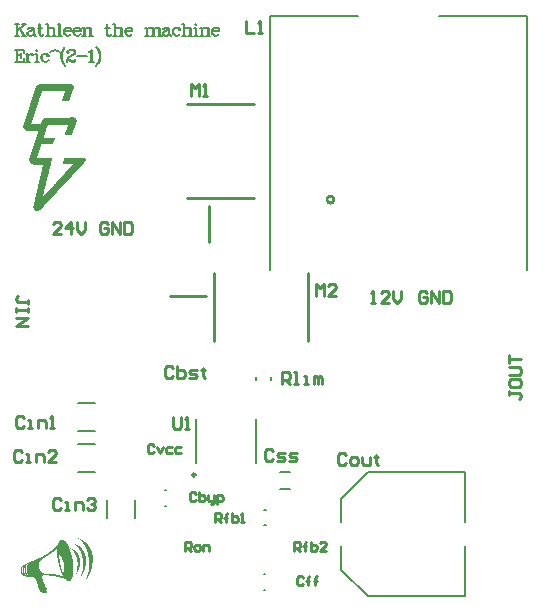
<source format=gto>
G04*
G04 #@! TF.GenerationSoftware,Altium Limited,Altium Designer,20.1.14 (287)*
G04*
G04 Layer_Color=65535*
%FSLAX25Y25*%
%MOIN*%
G70*
G04*
G04 #@! TF.SameCoordinates,EDB217C5-CD14-42A3-A981-AABFE87B0B62*
G04*
G04*
G04 #@! TF.FilePolarity,Positive*
G04*
G01*
G75*
%ADD10C,0.00984*%
%ADD11C,0.00787*%
%ADD12C,0.01000*%
%ADD13C,0.00700*%
G36*
X198966Y343970D02*
X199101D01*
Y343925D01*
X199191D01*
Y343881D01*
X199280D01*
Y343836D01*
X199370D01*
Y343791D01*
X199415D01*
Y343746D01*
X199460D01*
Y343701D01*
X199505D01*
Y343656D01*
X199550D01*
Y343611D01*
X199595D01*
Y343566D01*
Y343521D01*
X199640D01*
Y343476D01*
X199685D01*
Y343431D01*
Y343386D01*
X199730D01*
Y343341D01*
Y343297D01*
Y343252D01*
X199775D01*
Y343207D01*
Y343162D01*
Y343117D01*
Y343072D01*
Y343027D01*
Y342982D01*
Y342937D01*
Y342892D01*
Y342847D01*
Y342802D01*
Y342758D01*
Y342713D01*
Y342668D01*
Y342623D01*
X199730D01*
Y342578D01*
Y342533D01*
Y342488D01*
X199685D01*
Y342443D01*
Y342398D01*
Y342353D01*
X199640D01*
Y342308D01*
Y342263D01*
Y342218D01*
X199595D01*
Y342174D01*
Y342129D01*
X199550D01*
Y342084D01*
Y342039D01*
Y341994D01*
X199505D01*
Y341949D01*
Y341904D01*
Y341859D01*
X199460D01*
Y341814D01*
Y341769D01*
Y341724D01*
X199415D01*
Y341679D01*
Y341634D01*
X199370D01*
Y341589D01*
Y341545D01*
Y341500D01*
X199325D01*
Y341455D01*
Y341410D01*
Y341365D01*
X199280D01*
Y341320D01*
Y341275D01*
Y341230D01*
X199235D01*
Y341185D01*
Y341140D01*
X199191D01*
Y341095D01*
Y341050D01*
Y341005D01*
X199146D01*
Y340961D01*
Y340916D01*
Y340871D01*
X199101D01*
Y340826D01*
Y340781D01*
Y340736D01*
X199056D01*
Y340691D01*
Y340646D01*
Y340601D01*
X199011D01*
Y340556D01*
Y340511D01*
X198966D01*
Y340466D01*
Y340422D01*
Y340376D01*
X198921D01*
Y340332D01*
Y340287D01*
Y340242D01*
X198876D01*
Y340197D01*
Y340152D01*
Y340107D01*
X198831D01*
Y340062D01*
Y340017D01*
X198786D01*
Y339972D01*
Y339927D01*
Y339882D01*
X198741D01*
Y339837D01*
Y339792D01*
Y339748D01*
X198696D01*
Y339703D01*
Y339658D01*
Y339613D01*
X198652D01*
Y339568D01*
Y339523D01*
Y339478D01*
X198607D01*
Y339433D01*
Y339388D01*
X198562D01*
Y339343D01*
Y339298D01*
Y339253D01*
X198517D01*
Y339209D01*
Y339164D01*
Y339119D01*
X198472D01*
Y339074D01*
Y339029D01*
Y338984D01*
X198427D01*
Y338939D01*
Y338894D01*
X198382D01*
Y338849D01*
Y338804D01*
Y338759D01*
X198337D01*
Y338714D01*
Y338669D01*
Y338625D01*
X198292D01*
Y338580D01*
Y338535D01*
Y338490D01*
X198247D01*
Y338445D01*
X195776D01*
Y338490D01*
X195821D01*
Y338535D01*
Y338580D01*
Y338625D01*
X195866D01*
Y338669D01*
Y338714D01*
Y338759D01*
X195911D01*
Y338804D01*
Y338849D01*
Y338894D01*
X195956D01*
Y338939D01*
Y338984D01*
X196001D01*
Y339029D01*
Y339074D01*
Y339119D01*
X196046D01*
Y339164D01*
Y339209D01*
Y339253D01*
X196091D01*
Y339298D01*
Y339343D01*
X196136D01*
Y339388D01*
Y339433D01*
Y339478D01*
X196181D01*
Y339523D01*
Y339568D01*
Y339613D01*
X196226D01*
Y339658D01*
Y339703D01*
Y339748D01*
X196271D01*
Y339792D01*
Y339837D01*
X196316D01*
Y339882D01*
Y339927D01*
Y339972D01*
X196360D01*
Y340017D01*
Y340062D01*
Y340107D01*
X196405D01*
Y340152D01*
Y340197D01*
X196450D01*
Y340242D01*
Y340287D01*
Y340332D01*
X196495D01*
Y340376D01*
Y340422D01*
Y340466D01*
X196540D01*
Y340511D01*
Y340556D01*
Y340601D01*
X196585D01*
Y340646D01*
Y340691D01*
Y340736D01*
X196630D01*
Y340781D01*
Y340826D01*
X196675D01*
Y340871D01*
Y340916D01*
Y340961D01*
X196720D01*
Y341005D01*
Y341050D01*
Y341095D01*
X196765D01*
Y341140D01*
Y341185D01*
X196810D01*
Y341230D01*
Y341275D01*
Y341320D01*
X196854D01*
Y341365D01*
Y341410D01*
Y341455D01*
X196899D01*
Y341500D01*
Y341545D01*
Y341589D01*
X196944D01*
Y341634D01*
Y341679D01*
X196989D01*
Y341724D01*
Y341769D01*
X189217D01*
Y341724D01*
X189172D01*
Y341679D01*
Y341634D01*
Y341589D01*
X189128D01*
Y341545D01*
Y341500D01*
Y341455D01*
X189083D01*
Y341410D01*
Y341365D01*
Y341320D01*
X189038D01*
Y341275D01*
Y341230D01*
Y341185D01*
X188993D01*
Y341140D01*
Y341095D01*
Y341050D01*
X188948D01*
Y341005D01*
Y340961D01*
Y340916D01*
X188903D01*
Y340871D01*
Y340826D01*
Y340781D01*
X188858D01*
Y340736D01*
Y340691D01*
Y340646D01*
X188813D01*
Y340601D01*
Y340556D01*
Y340511D01*
X188768D01*
Y340466D01*
Y340422D01*
Y340376D01*
X188723D01*
Y340332D01*
Y340287D01*
Y340242D01*
Y340197D01*
X188678D01*
Y340152D01*
Y340107D01*
Y340062D01*
X188633D01*
Y340017D01*
Y339972D01*
Y339927D01*
X188589D01*
Y339882D01*
Y339837D01*
Y339792D01*
X188544D01*
Y339748D01*
Y339703D01*
Y339658D01*
X188499D01*
Y339613D01*
Y339568D01*
Y339523D01*
X188454D01*
Y339478D01*
Y339433D01*
Y339388D01*
X188409D01*
Y339343D01*
Y339298D01*
Y339253D01*
X188364D01*
Y339209D01*
Y339164D01*
Y339119D01*
X188319D01*
Y339074D01*
Y339029D01*
Y338984D01*
X188274D01*
Y338939D01*
Y338894D01*
Y338849D01*
X188229D01*
Y338804D01*
Y338759D01*
Y338714D01*
X188184D01*
Y338669D01*
Y338625D01*
Y338580D01*
X188139D01*
Y338535D01*
Y338490D01*
Y338445D01*
X188094D01*
Y338400D01*
Y338355D01*
Y338310D01*
Y338265D01*
X188049D01*
Y338220D01*
Y338175D01*
Y338130D01*
X188005D01*
Y338085D01*
Y338040D01*
Y337996D01*
X187960D01*
Y337951D01*
Y337906D01*
Y337861D01*
X187915D01*
Y337816D01*
Y337771D01*
Y337726D01*
X187870D01*
Y337681D01*
Y337636D01*
Y337591D01*
X187825D01*
Y337546D01*
Y337501D01*
Y337456D01*
X187780D01*
Y337411D01*
Y337367D01*
Y337322D01*
X187735D01*
Y337277D01*
Y337232D01*
Y337187D01*
X187690D01*
Y337142D01*
Y337097D01*
Y337052D01*
X187645D01*
Y337007D01*
Y336962D01*
Y336917D01*
X187600D01*
Y336872D01*
Y336827D01*
Y336783D01*
X187555D01*
Y336738D01*
Y336693D01*
Y336648D01*
X187510D01*
Y336603D01*
Y336558D01*
Y336513D01*
Y336468D01*
X187465D01*
Y336423D01*
Y336378D01*
Y336333D01*
X187420D01*
Y336288D01*
Y336244D01*
Y336199D01*
X187376D01*
Y336154D01*
Y336109D01*
Y336064D01*
X187331D01*
Y336019D01*
Y335974D01*
Y335929D01*
X187286D01*
Y335884D01*
Y335839D01*
Y335794D01*
X187241D01*
Y335749D01*
Y335704D01*
Y335660D01*
X187196D01*
Y335615D01*
Y335570D01*
Y335525D01*
X187151D01*
Y335480D01*
Y335435D01*
Y335390D01*
X187106D01*
Y335345D01*
Y335300D01*
Y335255D01*
X187061D01*
Y335210D01*
Y335165D01*
Y335120D01*
X187016D01*
Y335075D01*
Y335031D01*
Y334986D01*
X186971D01*
Y334941D01*
Y334896D01*
Y334851D01*
X186926D01*
Y334806D01*
Y334761D01*
Y334716D01*
Y334671D01*
X186881D01*
Y334626D01*
Y334581D01*
Y334536D01*
X186837D01*
Y334491D01*
Y334447D01*
Y334402D01*
X186792D01*
Y334357D01*
Y334312D01*
Y334267D01*
X186747D01*
Y334222D01*
Y334177D01*
Y334132D01*
X186702D01*
Y334087D01*
Y334042D01*
Y333997D01*
X186657D01*
Y333952D01*
Y333908D01*
Y333862D01*
X186612D01*
Y333818D01*
Y333773D01*
Y333728D01*
X186567D01*
Y333683D01*
Y333638D01*
Y333593D01*
X186522D01*
Y333548D01*
Y333503D01*
Y333458D01*
X186477D01*
Y333413D01*
Y333368D01*
Y333324D01*
X186432D01*
Y333278D01*
Y333234D01*
Y333189D01*
X186387D01*
Y333144D01*
Y333099D01*
Y333054D01*
X186342D01*
Y333009D01*
Y332964D01*
Y332919D01*
X186297D01*
Y332874D01*
Y332829D01*
Y332784D01*
Y332739D01*
X186252D01*
Y332695D01*
Y332650D01*
Y332605D01*
X186207D01*
Y332560D01*
Y332515D01*
Y332470D01*
X186163D01*
Y332425D01*
Y332380D01*
Y332335D01*
X186118D01*
Y332290D01*
Y332245D01*
Y332200D01*
X186073D01*
Y332155D01*
Y332111D01*
Y332066D01*
X186028D01*
Y332021D01*
Y331976D01*
Y331931D01*
X185983D01*
Y331886D01*
Y331841D01*
Y331796D01*
X185938D01*
Y331751D01*
Y331706D01*
Y331661D01*
X185893D01*
Y331616D01*
Y331571D01*
Y331526D01*
X185848D01*
Y331482D01*
Y331437D01*
Y331392D01*
X185803D01*
Y331347D01*
Y331302D01*
Y331257D01*
X185758D01*
Y331212D01*
Y331167D01*
Y331122D01*
X185713D01*
Y331077D01*
Y331032D01*
Y330987D01*
Y330943D01*
X185669D01*
Y330898D01*
Y330853D01*
X185624D01*
Y330808D01*
Y330763D01*
Y330718D01*
X188768D01*
Y330763D01*
X188813D01*
Y330808D01*
Y330853D01*
X188858D01*
Y330898D01*
Y330943D01*
Y330987D01*
X188903D01*
Y331032D01*
Y331077D01*
Y331122D01*
Y331167D01*
X188948D01*
Y331212D01*
Y331257D01*
Y331302D01*
X188993D01*
Y331347D01*
Y331392D01*
Y331437D01*
X189038D01*
Y331482D01*
Y331526D01*
Y331571D01*
X189083D01*
Y331616D01*
Y331661D01*
Y331706D01*
X189128D01*
Y331751D01*
Y331796D01*
X189172D01*
Y331841D01*
Y331886D01*
X189217D01*
Y331931D01*
Y331976D01*
X189262D01*
Y332021D01*
Y332066D01*
X189307D01*
Y332111D01*
X189352D01*
Y332155D01*
Y332200D01*
X189397D01*
Y332245D01*
X189442D01*
Y332290D01*
X189487D01*
Y332335D01*
X189532D01*
Y332380D01*
X189577D01*
Y332425D01*
X189622D01*
Y332470D01*
X189667D01*
Y332515D01*
X189712D01*
Y332560D01*
X189757D01*
Y332605D01*
X189846D01*
Y332650D01*
X189936D01*
Y332695D01*
X190026D01*
Y332739D01*
X190116D01*
Y332784D01*
X190296D01*
Y332829D01*
X190565D01*
Y332874D01*
X198472D01*
Y332919D01*
X199730D01*
Y332874D01*
X199999D01*
Y332829D01*
X200134D01*
Y332784D01*
X200224D01*
Y332739D01*
X200269D01*
Y332695D01*
X200359D01*
Y332650D01*
X200403D01*
Y332605D01*
X200448D01*
Y332560D01*
X200493D01*
Y332515D01*
X200538D01*
Y332470D01*
X200583D01*
Y332425D01*
Y332380D01*
X200628D01*
Y332335D01*
Y332290D01*
X200673D01*
Y332245D01*
Y332200D01*
X200718D01*
Y332155D01*
Y332111D01*
Y332066D01*
Y332021D01*
X200763D01*
Y331976D01*
Y331931D01*
Y331886D01*
Y331841D01*
Y331796D01*
Y331751D01*
Y331706D01*
Y331661D01*
Y331616D01*
Y331571D01*
X200718D01*
Y331526D01*
Y331482D01*
Y331437D01*
Y331392D01*
X200673D01*
Y331347D01*
Y331302D01*
X200628D01*
Y331257D01*
Y331212D01*
Y331167D01*
X200583D01*
Y331122D01*
Y331077D01*
Y331032D01*
X200538D01*
Y330987D01*
Y330943D01*
Y330898D01*
X200493D01*
Y330853D01*
Y330808D01*
X200448D01*
Y330763D01*
Y330718D01*
Y330673D01*
X200403D01*
Y330628D01*
Y330583D01*
Y330538D01*
X200359D01*
Y330493D01*
Y330448D01*
X200314D01*
Y330403D01*
Y330359D01*
Y330313D01*
X200269D01*
Y330269D01*
Y330224D01*
Y330179D01*
X200224D01*
Y330134D01*
Y330089D01*
Y330044D01*
X200179D01*
Y329999D01*
Y329954D01*
X200134D01*
Y329909D01*
Y329864D01*
Y329819D01*
X200089D01*
Y329774D01*
Y329730D01*
Y329685D01*
X200044D01*
Y329640D01*
Y329595D01*
Y329550D01*
X199999D01*
Y329505D01*
Y329460D01*
X199954D01*
Y329415D01*
Y329370D01*
Y329325D01*
X199909D01*
Y329280D01*
Y329235D01*
Y329190D01*
X199864D01*
Y329146D01*
Y329101D01*
X199820D01*
Y329056D01*
Y329011D01*
Y328966D01*
X199775D01*
Y328921D01*
Y328876D01*
Y328831D01*
X199730D01*
Y328786D01*
Y328741D01*
Y328696D01*
X199685D01*
Y328651D01*
Y328606D01*
X199640D01*
Y328561D01*
Y328517D01*
Y328472D01*
X199595D01*
Y328427D01*
Y328382D01*
Y328337D01*
X199550D01*
Y328292D01*
Y328247D01*
Y328202D01*
X199505D01*
Y328157D01*
Y328112D01*
X199460D01*
Y328067D01*
Y328022D01*
Y327977D01*
X199415D01*
Y327933D01*
Y327888D01*
Y327843D01*
X199370D01*
Y327798D01*
Y327753D01*
X199325D01*
Y327708D01*
Y327663D01*
Y327618D01*
X199280D01*
Y327573D01*
Y327528D01*
Y327483D01*
X199235D01*
Y327438D01*
Y327394D01*
Y327348D01*
X199191D01*
Y327304D01*
Y327259D01*
Y327214D01*
X196765D01*
Y327259D01*
X196810D01*
Y327304D01*
Y327348D01*
X196854D01*
Y327394D01*
Y327438D01*
Y327483D01*
X196899D01*
Y327528D01*
Y327573D01*
X196944D01*
Y327618D01*
Y327663D01*
Y327708D01*
X196989D01*
Y327753D01*
Y327798D01*
Y327843D01*
X197034D01*
Y327888D01*
Y327933D01*
X197079D01*
Y327977D01*
Y328022D01*
Y328067D01*
X197124D01*
Y328112D01*
Y328157D01*
Y328202D01*
X197169D01*
Y328247D01*
Y328292D01*
Y328337D01*
X197214D01*
Y328382D01*
Y328427D01*
X197259D01*
Y328472D01*
Y328517D01*
Y328561D01*
X197304D01*
Y328606D01*
Y328651D01*
Y328696D01*
X197349D01*
Y328741D01*
Y328786D01*
X197394D01*
Y328831D01*
Y328876D01*
Y328921D01*
X197439D01*
Y328966D01*
Y329011D01*
X197484D01*
Y329056D01*
Y329101D01*
Y329146D01*
X197528D01*
Y329190D01*
Y329235D01*
Y329280D01*
X197573D01*
Y329325D01*
Y329370D01*
X197618D01*
Y329415D01*
Y329460D01*
Y329505D01*
X197663D01*
Y329550D01*
Y329595D01*
Y329640D01*
X197708D01*
Y329685D01*
Y329730D01*
X197753D01*
Y329774D01*
Y329819D01*
Y329864D01*
X197798D01*
Y329909D01*
Y329954D01*
Y329999D01*
X197843D01*
Y330044D01*
Y330089D01*
X197888D01*
Y330134D01*
Y330179D01*
Y330224D01*
X197933D01*
Y330269D01*
Y330313D01*
Y330359D01*
X197978D01*
Y330403D01*
Y330448D01*
X198023D01*
Y330493D01*
Y330538D01*
Y330583D01*
X197978D01*
Y330538D01*
X191149D01*
Y330493D01*
X191104D01*
Y330448D01*
Y330403D01*
Y330359D01*
X191059D01*
Y330313D01*
Y330269D01*
Y330224D01*
X191014D01*
Y330179D01*
Y330134D01*
Y330089D01*
X190970D01*
Y330044D01*
Y329999D01*
Y329954D01*
X190925D01*
Y329909D01*
Y329864D01*
Y329819D01*
X190880D01*
Y329774D01*
Y329730D01*
Y329685D01*
X190835D01*
Y329640D01*
Y329595D01*
Y329550D01*
X190790D01*
Y329505D01*
Y329460D01*
Y329415D01*
X190745D01*
Y329370D01*
Y329325D01*
Y329280D01*
X190700D01*
Y329235D01*
Y329190D01*
Y329146D01*
X190655D01*
Y329101D01*
Y329056D01*
Y329011D01*
X190610D01*
Y328966D01*
Y328921D01*
Y328876D01*
X190565D01*
Y328831D01*
Y328786D01*
Y328741D01*
X190520D01*
Y328696D01*
Y328651D01*
Y328606D01*
X190475D01*
Y328561D01*
Y328517D01*
Y328472D01*
X190430D01*
Y328427D01*
Y328382D01*
Y328337D01*
X190385D01*
Y328292D01*
Y328247D01*
Y328202D01*
X190340D01*
Y328157D01*
Y328112D01*
Y328067D01*
X190296D01*
Y328022D01*
Y327977D01*
Y327933D01*
Y327888D01*
X190251D01*
Y327843D01*
Y327798D01*
Y327753D01*
X190206D01*
Y327708D01*
Y327663D01*
Y327618D01*
X190161D01*
Y327573D01*
Y327528D01*
Y327483D01*
X190116D01*
Y327438D01*
Y327394D01*
Y327348D01*
X190071D01*
Y327304D01*
Y327259D01*
Y327214D01*
X190026D01*
Y327169D01*
Y327124D01*
Y327079D01*
X189981D01*
Y327034D01*
Y326989D01*
Y326944D01*
X189936D01*
Y326899D01*
Y326854D01*
Y326810D01*
X189891D01*
Y326765D01*
Y326720D01*
Y326675D01*
X189846D01*
Y326630D01*
Y326585D01*
Y326540D01*
X189802D01*
Y326495D01*
Y326450D01*
Y326405D01*
X189757D01*
Y326360D01*
Y326315D01*
Y326270D01*
Y326225D01*
X193620D01*
Y326181D01*
Y326136D01*
X193575D01*
Y326091D01*
Y326046D01*
X193530D01*
Y326001D01*
Y325956D01*
Y325911D01*
X193485D01*
Y325866D01*
Y325821D01*
Y325776D01*
X193440D01*
Y325731D01*
Y325686D01*
Y325641D01*
X193395D01*
Y325596D01*
Y325552D01*
Y325507D01*
X193351D01*
Y325462D01*
Y325417D01*
Y325372D01*
X193306D01*
Y325327D01*
Y325282D01*
Y325237D01*
X193261D01*
Y325192D01*
Y325147D01*
Y325102D01*
X193216D01*
Y325057D01*
Y325012D01*
Y324968D01*
X193171D01*
Y324923D01*
Y324878D01*
Y324833D01*
X193126D01*
Y324788D01*
Y324743D01*
X193081D01*
Y324698D01*
Y324653D01*
Y324608D01*
X193036D01*
Y324563D01*
Y324518D01*
Y324473D01*
X192991D01*
Y324429D01*
Y324384D01*
Y324339D01*
X192946D01*
Y324294D01*
Y324249D01*
Y324204D01*
X192901D01*
Y324159D01*
Y324114D01*
Y324069D01*
X192856D01*
Y324024D01*
Y323979D01*
Y323934D01*
X188993D01*
Y323889D01*
X188948D01*
Y323845D01*
Y323799D01*
X188903D01*
Y323755D01*
Y323710D01*
Y323665D01*
X188858D01*
Y323620D01*
Y323575D01*
Y323530D01*
X188813D01*
Y323485D01*
Y323440D01*
Y323395D01*
X188768D01*
Y323350D01*
Y323305D01*
Y323260D01*
X188723D01*
Y323216D01*
Y323171D01*
Y323126D01*
X188678D01*
Y323081D01*
Y323036D01*
Y322991D01*
X188633D01*
Y322946D01*
Y322901D01*
Y322856D01*
Y322811D01*
X188589D01*
Y322766D01*
Y322721D01*
Y322676D01*
X188544D01*
Y322632D01*
Y322587D01*
Y322542D01*
X188499D01*
Y322497D01*
Y322452D01*
Y322407D01*
X188454D01*
Y322362D01*
Y322317D01*
Y322272D01*
X188409D01*
Y322227D01*
Y322182D01*
Y322137D01*
X188364D01*
Y322092D01*
Y322047D01*
Y322003D01*
X188319D01*
Y321958D01*
Y321913D01*
Y321868D01*
X188274D01*
Y321823D01*
Y321778D01*
Y321733D01*
X188229D01*
Y321688D01*
Y321643D01*
Y321598D01*
X188184D01*
Y321553D01*
Y321508D01*
Y321463D01*
X188139D01*
Y321419D01*
Y321374D01*
Y321329D01*
X188094D01*
Y321284D01*
Y321239D01*
Y321194D01*
X188049D01*
Y321149D01*
Y321104D01*
Y321059D01*
X188005D01*
Y321014D01*
Y320969D01*
Y320924D01*
X187960D01*
Y320880D01*
Y320835D01*
Y320790D01*
X187915D01*
Y320745D01*
Y320700D01*
Y320655D01*
X187870D01*
Y320610D01*
Y320565D01*
Y320520D01*
X187825D01*
Y320475D01*
Y320430D01*
Y320385D01*
Y320340D01*
X187780D01*
Y320296D01*
Y320251D01*
X187735D01*
Y320206D01*
Y320161D01*
Y320116D01*
X187690D01*
Y320071D01*
Y320026D01*
Y319981D01*
Y319936D01*
X187645D01*
Y319891D01*
Y319846D01*
Y319801D01*
X187600D01*
Y319756D01*
Y319711D01*
Y319667D01*
X187555D01*
Y319622D01*
Y319577D01*
X192721D01*
Y319532D01*
Y319487D01*
X192677D01*
Y319442D01*
Y319397D01*
Y319352D01*
Y319307D01*
X192632D01*
Y319262D01*
Y319217D01*
Y319172D01*
Y319127D01*
X192587D01*
Y319082D01*
Y319038D01*
Y318993D01*
X192542D01*
Y318948D01*
Y318903D01*
Y318858D01*
Y318813D01*
X192497D01*
Y318768D01*
Y318723D01*
Y318678D01*
Y318633D01*
X192452D01*
Y318588D01*
Y318543D01*
Y318498D01*
Y318454D01*
X192407D01*
Y318409D01*
Y318364D01*
Y318319D01*
X192362D01*
Y318274D01*
Y318229D01*
Y318184D01*
Y318139D01*
X192317D01*
Y318094D01*
Y318049D01*
Y318004D01*
Y317959D01*
X192272D01*
Y317915D01*
Y317870D01*
Y317825D01*
Y317780D01*
X192227D01*
Y317735D01*
Y317690D01*
Y317645D01*
Y317600D01*
X192182D01*
Y317555D01*
Y317510D01*
Y317465D01*
Y317420D01*
X192138D01*
Y317375D01*
Y317331D01*
Y317286D01*
Y317241D01*
X192093D01*
Y317196D01*
Y317151D01*
Y317106D01*
Y317061D01*
X192048D01*
Y317016D01*
Y316971D01*
Y316926D01*
Y316881D01*
X192003D01*
Y316836D01*
Y316791D01*
Y316746D01*
Y316702D01*
X191958D01*
Y316657D01*
Y316612D01*
Y316567D01*
Y316522D01*
X191913D01*
Y316477D01*
Y316432D01*
Y316387D01*
Y316342D01*
X191868D01*
Y316297D01*
Y316252D01*
Y316207D01*
Y316162D01*
X191823D01*
Y316118D01*
Y316073D01*
Y316028D01*
Y315983D01*
X191778D01*
Y315938D01*
Y315893D01*
Y315848D01*
Y315803D01*
X191733D01*
Y315758D01*
Y315713D01*
Y315668D01*
Y315623D01*
X191688D01*
Y315578D01*
Y315533D01*
Y315489D01*
Y315444D01*
X191643D01*
Y315399D01*
Y315354D01*
Y315309D01*
Y315264D01*
X191598D01*
Y315219D01*
Y315174D01*
Y315129D01*
Y315084D01*
X191553D01*
Y315039D01*
Y314994D01*
Y314949D01*
Y314905D01*
X191509D01*
Y314860D01*
Y314815D01*
Y314770D01*
Y314725D01*
X191464D01*
Y314680D01*
Y314635D01*
Y314590D01*
Y314545D01*
X191419D01*
Y314500D01*
Y314455D01*
Y314410D01*
Y314366D01*
X191374D01*
Y314321D01*
Y314276D01*
Y314231D01*
Y314186D01*
X191329D01*
Y314141D01*
Y314096D01*
Y314051D01*
Y314006D01*
X191284D01*
Y313961D01*
Y313916D01*
Y313871D01*
Y313826D01*
X191239D01*
Y313781D01*
Y313737D01*
Y313692D01*
Y313647D01*
X191194D01*
Y313602D01*
Y313557D01*
Y313512D01*
Y313467D01*
X191149D01*
Y313422D01*
Y313377D01*
Y313332D01*
Y313287D01*
X191104D01*
Y313242D01*
Y313197D01*
Y313153D01*
Y313108D01*
X191059D01*
Y313063D01*
Y313018D01*
Y312973D01*
Y312928D01*
X191014D01*
Y312883D01*
Y312838D01*
Y312793D01*
Y312748D01*
X190970D01*
Y312703D01*
Y312658D01*
Y312614D01*
Y312568D01*
X190925D01*
Y312524D01*
Y312479D01*
Y312434D01*
Y312389D01*
X190880D01*
Y312344D01*
Y312299D01*
Y312254D01*
Y312209D01*
X190835D01*
Y312164D01*
Y312119D01*
Y312074D01*
Y312029D01*
X190790D01*
Y311984D01*
Y311940D01*
Y311895D01*
Y311850D01*
X190745D01*
Y311805D01*
Y311760D01*
Y311715D01*
Y311670D01*
X190700D01*
Y311625D01*
Y311580D01*
Y311535D01*
Y311490D01*
X190655D01*
Y311445D01*
Y311401D01*
Y311356D01*
Y311311D01*
X190610D01*
Y311266D01*
Y311221D01*
Y311176D01*
Y311131D01*
X190565D01*
Y311086D01*
Y311041D01*
Y310996D01*
Y310951D01*
X190520D01*
Y310906D01*
Y310861D01*
Y310817D01*
Y310772D01*
X190475D01*
Y310727D01*
Y310682D01*
Y310637D01*
Y310592D01*
X190430D01*
Y310547D01*
Y310502D01*
Y310457D01*
Y310412D01*
X190385D01*
Y310367D01*
Y310322D01*
Y310277D01*
Y310232D01*
X190340D01*
Y310188D01*
Y310143D01*
Y310098D01*
Y310053D01*
X190296D01*
Y310008D01*
Y309963D01*
Y309918D01*
Y309873D01*
X190251D01*
Y309828D01*
Y309783D01*
Y309738D01*
Y309693D01*
X190206D01*
Y309648D01*
Y309604D01*
Y309559D01*
Y309514D01*
X190161D01*
Y309469D01*
Y309424D01*
Y309379D01*
Y309334D01*
X190116D01*
Y309289D01*
Y309244D01*
Y309199D01*
Y309154D01*
X190071D01*
Y309109D01*
Y309064D01*
Y309019D01*
Y308975D01*
X190026D01*
Y308930D01*
Y308885D01*
Y308840D01*
Y308795D01*
X189981D01*
Y308750D01*
Y308705D01*
Y308660D01*
Y308615D01*
X189936D01*
Y308570D01*
Y308525D01*
Y308481D01*
Y308436D01*
X189891D01*
Y308391D01*
Y308346D01*
Y308301D01*
Y308256D01*
X189846D01*
Y308211D01*
Y308166D01*
Y308121D01*
Y308076D01*
X189802D01*
Y308031D01*
Y307986D01*
Y307941D01*
Y307896D01*
X189757D01*
Y307852D01*
Y307807D01*
Y307762D01*
Y307717D01*
X189712D01*
Y307672D01*
Y307627D01*
Y307582D01*
Y307537D01*
X189667D01*
Y307492D01*
Y307447D01*
Y307402D01*
Y307357D01*
X189622D01*
Y307312D01*
Y307267D01*
Y307223D01*
Y307178D01*
X189577D01*
Y307133D01*
Y307088D01*
Y307043D01*
Y306998D01*
X189532D01*
Y306953D01*
Y306908D01*
Y306863D01*
Y306818D01*
X189487D01*
Y306773D01*
Y306728D01*
Y306683D01*
Y306639D01*
X189442D01*
Y306594D01*
Y306549D01*
Y306504D01*
Y306459D01*
X189397D01*
Y306414D01*
Y306369D01*
Y306324D01*
X189487D01*
Y306369D01*
X189532D01*
Y306414D01*
Y306459D01*
X189577D01*
Y306504D01*
X189622D01*
Y306549D01*
X189667D01*
Y306594D01*
X189712D01*
Y306639D01*
X189757D01*
Y306683D01*
X189802D01*
Y306728D01*
X189846D01*
Y306773D01*
X189891D01*
Y306818D01*
X189936D01*
Y306863D01*
X189981D01*
Y306908D01*
X190026D01*
Y306953D01*
X190071D01*
Y306998D01*
Y307043D01*
X190116D01*
Y307088D01*
X190161D01*
Y307133D01*
X190206D01*
Y307178D01*
X190251D01*
Y307223D01*
X190296D01*
Y307267D01*
X190340D01*
Y307312D01*
X190385D01*
Y307357D01*
X190430D01*
Y307402D01*
X190475D01*
Y307447D01*
X190520D01*
Y307492D01*
X190565D01*
Y307537D01*
Y307582D01*
X190610D01*
Y307627D01*
X190655D01*
Y307672D01*
X190700D01*
Y307717D01*
X190745D01*
Y307762D01*
X190790D01*
Y307807D01*
X190835D01*
Y307852D01*
X190880D01*
Y307896D01*
X190925D01*
Y307941D01*
X190970D01*
Y307986D01*
X191014D01*
Y308031D01*
X191059D01*
Y308076D01*
X191104D01*
Y308121D01*
Y308166D01*
X191149D01*
Y308211D01*
X191194D01*
Y308256D01*
X191239D01*
Y308301D01*
X191284D01*
Y308346D01*
X191329D01*
Y308391D01*
X191374D01*
Y308436D01*
X191419D01*
Y308481D01*
X191464D01*
Y308525D01*
X191509D01*
Y308570D01*
X191553D01*
Y308615D01*
X191598D01*
Y308660D01*
Y308705D01*
X191643D01*
Y308750D01*
X191688D01*
Y308795D01*
X191733D01*
Y308840D01*
X191778D01*
Y308885D01*
X191823D01*
Y308930D01*
X191868D01*
Y308975D01*
X191913D01*
Y309019D01*
X191958D01*
Y309064D01*
X192003D01*
Y309109D01*
X192048D01*
Y309154D01*
X192093D01*
Y309199D01*
X192138D01*
Y309244D01*
Y309289D01*
X192182D01*
Y309334D01*
X192227D01*
Y309379D01*
X192272D01*
Y309424D01*
X192317D01*
Y309469D01*
X192362D01*
Y309514D01*
X192407D01*
Y309559D01*
X192452D01*
Y309604D01*
X192497D01*
Y309648D01*
X192542D01*
Y309693D01*
X192587D01*
Y309738D01*
X192632D01*
Y309783D01*
Y309828D01*
X192677D01*
Y309873D01*
X192721D01*
Y309918D01*
X192766D01*
Y309963D01*
X192811D01*
Y310008D01*
X192856D01*
Y310053D01*
X192901D01*
Y310098D01*
X192946D01*
Y310143D01*
X192991D01*
Y310188D01*
X193036D01*
Y310232D01*
X193081D01*
Y310277D01*
X193126D01*
Y310322D01*
X193171D01*
Y310367D01*
Y310412D01*
X193216D01*
Y310457D01*
X193261D01*
Y310502D01*
X193306D01*
Y310547D01*
X193351D01*
Y310592D01*
X193395D01*
Y310637D01*
X193440D01*
Y310682D01*
X193485D01*
Y310727D01*
X193530D01*
Y310772D01*
X193575D01*
Y310817D01*
X193620D01*
Y310861D01*
X193665D01*
Y310906D01*
X193710D01*
Y310951D01*
Y310996D01*
X193755D01*
Y311041D01*
X193800D01*
Y311086D01*
X193845D01*
Y311131D01*
X193890D01*
Y311176D01*
X193935D01*
Y311221D01*
X193979D01*
Y311266D01*
X194024D01*
Y311311D01*
X194069D01*
Y311356D01*
X194114D01*
Y311401D01*
X194159D01*
Y311445D01*
X194204D01*
Y311490D01*
Y311535D01*
X194249D01*
Y311580D01*
X194294D01*
Y311625D01*
X194339D01*
Y311670D01*
X194384D01*
Y311715D01*
X194429D01*
Y311760D01*
X194474D01*
Y311805D01*
X194518D01*
Y311850D01*
X194563D01*
Y311895D01*
X194608D01*
Y311940D01*
X194653D01*
Y311984D01*
X194698D01*
Y312029D01*
X194743D01*
Y312074D01*
Y312119D01*
X194788D01*
Y312164D01*
X194833D01*
Y312209D01*
X194878D01*
Y312254D01*
X194923D01*
Y312299D01*
X194968D01*
Y312344D01*
X195013D01*
Y312389D01*
X195058D01*
Y312434D01*
X195103D01*
Y312479D01*
X195147D01*
Y312524D01*
X195192D01*
Y312568D01*
Y312614D01*
X195237D01*
Y312658D01*
X195282D01*
Y312703D01*
X195327D01*
Y312748D01*
X195372D01*
Y312793D01*
X195417D01*
Y312838D01*
X195462D01*
Y312883D01*
X195507D01*
Y312928D01*
X195552D01*
Y312973D01*
X195597D01*
Y313018D01*
X195642D01*
Y313063D01*
X195686D01*
Y313108D01*
X195731D01*
Y313153D01*
Y313197D01*
X195776D01*
Y313242D01*
X195821D01*
Y313287D01*
X195866D01*
Y313332D01*
X195911D01*
Y313377D01*
X195956D01*
Y313422D01*
X196001D01*
Y313467D01*
X196046D01*
Y313512D01*
X196091D01*
Y313557D01*
X196136D01*
Y313602D01*
X196181D01*
Y313647D01*
X196226D01*
Y313692D01*
X196271D01*
Y313737D01*
X196316D01*
Y313781D01*
Y313826D01*
X196360D01*
Y313871D01*
X196405D01*
Y313916D01*
X196450D01*
Y313961D01*
X196495D01*
Y314006D01*
X196540D01*
Y314051D01*
X196585D01*
Y314096D01*
X196630D01*
Y314141D01*
X196675D01*
Y314186D01*
X196720D01*
Y314231D01*
X196765D01*
Y314276D01*
Y314321D01*
X196810D01*
Y314366D01*
X196854D01*
Y314410D01*
X196899D01*
Y314455D01*
X196944D01*
Y314500D01*
X196989D01*
Y314545D01*
X197034D01*
Y314590D01*
X197079D01*
Y314635D01*
X197124D01*
Y314680D01*
X197169D01*
Y314725D01*
X197214D01*
Y314770D01*
X197259D01*
Y314815D01*
X197304D01*
Y314860D01*
Y314905D01*
X197349D01*
Y314949D01*
X197394D01*
Y314994D01*
X197439D01*
Y315039D01*
X197484D01*
Y315084D01*
X197528D01*
Y315129D01*
X197573D01*
Y315174D01*
X197618D01*
Y315219D01*
X197663D01*
Y315264D01*
X197708D01*
Y315309D01*
X197753D01*
Y315354D01*
X197798D01*
Y315399D01*
Y315444D01*
X197843D01*
Y315489D01*
X197888D01*
Y315533D01*
X197933D01*
Y315578D01*
X197978D01*
Y315623D01*
X198023D01*
Y315668D01*
X198067D01*
Y315713D01*
X198112D01*
Y315758D01*
X198157D01*
Y315803D01*
X198202D01*
Y315848D01*
X198247D01*
Y315893D01*
X198292D01*
Y315938D01*
X198337D01*
Y315983D01*
Y316028D01*
X198382D01*
Y316073D01*
X198427D01*
Y316118D01*
X198472D01*
Y316162D01*
X198517D01*
Y316207D01*
X198562D01*
Y316252D01*
X198607D01*
Y316297D01*
X198652D01*
Y316342D01*
X198696D01*
Y316387D01*
X198741D01*
Y316432D01*
X198786D01*
Y316477D01*
X198831D01*
Y316522D01*
Y316567D01*
X198876D01*
Y316612D01*
X198921D01*
Y316657D01*
X198966D01*
Y316702D01*
X199011D01*
Y316746D01*
X199056D01*
Y316791D01*
X199101D01*
Y316836D01*
X199146D01*
Y316881D01*
X199191D01*
Y316926D01*
X199235D01*
Y316971D01*
X199280D01*
Y317016D01*
X199325D01*
Y317061D01*
X199370D01*
Y317106D01*
Y317151D01*
X199415D01*
Y317196D01*
X199505D01*
Y317241D01*
Y317286D01*
X196046D01*
Y317331D01*
X196091D01*
Y317375D01*
Y317420D01*
Y317465D01*
Y317510D01*
X196136D01*
Y317555D01*
Y317600D01*
Y317645D01*
X196181D01*
Y317690D01*
Y317735D01*
Y317780D01*
X196226D01*
Y317825D01*
Y317870D01*
Y317915D01*
X196271D01*
Y317959D01*
Y318004D01*
Y318049D01*
X196316D01*
Y318094D01*
Y318139D01*
Y318184D01*
X196360D01*
Y318229D01*
Y318274D01*
Y318319D01*
Y318364D01*
X196405D01*
Y318409D01*
Y318454D01*
Y318498D01*
X196450D01*
Y318543D01*
Y318588D01*
Y318633D01*
X196495D01*
Y318678D01*
Y318723D01*
Y318768D01*
X196540D01*
Y318813D01*
Y318858D01*
Y318903D01*
X196585D01*
Y318948D01*
Y318993D01*
Y319038D01*
Y319082D01*
X196630D01*
Y319127D01*
Y319172D01*
Y319217D01*
X196675D01*
Y319262D01*
Y319307D01*
Y319352D01*
X196720D01*
Y319397D01*
Y319442D01*
Y319487D01*
Y319532D01*
X203054D01*
Y319487D01*
X203234D01*
Y319442D01*
X203324D01*
Y319397D01*
X203413D01*
Y319352D01*
X203458D01*
Y319307D01*
X203503D01*
Y319262D01*
X203548D01*
Y319217D01*
X203593D01*
Y319172D01*
X203638D01*
Y319127D01*
Y319082D01*
X203683D01*
Y319038D01*
Y318993D01*
X203728D01*
Y318948D01*
Y318903D01*
Y318858D01*
Y318813D01*
X203773D01*
Y318768D01*
Y318723D01*
Y318678D01*
Y318633D01*
Y318588D01*
Y318543D01*
Y318498D01*
X203728D01*
Y318454D01*
Y318409D01*
Y318364D01*
Y318319D01*
X203683D01*
Y318274D01*
Y318229D01*
X203638D01*
Y318184D01*
Y318139D01*
X203593D01*
Y318094D01*
X203548D01*
Y318049D01*
X203503D01*
Y318004D01*
X203458D01*
Y317959D01*
X203413D01*
Y317915D01*
X203368D01*
Y317870D01*
X203324D01*
Y317825D01*
Y317780D01*
X203279D01*
Y317735D01*
X203234D01*
Y317690D01*
X203189D01*
Y317645D01*
X203144D01*
Y317600D01*
X203099D01*
Y317555D01*
X203054D01*
Y317510D01*
X203009D01*
Y317465D01*
X202964D01*
Y317420D01*
X202919D01*
Y317375D01*
X202874D01*
Y317331D01*
X202829D01*
Y317286D01*
X202784D01*
Y317241D01*
X202740D01*
Y317196D01*
X202695D01*
Y317151D01*
X202650D01*
Y317106D01*
Y317061D01*
X202605D01*
Y317016D01*
X202560D01*
Y316971D01*
X202515D01*
Y316926D01*
X202470D01*
Y316881D01*
X202425D01*
Y316836D01*
X202380D01*
Y316791D01*
X202335D01*
Y316746D01*
X202290D01*
Y316702D01*
X202245D01*
Y316657D01*
X202201D01*
Y316612D01*
X202156D01*
Y316567D01*
X202111D01*
Y316522D01*
X202066D01*
Y316477D01*
X202021D01*
Y316432D01*
Y316387D01*
X201976D01*
Y316342D01*
X201931D01*
Y316297D01*
X201886D01*
Y316252D01*
X201841D01*
Y316207D01*
X201796D01*
Y316162D01*
X201751D01*
Y316118D01*
X201706D01*
Y316073D01*
X201661D01*
Y316028D01*
X201617D01*
Y315983D01*
X201572D01*
Y315938D01*
X201527D01*
Y315893D01*
X201482D01*
Y315848D01*
X201437D01*
Y315803D01*
X201392D01*
Y315758D01*
X201347D01*
Y315713D01*
Y315668D01*
X201302D01*
Y315623D01*
X201257D01*
Y315578D01*
X201212D01*
Y315533D01*
X201167D01*
Y315489D01*
X201122D01*
Y315444D01*
X201077D01*
Y315399D01*
X201032D01*
Y315354D01*
X200988D01*
Y315309D01*
X200943D01*
Y315264D01*
X200898D01*
Y315219D01*
X200853D01*
Y315174D01*
X200808D01*
Y315129D01*
X200763D01*
Y315084D01*
X200718D01*
Y315039D01*
Y314994D01*
X200673D01*
Y314949D01*
X200628D01*
Y314905D01*
X200583D01*
Y314860D01*
X200538D01*
Y314815D01*
X200493D01*
Y314770D01*
X200448D01*
Y314725D01*
X200403D01*
Y314680D01*
X200359D01*
Y314635D01*
X200314D01*
Y314590D01*
X200269D01*
Y314545D01*
X200224D01*
Y314500D01*
X200179D01*
Y314455D01*
X200134D01*
Y314410D01*
X200089D01*
Y314366D01*
X200044D01*
Y314321D01*
Y314276D01*
X199999D01*
Y314231D01*
X199954D01*
Y314186D01*
X199909D01*
Y314141D01*
X199864D01*
Y314096D01*
X199820D01*
Y314051D01*
X199775D01*
Y314006D01*
X199730D01*
Y313961D01*
X199685D01*
Y313916D01*
X199640D01*
Y313871D01*
X199595D01*
Y313826D01*
X199550D01*
Y313781D01*
X199505D01*
Y313737D01*
X199460D01*
Y313692D01*
X199415D01*
Y313647D01*
Y313602D01*
X199370D01*
Y313557D01*
X199325D01*
Y313512D01*
X199280D01*
Y313467D01*
X199235D01*
Y313422D01*
X199191D01*
Y313377D01*
X199146D01*
Y313332D01*
X199101D01*
Y313287D01*
X199056D01*
Y313242D01*
X199011D01*
Y313197D01*
X198966D01*
Y313153D01*
X198921D01*
Y313108D01*
X198876D01*
Y313063D01*
X198831D01*
Y313018D01*
Y312973D01*
X198741D01*
Y312928D01*
Y312883D01*
X198696D01*
Y312838D01*
X198652D01*
Y312793D01*
X198607D01*
Y312748D01*
X198562D01*
Y312703D01*
X198517D01*
Y312658D01*
X198472D01*
Y312614D01*
X198427D01*
Y312568D01*
X198382D01*
Y312524D01*
X198337D01*
Y312479D01*
X198292D01*
Y312434D01*
X198247D01*
Y312389D01*
X198202D01*
Y312344D01*
X198157D01*
Y312299D01*
Y312254D01*
X198112D01*
Y312209D01*
X198067D01*
Y312164D01*
X198023D01*
Y312119D01*
X197978D01*
Y312074D01*
X197933D01*
Y312029D01*
X197888D01*
Y311984D01*
X197843D01*
Y311940D01*
X197798D01*
Y311895D01*
X197753D01*
Y311850D01*
X197708D01*
Y311805D01*
X197663D01*
Y311760D01*
X197618D01*
Y311715D01*
X197573D01*
Y311670D01*
X197528D01*
Y311625D01*
Y311580D01*
X197439D01*
Y311535D01*
Y311490D01*
X197394D01*
Y311445D01*
X197349D01*
Y311401D01*
X197304D01*
Y311356D01*
X197259D01*
Y311311D01*
X197214D01*
Y311266D01*
X197169D01*
Y311221D01*
X197124D01*
Y311176D01*
X197079D01*
Y311131D01*
X197034D01*
Y311086D01*
X196989D01*
Y311041D01*
X196944D01*
Y310996D01*
X196899D01*
Y310951D01*
X196854D01*
Y310906D01*
Y310861D01*
X196810D01*
Y310817D01*
X196765D01*
Y310772D01*
X196720D01*
Y310727D01*
X196675D01*
Y310682D01*
X196630D01*
Y310637D01*
X196585D01*
Y310592D01*
X196540D01*
Y310547D01*
X196495D01*
Y310502D01*
X196450D01*
Y310457D01*
X196405D01*
Y310412D01*
X196360D01*
Y310367D01*
X196316D01*
Y310322D01*
X196271D01*
Y310277D01*
X196226D01*
Y310232D01*
Y310188D01*
X196136D01*
Y310143D01*
Y310098D01*
X196091D01*
Y310053D01*
X196046D01*
Y310008D01*
X196001D01*
Y309963D01*
X195956D01*
Y309918D01*
X195911D01*
Y309873D01*
X195866D01*
Y309828D01*
X195821D01*
Y309783D01*
X195776D01*
Y309738D01*
X195731D01*
Y309693D01*
X195686D01*
Y309648D01*
X195642D01*
Y309604D01*
X195597D01*
Y309559D01*
X195552D01*
Y309514D01*
Y309469D01*
X195507D01*
Y309424D01*
X195462D01*
Y309379D01*
X195417D01*
Y309334D01*
X195372D01*
Y309289D01*
X195327D01*
Y309244D01*
X195282D01*
Y309199D01*
X195237D01*
Y309154D01*
X195192D01*
Y309109D01*
X195147D01*
Y309064D01*
X195103D01*
Y309019D01*
X195058D01*
Y308975D01*
X195013D01*
Y308930D01*
X194968D01*
Y308885D01*
X194923D01*
Y308840D01*
Y308795D01*
X194878D01*
Y308750D01*
X194833D01*
Y308705D01*
X194788D01*
Y308660D01*
X194743D01*
Y308615D01*
X194698D01*
Y308570D01*
X194653D01*
Y308525D01*
X194608D01*
Y308481D01*
X194563D01*
Y308436D01*
X194518D01*
Y308391D01*
X194474D01*
Y308346D01*
X194429D01*
Y308301D01*
X194384D01*
Y308256D01*
X194339D01*
Y308211D01*
X194294D01*
Y308166D01*
X194249D01*
Y308121D01*
Y308076D01*
X194204D01*
Y308031D01*
X194159D01*
Y307986D01*
X194114D01*
Y307941D01*
X194069D01*
Y307896D01*
X194024D01*
Y307852D01*
X193979D01*
Y307807D01*
X193935D01*
Y307762D01*
X193890D01*
Y307717D01*
X193845D01*
Y307672D01*
X193800D01*
Y307627D01*
X193755D01*
Y307582D01*
X193710D01*
Y307537D01*
X193665D01*
Y307492D01*
X193620D01*
Y307447D01*
Y307402D01*
X193575D01*
Y307357D01*
X193530D01*
Y307312D01*
X193485D01*
Y307267D01*
X193440D01*
Y307223D01*
X193395D01*
Y307178D01*
X193351D01*
Y307133D01*
X193306D01*
Y307088D01*
X193261D01*
Y307043D01*
X193216D01*
Y306998D01*
X193171D01*
Y306953D01*
X193126D01*
Y306908D01*
X193081D01*
Y306863D01*
X193036D01*
Y306818D01*
X192991D01*
Y306773D01*
X192946D01*
Y306728D01*
Y306683D01*
X192901D01*
Y306639D01*
X192856D01*
Y306594D01*
X192811D01*
Y306549D01*
X192766D01*
Y306504D01*
X192721D01*
Y306459D01*
X192677D01*
Y306414D01*
X192632D01*
Y306369D01*
X192587D01*
Y306324D01*
X192542D01*
Y306279D01*
X192497D01*
Y306234D01*
X192452D01*
Y306189D01*
X192407D01*
Y306144D01*
X192362D01*
Y306100D01*
X192317D01*
Y306055D01*
Y306010D01*
X192272D01*
Y305965D01*
X192227D01*
Y305920D01*
X192182D01*
Y305875D01*
X192138D01*
Y305830D01*
X192093D01*
Y305785D01*
X192048D01*
Y305740D01*
X192003D01*
Y305695D01*
X191958D01*
Y305650D01*
X191913D01*
Y305605D01*
X191868D01*
Y305560D01*
X191823D01*
Y305516D01*
X191778D01*
Y305470D01*
X191733D01*
Y305426D01*
X191688D01*
Y305381D01*
X191643D01*
Y305336D01*
Y305291D01*
X191598D01*
Y305246D01*
X191553D01*
Y305201D01*
X191509D01*
Y305156D01*
X191464D01*
Y305111D01*
X191419D01*
Y305066D01*
X191374D01*
Y305021D01*
X191329D01*
Y304976D01*
X191284D01*
Y304931D01*
X191239D01*
Y304887D01*
X191194D01*
Y304842D01*
X191149D01*
Y304797D01*
X191104D01*
Y304752D01*
X191059D01*
Y304707D01*
X191014D01*
Y304662D01*
Y304617D01*
X190970D01*
Y304572D01*
X190925D01*
Y304527D01*
X190880D01*
Y304482D01*
X190835D01*
Y304437D01*
X190790D01*
Y304392D01*
X190745D01*
Y304347D01*
X190700D01*
Y304303D01*
X190655D01*
Y304258D01*
X190610D01*
Y304213D01*
X190565D01*
Y304168D01*
X190520D01*
Y304123D01*
X190475D01*
Y304078D01*
X190430D01*
Y304033D01*
X190385D01*
Y303988D01*
X190340D01*
Y303943D01*
Y303898D01*
X190296D01*
Y303853D01*
X190251D01*
Y303808D01*
X190206D01*
Y303763D01*
X190161D01*
Y303718D01*
X190116D01*
Y303674D01*
X190071D01*
Y303629D01*
X190026D01*
Y303584D01*
X189981D01*
Y303539D01*
X189936D01*
Y303494D01*
X189891D01*
Y303449D01*
X189846D01*
Y303404D01*
X189802D01*
Y303359D01*
X189757D01*
Y303314D01*
X189712D01*
Y303269D01*
Y303224D01*
X189667D01*
Y303179D01*
X189622D01*
Y303134D01*
X189577D01*
Y303090D01*
X189532D01*
Y303045D01*
X189487D01*
Y303000D01*
X189442D01*
Y302955D01*
X189397D01*
Y302910D01*
X189352D01*
Y302865D01*
X189307D01*
Y302820D01*
X189262D01*
Y302775D01*
X189217D01*
Y302730D01*
X189172D01*
Y302685D01*
X189128D01*
Y302640D01*
X189083D01*
Y302595D01*
X189038D01*
Y302551D01*
Y302505D01*
X188993D01*
Y302461D01*
X188948D01*
Y302416D01*
X188903D01*
Y302371D01*
X188858D01*
Y302326D01*
X188813D01*
Y302281D01*
X188768D01*
Y302236D01*
X188723D01*
Y302191D01*
X188678D01*
Y302146D01*
X188633D01*
Y302101D01*
X188589D01*
Y302056D01*
X188544D01*
Y302011D01*
X188499D01*
Y301967D01*
X188409D01*
Y301922D01*
X188364D01*
Y301877D01*
X188274D01*
Y301832D01*
X188184D01*
Y301787D01*
X188094D01*
Y301742D01*
X187960D01*
Y301697D01*
X187690D01*
Y301652D01*
X187510D01*
Y301697D01*
X187241D01*
Y301742D01*
X187106D01*
Y301787D01*
X187016D01*
Y301832D01*
X186926D01*
Y301877D01*
X186881D01*
Y301922D01*
X186792D01*
Y301967D01*
X186747D01*
Y302011D01*
X186702D01*
Y302056D01*
X186657D01*
Y302101D01*
X186612D01*
Y302146D01*
Y302191D01*
X186567D01*
Y302236D01*
X186522D01*
Y302281D01*
X186477D01*
Y302326D01*
Y302371D01*
X186432D01*
Y302416D01*
Y302461D01*
Y302505D01*
X186387D01*
Y302551D01*
Y302595D01*
Y302640D01*
X186342D01*
Y302685D01*
Y302730D01*
Y302775D01*
Y302820D01*
Y302865D01*
Y302910D01*
Y302955D01*
Y303000D01*
Y303045D01*
Y303090D01*
Y303134D01*
Y303179D01*
Y303224D01*
Y303269D01*
Y303314D01*
Y303359D01*
X186387D01*
Y303404D01*
Y303449D01*
Y303494D01*
Y303539D01*
X186432D01*
Y303584D01*
Y303629D01*
Y303674D01*
Y303718D01*
Y303763D01*
X186477D01*
Y303808D01*
Y303853D01*
Y303898D01*
Y303943D01*
X186522D01*
Y303988D01*
Y304033D01*
Y304078D01*
Y304123D01*
X186567D01*
Y304168D01*
Y304213D01*
Y304258D01*
Y304303D01*
X186612D01*
Y304347D01*
Y304392D01*
Y304437D01*
Y304482D01*
Y304527D01*
X186657D01*
Y304572D01*
Y304617D01*
Y304662D01*
Y304707D01*
X186702D01*
Y304752D01*
Y304797D01*
Y304842D01*
Y304887D01*
X186747D01*
Y304931D01*
Y304976D01*
Y305021D01*
Y305066D01*
Y305111D01*
X186792D01*
Y305156D01*
Y305201D01*
Y305246D01*
Y305291D01*
X186837D01*
Y305336D01*
Y305381D01*
Y305426D01*
Y305470D01*
Y305516D01*
X186881D01*
Y305560D01*
Y305605D01*
Y305650D01*
Y305695D01*
X186926D01*
Y305740D01*
Y305785D01*
Y305830D01*
Y305875D01*
X186971D01*
Y305920D01*
Y305965D01*
Y306010D01*
Y306055D01*
Y306100D01*
X187016D01*
Y306144D01*
Y306189D01*
Y306234D01*
Y306279D01*
X187061D01*
Y306324D01*
Y306369D01*
Y306414D01*
Y306459D01*
X187106D01*
Y306504D01*
Y306549D01*
Y306594D01*
Y306639D01*
X187151D01*
Y306683D01*
Y306728D01*
Y306773D01*
Y306818D01*
Y306863D01*
X187196D01*
Y306908D01*
Y306953D01*
Y306998D01*
Y307043D01*
X187241D01*
Y307088D01*
Y307133D01*
Y307178D01*
Y307223D01*
Y307267D01*
X187286D01*
Y307312D01*
Y307357D01*
Y307402D01*
Y307447D01*
X187331D01*
Y307492D01*
Y307537D01*
Y307582D01*
Y307627D01*
X187376D01*
Y307672D01*
Y307717D01*
Y307762D01*
Y307807D01*
Y307852D01*
X187420D01*
Y307896D01*
Y307941D01*
Y307986D01*
Y308031D01*
X187465D01*
Y308076D01*
Y308121D01*
Y308166D01*
Y308211D01*
X187510D01*
Y308256D01*
Y308301D01*
Y308346D01*
Y308391D01*
Y308436D01*
X187555D01*
Y308481D01*
Y308525D01*
Y308570D01*
Y308615D01*
X187600D01*
Y308660D01*
Y308705D01*
Y308750D01*
Y308795D01*
X187645D01*
Y308840D01*
Y308885D01*
Y308930D01*
Y308975D01*
Y309019D01*
X187690D01*
Y309064D01*
Y309109D01*
Y309154D01*
Y309199D01*
X187735D01*
Y309244D01*
Y309289D01*
Y309334D01*
Y309379D01*
Y309424D01*
X187780D01*
Y309469D01*
Y309514D01*
Y309559D01*
Y309604D01*
X187825D01*
Y309648D01*
Y309693D01*
Y309738D01*
Y309783D01*
X187870D01*
Y309828D01*
Y309873D01*
Y309918D01*
Y309963D01*
Y310008D01*
X187915D01*
Y310053D01*
Y310098D01*
Y310143D01*
Y310188D01*
X187960D01*
Y310232D01*
Y310277D01*
Y310322D01*
Y310367D01*
X188005D01*
Y310412D01*
Y310457D01*
Y310502D01*
Y310547D01*
Y310592D01*
X188049D01*
Y310637D01*
Y310682D01*
Y310727D01*
Y310772D01*
X188094D01*
Y310817D01*
Y310861D01*
Y310906D01*
Y310951D01*
X188139D01*
Y310996D01*
Y311041D01*
Y311086D01*
Y311131D01*
Y311176D01*
X188184D01*
Y311221D01*
Y311266D01*
Y311311D01*
Y311356D01*
X188229D01*
Y311401D01*
Y311445D01*
Y311490D01*
Y311535D01*
X188274D01*
Y311580D01*
Y311625D01*
Y311670D01*
Y311715D01*
Y311760D01*
X188319D01*
Y311805D01*
Y311850D01*
Y311895D01*
Y311940D01*
X188364D01*
Y311984D01*
Y312029D01*
Y312074D01*
Y312119D01*
X188409D01*
Y312164D01*
Y312209D01*
Y312254D01*
Y312299D01*
Y312344D01*
X188454D01*
Y312389D01*
Y312434D01*
Y312479D01*
Y312524D01*
X188499D01*
Y312568D01*
Y312614D01*
Y312658D01*
Y312703D01*
X188544D01*
Y312748D01*
Y312793D01*
Y312838D01*
Y312883D01*
Y312928D01*
X188589D01*
Y312973D01*
Y313018D01*
Y313063D01*
Y313108D01*
X188633D01*
Y313153D01*
Y313197D01*
Y313242D01*
Y313287D01*
Y313332D01*
X188678D01*
Y313377D01*
Y313422D01*
Y313467D01*
Y313512D01*
X188723D01*
Y313557D01*
Y313602D01*
Y313647D01*
Y313692D01*
X188768D01*
Y313737D01*
Y313781D01*
Y313826D01*
Y313871D01*
Y313916D01*
X188813D01*
Y313961D01*
Y314006D01*
Y314051D01*
Y314096D01*
X188858D01*
Y314141D01*
Y314186D01*
Y314231D01*
Y314276D01*
X188903D01*
Y314321D01*
Y314366D01*
Y314410D01*
Y314455D01*
Y314500D01*
X188948D01*
Y314545D01*
Y314590D01*
Y314635D01*
Y314680D01*
X188993D01*
Y314725D01*
Y314770D01*
Y314815D01*
Y314860D01*
Y314905D01*
X189038D01*
Y314949D01*
Y314994D01*
Y315039D01*
Y315084D01*
X189083D01*
Y315129D01*
Y315174D01*
Y315219D01*
Y315264D01*
X189128D01*
Y315309D01*
Y315354D01*
Y315399D01*
Y315444D01*
Y315489D01*
X189172D01*
Y315533D01*
Y315578D01*
Y315623D01*
Y315668D01*
X189217D01*
Y315713D01*
Y315758D01*
Y315803D01*
Y315848D01*
X189262D01*
Y315893D01*
Y315938D01*
Y315983D01*
Y316028D01*
Y316073D01*
X189307D01*
Y316118D01*
Y316162D01*
Y316207D01*
Y316252D01*
X189352D01*
Y316297D01*
Y316342D01*
Y316387D01*
Y316432D01*
X189397D01*
Y316477D01*
Y316522D01*
Y316567D01*
Y316612D01*
Y316657D01*
X189442D01*
Y316702D01*
Y316746D01*
Y316791D01*
Y316836D01*
X189487D01*
Y316881D01*
Y316926D01*
Y316971D01*
Y317016D01*
X189532D01*
Y317061D01*
Y317106D01*
Y317151D01*
Y317196D01*
Y317241D01*
X186207D01*
Y317286D01*
X185983D01*
Y317331D01*
X185848D01*
Y317375D01*
X185758D01*
Y317420D01*
X185669D01*
Y317465D01*
X185624D01*
Y317510D01*
X185534D01*
Y317555D01*
X185489D01*
Y317600D01*
X185444D01*
Y317645D01*
X185399D01*
Y317690D01*
X185354D01*
Y317735D01*
X185309D01*
Y317780D01*
X185264D01*
Y317825D01*
Y317870D01*
X185219D01*
Y317915D01*
X185174D01*
Y317959D01*
Y318004D01*
X185129D01*
Y318049D01*
Y318094D01*
X185084D01*
Y318139D01*
Y318184D01*
X185039D01*
Y318229D01*
Y318274D01*
Y318319D01*
X184995D01*
Y318364D01*
Y318409D01*
Y318454D01*
Y318498D01*
Y318543D01*
X184950D01*
Y318588D01*
Y318633D01*
Y318678D01*
Y318723D01*
Y318768D01*
Y318813D01*
Y318858D01*
Y318903D01*
Y318948D01*
Y318993D01*
Y319038D01*
X184995D01*
Y319082D01*
Y319127D01*
Y319172D01*
Y319217D01*
Y319262D01*
X185039D01*
Y319307D01*
Y319352D01*
Y319397D01*
X185084D01*
Y319442D01*
Y319487D01*
Y319532D01*
X185129D01*
Y319577D01*
Y319622D01*
Y319667D01*
X185174D01*
Y319711D01*
Y319756D01*
Y319801D01*
X185219D01*
Y319846D01*
Y319891D01*
Y319936D01*
X185264D01*
Y319981D01*
Y320026D01*
Y320071D01*
X185309D01*
Y320116D01*
Y320161D01*
Y320206D01*
X185354D01*
Y320251D01*
Y320296D01*
Y320340D01*
X185399D01*
Y320385D01*
Y320430D01*
Y320475D01*
X185444D01*
Y320520D01*
Y320565D01*
Y320610D01*
X185489D01*
Y320655D01*
Y320700D01*
Y320745D01*
X185534D01*
Y320790D01*
Y320835D01*
Y320880D01*
X185579D01*
Y320924D01*
Y320969D01*
Y321014D01*
X185624D01*
Y321059D01*
Y321104D01*
Y321149D01*
X185669D01*
Y321194D01*
Y321239D01*
Y321284D01*
Y321329D01*
X185713D01*
Y321374D01*
Y321419D01*
Y321463D01*
X185758D01*
Y321508D01*
Y321553D01*
Y321598D01*
X185803D01*
Y321643D01*
Y321688D01*
Y321733D01*
X185848D01*
Y321778D01*
Y321823D01*
Y321868D01*
X185893D01*
Y321913D01*
Y321958D01*
Y322003D01*
X185938D01*
Y322047D01*
Y322092D01*
Y322137D01*
X185983D01*
Y322182D01*
Y322227D01*
Y322272D01*
X186028D01*
Y322317D01*
Y322362D01*
Y322407D01*
X186073D01*
Y322452D01*
Y322497D01*
Y322542D01*
X186118D01*
Y322587D01*
Y322632D01*
Y322676D01*
X186163D01*
Y322721D01*
Y322766D01*
Y322811D01*
X186207D01*
Y322856D01*
Y322901D01*
Y322946D01*
X186252D01*
Y322991D01*
Y323036D01*
Y323081D01*
X186297D01*
Y323126D01*
Y323171D01*
Y323216D01*
X186342D01*
Y323260D01*
Y323305D01*
Y323350D01*
X186387D01*
Y323395D01*
Y323440D01*
Y323485D01*
X186432D01*
Y323530D01*
Y323575D01*
Y323620D01*
X186477D01*
Y323665D01*
Y323710D01*
Y323755D01*
X186522D01*
Y323799D01*
Y323845D01*
Y323889D01*
X186567D01*
Y323934D01*
Y323979D01*
Y324024D01*
X186612D01*
Y324069D01*
Y324114D01*
Y324159D01*
X186657D01*
Y324204D01*
Y324249D01*
Y324294D01*
X186702D01*
Y324339D01*
Y324384D01*
Y324429D01*
X186747D01*
Y324473D01*
Y324518D01*
Y324563D01*
X186792D01*
Y324608D01*
Y324653D01*
Y324698D01*
Y324743D01*
X186837D01*
Y324788D01*
Y324833D01*
Y324878D01*
X186881D01*
Y324923D01*
Y324968D01*
Y325012D01*
X186926D01*
Y325057D01*
Y325102D01*
Y325147D01*
X186971D01*
Y325192D01*
Y325237D01*
Y325282D01*
X187016D01*
Y325327D01*
Y325372D01*
Y325417D01*
X187061D01*
Y325462D01*
Y325507D01*
Y325552D01*
X187106D01*
Y325596D01*
Y325641D01*
Y325686D01*
X187151D01*
Y325731D01*
Y325776D01*
Y325821D01*
X187196D01*
Y325866D01*
Y325911D01*
Y325956D01*
X187241D01*
Y326001D01*
Y326046D01*
Y326091D01*
X187286D01*
Y326136D01*
Y326181D01*
Y326225D01*
X187331D01*
Y326270D01*
Y326315D01*
Y326360D01*
X187376D01*
Y326405D01*
Y326450D01*
Y326495D01*
X187420D01*
Y326540D01*
Y326585D01*
Y326630D01*
X187465D01*
Y326675D01*
Y326720D01*
Y326765D01*
X187510D01*
Y326810D01*
Y326854D01*
Y326899D01*
X187555D01*
Y326944D01*
Y326989D01*
Y327034D01*
X187600D01*
Y327079D01*
Y327124D01*
Y327169D01*
X187645D01*
Y327214D01*
Y327259D01*
Y327304D01*
X187690D01*
Y327348D01*
Y327394D01*
Y327438D01*
X187735D01*
Y327483D01*
Y327528D01*
Y327573D01*
X187780D01*
Y327618D01*
Y327663D01*
Y327708D01*
X187825D01*
Y327753D01*
Y327798D01*
Y327843D01*
X187870D01*
Y327888D01*
Y327933D01*
Y327977D01*
Y328022D01*
X187915D01*
Y328067D01*
Y328112D01*
Y328157D01*
X187960D01*
Y328202D01*
Y328247D01*
Y328292D01*
X188005D01*
Y328337D01*
Y328382D01*
Y328427D01*
X184186D01*
Y328472D01*
X184006D01*
Y328517D01*
X183916D01*
Y328561D01*
X183782D01*
Y328606D01*
X183737D01*
Y328651D01*
X183647D01*
Y328696D01*
X183602D01*
Y328741D01*
X183512D01*
Y328786D01*
X183467D01*
Y328831D01*
X183422D01*
Y328876D01*
X183377D01*
Y328921D01*
X183332D01*
Y328966D01*
Y329011D01*
X183288D01*
Y329056D01*
X183243D01*
Y329101D01*
X183198D01*
Y329146D01*
Y329190D01*
X183153D01*
Y329235D01*
Y329280D01*
X183108D01*
Y329325D01*
Y329370D01*
Y329415D01*
X183063D01*
Y329460D01*
Y329505D01*
Y329550D01*
X183018D01*
Y329595D01*
Y329640D01*
Y329685D01*
Y329730D01*
Y329774D01*
Y329819D01*
Y329864D01*
X182973D01*
Y329909D01*
Y329954D01*
Y329999D01*
X183018D01*
Y330044D01*
Y330089D01*
Y330134D01*
Y330179D01*
Y330224D01*
Y330269D01*
Y330313D01*
Y330359D01*
X183063D01*
Y330403D01*
Y330448D01*
Y330493D01*
X183108D01*
Y330538D01*
Y330583D01*
Y330628D01*
X183153D01*
Y330673D01*
Y330718D01*
Y330763D01*
Y330808D01*
X183198D01*
Y330853D01*
Y330898D01*
Y330943D01*
X183243D01*
Y330987D01*
Y331032D01*
Y331077D01*
X183288D01*
Y331122D01*
Y331167D01*
Y331212D01*
X183332D01*
Y331257D01*
Y331302D01*
Y331347D01*
X183377D01*
Y331392D01*
Y331437D01*
Y331482D01*
X183422D01*
Y331526D01*
Y331571D01*
Y331616D01*
X183467D01*
Y331661D01*
Y331706D01*
Y331751D01*
X183512D01*
Y331796D01*
Y331841D01*
Y331886D01*
X183557D01*
Y331931D01*
Y331976D01*
Y332021D01*
X183602D01*
Y332066D01*
Y332111D01*
Y332155D01*
X183647D01*
Y332200D01*
Y332245D01*
Y332290D01*
X183692D01*
Y332335D01*
Y332380D01*
Y332425D01*
Y332470D01*
X183737D01*
Y332515D01*
Y332560D01*
Y332605D01*
X183782D01*
Y332650D01*
Y332695D01*
Y332739D01*
X183826D01*
Y332784D01*
Y332829D01*
Y332874D01*
X183871D01*
Y332919D01*
Y332964D01*
Y333009D01*
X183916D01*
Y333054D01*
Y333099D01*
Y333144D01*
X183961D01*
Y333189D01*
Y333234D01*
Y333278D01*
X184006D01*
Y333324D01*
Y333368D01*
Y333413D01*
X184051D01*
Y333458D01*
Y333503D01*
Y333548D01*
X184096D01*
Y333593D01*
Y333638D01*
Y333683D01*
X184141D01*
Y333728D01*
Y333773D01*
Y333818D01*
X184186D01*
Y333862D01*
Y333908D01*
Y333952D01*
Y333997D01*
X184231D01*
Y334042D01*
Y334087D01*
Y334132D01*
X184276D01*
Y334177D01*
Y334222D01*
Y334267D01*
X184321D01*
Y334312D01*
Y334357D01*
Y334402D01*
X184366D01*
Y334447D01*
Y334491D01*
Y334536D01*
X184411D01*
Y334581D01*
Y334626D01*
Y334671D01*
X184456D01*
Y334716D01*
Y334761D01*
Y334806D01*
X184500D01*
Y334851D01*
Y334896D01*
Y334941D01*
X184545D01*
Y334986D01*
Y335031D01*
Y335075D01*
X184590D01*
Y335120D01*
Y335165D01*
Y335210D01*
X184635D01*
Y335255D01*
Y335300D01*
Y335345D01*
X184680D01*
Y335390D01*
Y335435D01*
Y335480D01*
Y335525D01*
X184725D01*
Y335570D01*
Y335615D01*
Y335660D01*
X184770D01*
Y335704D01*
Y335749D01*
Y335794D01*
X184815D01*
Y335839D01*
Y335884D01*
Y335929D01*
X184860D01*
Y335974D01*
Y336019D01*
Y336064D01*
X184905D01*
Y336109D01*
Y336154D01*
Y336199D01*
X184950D01*
Y336244D01*
Y336288D01*
Y336333D01*
X184995D01*
Y336378D01*
Y336423D01*
Y336468D01*
X185039D01*
Y336513D01*
Y336558D01*
Y336603D01*
X185084D01*
Y336648D01*
Y336693D01*
Y336738D01*
X185129D01*
Y336783D01*
Y336827D01*
Y336872D01*
X185174D01*
Y336917D01*
Y336962D01*
Y337007D01*
Y337052D01*
X185219D01*
Y337097D01*
Y337142D01*
Y337187D01*
X185264D01*
Y337232D01*
Y337277D01*
Y337322D01*
X185309D01*
Y337367D01*
Y337411D01*
Y337456D01*
X185354D01*
Y337501D01*
Y337546D01*
Y337591D01*
X185399D01*
Y337636D01*
Y337681D01*
Y337726D01*
X185444D01*
Y337771D01*
Y337816D01*
Y337861D01*
X185489D01*
Y337906D01*
Y337951D01*
Y337996D01*
X185534D01*
Y338040D01*
Y338085D01*
Y338130D01*
X185579D01*
Y338175D01*
Y338220D01*
Y338265D01*
X185624D01*
Y338310D01*
Y338355D01*
Y338400D01*
X185669D01*
Y338445D01*
Y338490D01*
Y338535D01*
Y338580D01*
X185713D01*
Y338625D01*
Y338669D01*
X185758D01*
Y338714D01*
Y338759D01*
Y338804D01*
Y338849D01*
X185803D01*
Y338894D01*
Y338939D01*
Y338984D01*
X185848D01*
Y339029D01*
Y339074D01*
Y339119D01*
X185893D01*
Y339164D01*
Y339209D01*
Y339253D01*
X185938D01*
Y339298D01*
Y339343D01*
Y339388D01*
X185983D01*
Y339433D01*
Y339478D01*
Y339523D01*
X186028D01*
Y339568D01*
Y339613D01*
Y339658D01*
X186073D01*
Y339703D01*
Y339748D01*
Y339792D01*
X186118D01*
Y339837D01*
Y339882D01*
Y339927D01*
X186163D01*
Y339972D01*
Y340017D01*
Y340062D01*
Y340107D01*
X186207D01*
Y340152D01*
Y340197D01*
Y340242D01*
X186252D01*
Y340287D01*
Y340332D01*
Y340376D01*
X186297D01*
Y340422D01*
Y340466D01*
Y340511D01*
X186342D01*
Y340556D01*
Y340601D01*
Y340646D01*
X186387D01*
Y340691D01*
Y340736D01*
Y340781D01*
X186432D01*
Y340826D01*
Y340871D01*
Y340916D01*
X186477D01*
Y340961D01*
Y341005D01*
Y341050D01*
X186522D01*
Y341095D01*
Y341140D01*
Y341185D01*
X186567D01*
Y341230D01*
Y341275D01*
Y341320D01*
X186612D01*
Y341365D01*
Y341410D01*
Y341455D01*
X186657D01*
Y341500D01*
Y341545D01*
Y341589D01*
Y341634D01*
X186702D01*
Y341679D01*
Y341724D01*
Y341769D01*
X186747D01*
Y341814D01*
Y341859D01*
Y341904D01*
X186792D01*
Y341949D01*
Y341994D01*
Y342039D01*
X186837D01*
Y342084D01*
Y342129D01*
Y342174D01*
X186881D01*
Y342218D01*
Y342263D01*
Y342308D01*
X186926D01*
Y342353D01*
Y342398D01*
Y342443D01*
X186971D01*
Y342488D01*
Y342533D01*
Y342578D01*
X187016D01*
Y342623D01*
Y342668D01*
Y342713D01*
X187061D01*
Y342758D01*
Y342802D01*
Y342847D01*
X187106D01*
Y342892D01*
Y342937D01*
X187151D01*
Y342982D01*
Y343027D01*
X187196D01*
Y343072D01*
Y343117D01*
X187241D01*
Y343162D01*
Y343207D01*
X187286D01*
Y343252D01*
X187331D01*
Y343297D01*
X187376D01*
Y343341D01*
Y343386D01*
X187420D01*
Y343431D01*
X187465D01*
Y343476D01*
X187510D01*
Y343521D01*
X187555D01*
Y343566D01*
X187600D01*
Y343611D01*
X187690D01*
Y343656D01*
X187735D01*
Y343701D01*
X187825D01*
Y343746D01*
X187870D01*
Y343791D01*
X187960D01*
Y343836D01*
X188049D01*
Y343881D01*
X188139D01*
Y343925D01*
X188319D01*
Y343970D01*
X188499D01*
Y344015D01*
X198966D01*
Y343970D01*
D02*
G37*
G36*
X201247Y192677D02*
X201346D01*
Y192644D01*
X201379D01*
Y192611D01*
X201412D01*
Y192644D01*
X201379D01*
Y192677D01*
X201412D01*
Y192644D01*
X201445D01*
Y192611D01*
X201544D01*
Y192577D01*
X201577D01*
Y192544D01*
X201610D01*
Y192577D01*
X201644D01*
Y192544D01*
X201677D01*
Y192511D01*
X201710D01*
Y192478D01*
X201743D01*
Y192511D01*
X201710D01*
Y192544D01*
X201743D01*
Y192511D01*
X201776D01*
Y192478D01*
X201875D01*
Y192445D01*
X201908D01*
Y192412D01*
X202007D01*
Y192379D01*
X202040D01*
Y192346D01*
X202139D01*
Y192313D01*
X202172D01*
Y192280D01*
X202272D01*
Y192247D01*
X202305D01*
Y192214D01*
X202404D01*
Y192181D01*
X202437D01*
Y192148D01*
X202536D01*
Y192115D01*
X202569D01*
Y192082D01*
X202668D01*
Y192049D01*
X202701D01*
Y192016D01*
X202734D01*
Y191982D01*
X202767D01*
Y191949D01*
X202867D01*
Y191916D01*
X202900D01*
Y191883D01*
X202999D01*
Y191850D01*
X203032D01*
Y191817D01*
X203065D01*
Y191784D01*
X203098D01*
Y191751D01*
X203197D01*
Y191718D01*
X203164D01*
Y191685D01*
X203263D01*
Y191652D01*
X203296D01*
Y191619D01*
X203329D01*
Y191586D01*
X203362D01*
Y191553D01*
X203461D01*
Y191520D01*
X203495D01*
Y191487D01*
X203527D01*
Y191454D01*
X203561D01*
Y191421D01*
X203594D01*
Y191388D01*
X203627D01*
Y191355D01*
X203660D01*
Y191322D01*
X203693D01*
Y191288D01*
X203792D01*
Y191255D01*
X203759D01*
Y191222D01*
X203858D01*
Y191189D01*
X203825D01*
Y191156D01*
X203924D01*
Y191123D01*
X203891D01*
Y191090D01*
X203990D01*
Y191057D01*
X203957D01*
Y191024D01*
X204056D01*
Y190991D01*
Y190958D01*
X204122D01*
Y190925D01*
X204089D01*
Y190892D01*
X204189D01*
Y190859D01*
X204155D01*
Y190826D01*
X204255D01*
Y190793D01*
X204222D01*
Y190760D01*
X204288D01*
Y190726D01*
Y190693D01*
X204321D01*
Y190660D01*
X204354D01*
Y190627D01*
X204387D01*
Y190594D01*
X204420D01*
Y190561D01*
X204453D01*
Y190528D01*
X204486D01*
Y190495D01*
X204519D01*
Y190462D01*
X204552D01*
Y190429D01*
X204585D01*
Y190396D01*
X204552D01*
Y190363D01*
X204585D01*
Y190330D01*
X204618D01*
Y190297D01*
X204651D01*
Y190264D01*
X204684D01*
Y190231D01*
X204717D01*
Y190198D01*
X204750D01*
Y190165D01*
Y190132D01*
Y190099D01*
X204784D01*
Y190066D01*
X204817D01*
Y190032D01*
X204850D01*
Y189999D01*
X204883D01*
Y189966D01*
X204916D01*
Y189933D01*
X204883D01*
Y189900D01*
X204916D01*
Y189867D01*
X204949D01*
Y189834D01*
X204982D01*
Y189801D01*
X204949D01*
Y189768D01*
X205015D01*
Y189735D01*
Y189702D01*
X205048D01*
Y189669D01*
X205081D01*
Y189636D01*
X205114D01*
Y189603D01*
X205081D01*
Y189570D01*
X205114D01*
Y189537D01*
X205147D01*
Y189504D01*
X205180D01*
Y189471D01*
X205147D01*
Y189437D01*
X205180D01*
Y189404D01*
X205213D01*
Y189371D01*
X205246D01*
Y189338D01*
X205213D01*
Y189305D01*
X205246D01*
Y189272D01*
X205279D01*
Y189239D01*
X205312D01*
Y189206D01*
X205279D01*
Y189173D01*
X205312D01*
Y189140D01*
X205345D01*
Y189107D01*
X205379D01*
Y189074D01*
X205345D01*
Y189041D01*
X205379D01*
Y189008D01*
X205412D01*
Y188975D01*
X205445D01*
Y188942D01*
X205412D01*
Y188909D01*
X205445D01*
Y188876D01*
X205478D01*
Y188842D01*
X205511D01*
Y188810D01*
X205478D01*
Y188776D01*
X205511D01*
Y188743D01*
Y188710D01*
X205544D01*
Y188677D01*
Y188644D01*
X205577D01*
Y188611D01*
X205544D01*
Y188578D01*
X205577D01*
Y188545D01*
X205610D01*
Y188512D01*
X205643D01*
Y188479D01*
X205610D01*
Y188446D01*
X205643D01*
Y188413D01*
Y188380D01*
Y188347D01*
X205676D01*
Y188314D01*
X205709D01*
Y188281D01*
X205676D01*
Y188248D01*
X205709D01*
Y188215D01*
Y188181D01*
Y188148D01*
X205742D01*
Y188115D01*
X205775D01*
Y188082D01*
X205742D01*
Y188049D01*
X205775D01*
Y188016D01*
Y187983D01*
Y187950D01*
X205808D01*
Y187917D01*
Y187884D01*
Y187851D01*
X205841D01*
Y187818D01*
Y187785D01*
Y187752D01*
X205874D01*
Y187719D01*
Y187686D01*
Y187653D01*
X205907D01*
Y187620D01*
X205874D01*
Y187586D01*
X205907D01*
Y187554D01*
Y187520D01*
Y187487D01*
X205940D01*
Y187454D01*
X205973D01*
Y187421D01*
X205940D01*
Y187388D01*
X205973D01*
Y187355D01*
X205940D01*
Y187322D01*
X205973D01*
Y187289D01*
Y187256D01*
Y187223D01*
X206007D01*
Y187190D01*
Y187157D01*
Y187124D01*
X206040D01*
Y187091D01*
X206007D01*
Y187058D01*
X206040D01*
Y187025D01*
X206007D01*
Y186992D01*
X206040D01*
Y186959D01*
X206007D01*
Y186925D01*
X206040D01*
Y186892D01*
X206007D01*
Y186859D01*
X206040D01*
Y186826D01*
X206007D01*
Y186793D01*
X206040D01*
Y186760D01*
X206007D01*
Y186727D01*
X206040D01*
Y186694D01*
Y186661D01*
Y186628D01*
X206007D01*
Y186595D01*
X206040D01*
Y186562D01*
Y186529D01*
Y186496D01*
Y186463D01*
Y186430D01*
X206073D01*
Y186397D01*
X206040D01*
Y186364D01*
Y186330D01*
Y186298D01*
X206073D01*
Y186264D01*
X206040D01*
Y186231D01*
X206073D01*
Y186198D01*
X206040D01*
Y186165D01*
X206073D01*
Y186132D01*
X206040D01*
Y186099D01*
X206073D01*
Y186066D01*
X206040D01*
Y186033D01*
X206073D01*
Y186000D01*
X206040D01*
Y185967D01*
X206073D01*
Y185934D01*
X206040D01*
Y185901D01*
X206073D01*
Y185868D01*
X206040D01*
Y185835D01*
X206073D01*
Y185802D01*
X206040D01*
Y185769D01*
X206073D01*
Y185736D01*
X206040D01*
Y185703D01*
X206073D01*
Y185670D01*
X206040D01*
Y185636D01*
X206073D01*
Y185603D01*
X206040D01*
Y185570D01*
X206073D01*
Y185537D01*
X206040D01*
Y185504D01*
X206073D01*
Y185471D01*
X206040D01*
Y185438D01*
X206073D01*
Y185405D01*
X206040D01*
Y185372D01*
X206073D01*
Y185339D01*
X206040D01*
Y185306D01*
X206073D01*
Y185273D01*
X206040D01*
Y185240D01*
X206073D01*
Y185207D01*
X206040D01*
Y185174D01*
X206073D01*
Y185141D01*
X206040D01*
Y185108D01*
X206073D01*
Y185074D01*
X206040D01*
Y185041D01*
X206073D01*
Y185008D01*
X206040D01*
Y184975D01*
X206073D01*
Y184942D01*
X206040D01*
Y184909D01*
X206073D01*
Y184876D01*
X206040D01*
Y184843D01*
X206073D01*
Y184810D01*
X206040D01*
Y184777D01*
X206073D01*
Y184744D01*
X206040D01*
Y184711D01*
X206073D01*
Y184678D01*
X206040D01*
Y184645D01*
X206073D01*
Y184612D01*
X206040D01*
Y184579D01*
X206073D01*
Y184546D01*
X206040D01*
Y184513D01*
Y184480D01*
Y184447D01*
Y184414D01*
Y184380D01*
Y184347D01*
Y184314D01*
Y184281D01*
Y184248D01*
X206007D01*
Y184215D01*
X206040D01*
Y184182D01*
X206007D01*
Y184149D01*
X206040D01*
Y184116D01*
X206007D01*
Y184083D01*
X206040D01*
Y184050D01*
X206007D01*
Y184017D01*
X206040D01*
Y183984D01*
X206007D01*
Y183951D01*
X206040D01*
Y183918D01*
X206007D01*
Y183885D01*
X206040D01*
Y183852D01*
X206007D01*
Y183818D01*
Y183785D01*
Y183752D01*
Y183719D01*
Y183686D01*
X205973D01*
Y183653D01*
X205940D01*
Y183620D01*
X205973D01*
Y183587D01*
Y183554D01*
Y183521D01*
X205940D01*
Y183488D01*
X205973D01*
Y183455D01*
X205940D01*
Y183422D01*
Y183389D01*
Y183356D01*
X205907D01*
Y183323D01*
Y183290D01*
Y183257D01*
X205874D01*
Y183224D01*
X205907D01*
Y183191D01*
X205874D01*
Y183158D01*
X205907D01*
Y183124D01*
X205874D01*
Y183091D01*
Y183058D01*
Y183025D01*
X205841D01*
Y182992D01*
X205808D01*
Y182959D01*
X205841D01*
Y182926D01*
X205808D01*
Y182893D01*
Y182860D01*
Y182827D01*
X205775D01*
Y182794D01*
Y182761D01*
Y182728D01*
X205742D01*
Y182695D01*
X205775D01*
Y182662D01*
X205742D01*
Y182629D01*
X205775D01*
Y182596D01*
X205742D01*
Y182562D01*
X205709D01*
Y182529D01*
Y182496D01*
Y182463D01*
X205676D01*
Y182430D01*
X205709D01*
Y182397D01*
X205676D01*
Y182364D01*
Y182331D01*
Y182298D01*
X205643D01*
Y182265D01*
X205610D01*
Y182232D01*
X205643D01*
Y182199D01*
X205610D01*
Y182166D01*
Y182133D01*
Y182100D01*
X205577D01*
Y182067D01*
X205544D01*
Y182034D01*
X205577D01*
Y182001D01*
X205544D01*
Y181968D01*
Y181934D01*
Y181902D01*
X205511D01*
Y181868D01*
X205478D01*
Y181835D01*
X205511D01*
Y181802D01*
X205478D01*
Y181769D01*
Y181736D01*
Y181703D01*
X205445D01*
Y181670D01*
X205412D01*
Y181637D01*
X205445D01*
Y181604D01*
X205412D01*
Y181571D01*
X205379D01*
Y181538D01*
Y181505D01*
Y181472D01*
X205345D01*
Y181439D01*
X205379D01*
Y181406D01*
X205345D01*
Y181373D01*
X205312D01*
Y181340D01*
X205279D01*
Y181307D01*
X205312D01*
Y181273D01*
X205279D01*
Y181240D01*
X205246D01*
Y181207D01*
Y181174D01*
Y181141D01*
X205213D01*
Y181108D01*
Y181075D01*
Y181042D01*
X205180D01*
Y181009D01*
X205147D01*
Y180976D01*
X205180D01*
Y180943D01*
X205147D01*
Y180910D01*
X205114D01*
Y180877D01*
X205081D01*
Y180844D01*
X205114D01*
Y180811D01*
X205081D01*
Y180778D01*
X205048D01*
Y180745D01*
X205015D01*
Y180712D01*
X205048D01*
Y180678D01*
X205015D01*
Y180646D01*
X204982D01*
Y180612D01*
X204949D01*
Y180579D01*
X204982D01*
Y180546D01*
X204949D01*
Y180513D01*
X204916D01*
Y180480D01*
X204883D01*
Y180447D01*
X204916D01*
Y180414D01*
X204883D01*
Y180381D01*
X204850D01*
Y180348D01*
X204817D01*
Y180315D01*
X204850D01*
Y180282D01*
X204817D01*
Y180249D01*
X204784D01*
Y180216D01*
X204750D01*
Y180183D01*
X204784D01*
Y180150D01*
X204750D01*
Y180117D01*
X204717D01*
Y180084D01*
X204684D01*
Y180051D01*
Y180017D01*
Y179984D01*
X204651D01*
Y179951D01*
X204618D01*
Y179918D01*
X204651D01*
Y179885D01*
X204618D01*
Y179918D01*
X204585D01*
Y179885D01*
X204552D01*
Y179852D01*
X204585D01*
Y179819D01*
X204552D01*
Y179786D01*
X204519D01*
Y179753D01*
X204486D01*
Y179720D01*
X204519D01*
Y179687D01*
X204486D01*
Y179654D01*
X204453D01*
Y179621D01*
X204420D01*
Y179588D01*
Y179555D01*
X204354D01*
Y179522D01*
X204387D01*
Y179489D01*
X204354D01*
Y179456D01*
X204321D01*
Y179423D01*
X204288D01*
Y179390D01*
X204321D01*
Y179356D01*
X204288D01*
Y179323D01*
X204255D01*
Y179290D01*
X204222D01*
Y179257D01*
X204189D01*
Y179224D01*
X204155D01*
Y179191D01*
X204189D01*
Y179158D01*
X204122D01*
Y179125D01*
Y179092D01*
X204089D01*
Y179059D01*
X204056D01*
Y179026D01*
X204023D01*
Y178993D01*
Y178960D01*
X203990D01*
Y178927D01*
Y178894D01*
X203891D01*
Y178927D01*
X203924D01*
Y178960D01*
X203957D01*
Y178993D01*
X203924D01*
Y179026D01*
X203957D01*
Y179059D01*
X203990D01*
Y179092D01*
X203957D01*
Y179125D01*
X203990D01*
Y179158D01*
X204023D01*
Y179191D01*
X203990D01*
Y179224D01*
X204023D01*
Y179257D01*
X204056D01*
Y179290D01*
X204023D01*
Y179323D01*
X204056D01*
Y179356D01*
X204089D01*
Y179390D01*
X204122D01*
Y179423D01*
X204089D01*
Y179456D01*
X204122D01*
Y179489D01*
X204089D01*
Y179522D01*
X204122D01*
Y179555D01*
X204155D01*
Y179588D01*
X204189D01*
Y179621D01*
X204155D01*
Y179654D01*
X204189D01*
Y179687D01*
X204222D01*
Y179720D01*
Y179753D01*
Y179786D01*
X204255D01*
Y179819D01*
X204222D01*
Y179852D01*
X204255D01*
Y179885D01*
X204288D01*
Y179918D01*
Y179951D01*
Y179984D01*
X204321D01*
Y180017D01*
X204288D01*
Y180051D01*
X204321D01*
Y180084D01*
X204354D01*
Y180117D01*
Y180150D01*
Y180183D01*
X204387D01*
Y180216D01*
X204354D01*
Y180249D01*
X204387D01*
Y180282D01*
Y180315D01*
X204420D01*
Y180348D01*
Y180381D01*
X204453D01*
Y180414D01*
X204420D01*
Y180447D01*
X204453D01*
Y180480D01*
Y180513D01*
Y180546D01*
X204486D01*
Y180579D01*
X204519D01*
Y180612D01*
X204486D01*
Y180646D01*
X204519D01*
Y180678D01*
X204486D01*
Y180712D01*
X204519D01*
Y180745D01*
X204552D01*
Y180778D01*
X204519D01*
Y180811D01*
X204552D01*
Y180844D01*
X204585D01*
Y180877D01*
X204552D01*
Y180910D01*
X204585D01*
Y180943D01*
Y180976D01*
Y181009D01*
Y181042D01*
X204618D01*
Y181075D01*
Y181108D01*
X204651D01*
Y181141D01*
X204618D01*
Y181174D01*
X204651D01*
Y181207D01*
X204618D01*
Y181240D01*
X204651D01*
Y181273D01*
Y181307D01*
Y181340D01*
X204684D01*
Y181373D01*
Y181406D01*
Y181439D01*
X204717D01*
Y181472D01*
X204684D01*
Y181505D01*
X204717D01*
Y181538D01*
X204684D01*
Y181571D01*
X204717D01*
Y181604D01*
Y181637D01*
Y181670D01*
X204750D01*
Y181703D01*
Y181736D01*
Y181769D01*
X204784D01*
Y181802D01*
X204750D01*
Y181835D01*
X204784D01*
Y181868D01*
X204750D01*
Y181902D01*
X204784D01*
Y181934D01*
Y181968D01*
Y182001D01*
X204750D01*
Y182034D01*
X204784D01*
Y182067D01*
X204817D01*
Y182100D01*
Y182133D01*
Y182166D01*
X204850D01*
Y182199D01*
X204817D01*
Y182232D01*
X204850D01*
Y182265D01*
X204817D01*
Y182298D01*
X204850D01*
Y182331D01*
X204817D01*
Y182364D01*
X204850D01*
Y182397D01*
X204817D01*
Y182430D01*
X204850D01*
Y182463D01*
X204817D01*
Y182496D01*
X204850D01*
Y182529D01*
X204883D01*
Y182562D01*
X204850D01*
Y182596D01*
X204883D01*
Y182629D01*
X204850D01*
Y182662D01*
X204883D01*
Y182695D01*
Y182728D01*
Y182761D01*
Y182794D01*
Y182827D01*
X204916D01*
Y182860D01*
X204883D01*
Y182893D01*
X204916D01*
Y182926D01*
X204883D01*
Y182959D01*
X204916D01*
Y182992D01*
X204883D01*
Y183025D01*
X204916D01*
Y183058D01*
X204883D01*
Y183091D01*
X204916D01*
Y183124D01*
X204883D01*
Y183158D01*
X204916D01*
Y183191D01*
X204883D01*
Y183224D01*
X204916D01*
Y183257D01*
X204883D01*
Y183290D01*
X204916D01*
Y183323D01*
X204883D01*
Y183356D01*
X204916D01*
Y183389D01*
X204883D01*
Y183422D01*
X204916D01*
Y183455D01*
X204883D01*
Y183488D01*
X204916D01*
Y183521D01*
X204883D01*
Y183554D01*
X204916D01*
Y183587D01*
X204883D01*
Y183620D01*
X204916D01*
Y183653D01*
Y183686D01*
Y183719D01*
X204883D01*
Y183752D01*
X204916D01*
Y183785D01*
X204883D01*
Y183818D01*
X204916D01*
Y183852D01*
X204883D01*
Y183885D01*
X204916D01*
Y183918D01*
Y183951D01*
Y183984D01*
X204883D01*
Y184017D01*
X204916D01*
Y184050D01*
X204883D01*
Y184083D01*
X204916D01*
Y184116D01*
X204883D01*
Y184149D01*
X204916D01*
Y184182D01*
X204883D01*
Y184215D01*
X204916D01*
Y184248D01*
X204883D01*
Y184281D01*
X204916D01*
Y184314D01*
X204883D01*
Y184347D01*
X204916D01*
Y184380D01*
X204883D01*
Y184414D01*
X204916D01*
Y184447D01*
X204883D01*
Y184480D01*
X204916D01*
Y184513D01*
X204883D01*
Y184546D01*
X204916D01*
Y184579D01*
X204883D01*
Y184612D01*
X204916D01*
Y184645D01*
X204883D01*
Y184678D01*
X204916D01*
Y184711D01*
X204883D01*
Y184744D01*
X204916D01*
Y184777D01*
X204883D01*
Y184810D01*
X204916D01*
Y184843D01*
X204883D01*
Y184876D01*
Y184909D01*
Y184942D01*
X204916D01*
Y184975D01*
X204883D01*
Y185008D01*
Y185041D01*
Y185074D01*
Y185108D01*
Y185141D01*
Y185174D01*
Y185207D01*
X204850D01*
Y185240D01*
X204883D01*
Y185273D01*
X204850D01*
Y185306D01*
X204883D01*
Y185339D01*
X204850D01*
Y185372D01*
X204817D01*
Y185405D01*
X204850D01*
Y185438D01*
Y185471D01*
Y185504D01*
X204817D01*
Y185537D01*
X204850D01*
Y185570D01*
X204817D01*
Y185603D01*
X204850D01*
Y185636D01*
X204817D01*
Y185670D01*
X204850D01*
Y185703D01*
X204817D01*
Y185736D01*
X204850D01*
Y185769D01*
X204817D01*
Y185802D01*
X204850D01*
Y185835D01*
X204817D01*
Y185868D01*
Y185901D01*
Y185934D01*
X204784D01*
Y185967D01*
X204817D01*
Y186000D01*
X204784D01*
Y186033D01*
X204817D01*
Y186066D01*
X204784D01*
Y186099D01*
X204750D01*
Y186132D01*
X204784D01*
Y186165D01*
Y186198D01*
Y186231D01*
X204750D01*
Y186264D01*
X204784D01*
Y186298D01*
X204750D01*
Y186330D01*
Y186364D01*
Y186397D01*
Y186430D01*
Y186463D01*
X204717D01*
Y186496D01*
Y186529D01*
Y186562D01*
X204684D01*
Y186595D01*
X204717D01*
Y186628D01*
X204684D01*
Y186661D01*
X204717D01*
Y186694D01*
X204684D01*
Y186727D01*
Y186760D01*
Y186793D01*
Y186826D01*
Y186859D01*
X204651D01*
Y186892D01*
X204618D01*
Y186925D01*
X204651D01*
Y186959D01*
X204618D01*
Y186992D01*
X204651D01*
Y187025D01*
X204618D01*
Y187058D01*
X204651D01*
Y187091D01*
X204618D01*
Y187124D01*
X204585D01*
Y187157D01*
Y187190D01*
Y187223D01*
X204552D01*
Y187256D01*
X204585D01*
Y187289D01*
X204552D01*
Y187322D01*
Y187355D01*
Y187388D01*
X204519D01*
Y187421D01*
Y187454D01*
Y187487D01*
X204486D01*
Y187520D01*
X204519D01*
Y187554D01*
X204486D01*
Y187586D01*
X204519D01*
Y187620D01*
X204486D01*
Y187653D01*
X204453D01*
Y187686D01*
Y187719D01*
Y187752D01*
X204420D01*
Y187785D01*
X204453D01*
Y187818D01*
X204420D01*
Y187851D01*
Y187884D01*
Y187917D01*
X204387D01*
Y187950D01*
X204354D01*
Y187983D01*
X204387D01*
Y188016D01*
X204354D01*
Y188049D01*
Y188082D01*
Y188115D01*
X204321D01*
Y188148D01*
Y188181D01*
Y188215D01*
X204288D01*
Y188248D01*
X204321D01*
Y188281D01*
X204288D01*
Y188314D01*
X204255D01*
Y188347D01*
X204222D01*
Y188380D01*
X204255D01*
Y188413D01*
X204222D01*
Y188446D01*
X204255D01*
Y188479D01*
X204222D01*
Y188512D01*
X204189D01*
Y188545D01*
Y188578D01*
Y188611D01*
X204155D01*
Y188644D01*
X204189D01*
Y188677D01*
X204155D01*
Y188710D01*
X204122D01*
Y188743D01*
X204089D01*
Y188776D01*
X204122D01*
Y188810D01*
X204089D01*
Y188842D01*
Y188876D01*
Y188909D01*
X204056D01*
Y188942D01*
X204023D01*
Y188975D01*
X204056D01*
Y189008D01*
X204023D01*
Y189041D01*
X203990D01*
Y189074D01*
Y189107D01*
Y189140D01*
X203957D01*
Y189173D01*
X203990D01*
Y189206D01*
X203957D01*
Y189239D01*
X203924D01*
Y189272D01*
X203891D01*
Y189305D01*
X203924D01*
Y189338D01*
X203891D01*
Y189371D01*
X203858D01*
Y189404D01*
X203825D01*
Y189437D01*
X203858D01*
Y189471D01*
X203825D01*
Y189504D01*
X203792D01*
Y189537D01*
X203759D01*
Y189570D01*
X203792D01*
Y189603D01*
X203759D01*
Y189636D01*
X203726D01*
Y189669D01*
X203693D01*
Y189702D01*
X203726D01*
Y189735D01*
X203693D01*
Y189768D01*
Y189801D01*
X203660D01*
Y189834D01*
Y189867D01*
X203627D01*
Y189900D01*
X203594D01*
Y189933D01*
X203561D01*
Y189966D01*
X203594D01*
Y189999D01*
X203561D01*
Y190032D01*
X203527D01*
Y190066D01*
X203495D01*
Y190099D01*
X203527D01*
Y190132D01*
X203495D01*
Y190165D01*
X203461D01*
Y190198D01*
X203428D01*
Y190231D01*
X203461D01*
Y190264D01*
X203428D01*
Y190297D01*
X203395D01*
Y190330D01*
X203362D01*
Y190363D01*
Y190396D01*
X203329D01*
Y190429D01*
Y190462D01*
X203296D01*
Y190495D01*
X203263D01*
Y190528D01*
X203230D01*
Y190561D01*
X203263D01*
Y190594D01*
X203197D01*
Y190627D01*
Y190660D01*
X203164D01*
Y190693D01*
X203131D01*
Y190726D01*
X203098D01*
Y190760D01*
X203131D01*
Y190793D01*
X203098D01*
Y190826D01*
X203065D01*
Y190859D01*
X203032D01*
Y190892D01*
X202999D01*
Y190925D01*
X202966D01*
Y190958D01*
X202999D01*
Y190991D01*
X202900D01*
Y191024D01*
X202933D01*
Y191057D01*
X202900D01*
Y191090D01*
X202867D01*
Y191123D01*
X202833D01*
Y191156D01*
X202800D01*
Y191189D01*
X202767D01*
Y191222D01*
Y191255D01*
X202701D01*
Y191288D01*
X202734D01*
Y191322D01*
X202701D01*
Y191355D01*
X202668D01*
Y191388D01*
X202635D01*
Y191421D01*
X202602D01*
Y191454D01*
X202569D01*
Y191487D01*
X202536D01*
Y191520D01*
X202503D01*
Y191553D01*
X202470D01*
Y191586D01*
X202437D01*
Y191619D01*
X202404D01*
Y191652D01*
X202371D01*
Y191685D01*
X202338D01*
Y191718D01*
X202305D01*
Y191751D01*
X202272D01*
Y191784D01*
X202238D01*
Y191817D01*
X202205D01*
Y191850D01*
X202172D01*
Y191883D01*
X202139D01*
Y191916D01*
X202106D01*
Y191949D01*
X202073D01*
Y191982D01*
X202040D01*
Y192016D01*
X202007D01*
Y192049D01*
X201941D01*
Y192082D01*
Y192115D01*
X201842D01*
Y192148D01*
X201809D01*
Y192181D01*
X201776D01*
Y192214D01*
X201743D01*
Y192247D01*
X201710D01*
Y192280D01*
X201677D01*
Y192313D01*
X201577D01*
Y192346D01*
X201544D01*
Y192379D01*
X201511D01*
Y192412D01*
X201478D01*
Y192445D01*
X201379D01*
Y192478D01*
X201346D01*
Y192511D01*
X201313D01*
Y192544D01*
X201280D01*
Y192577D01*
X201181D01*
Y192611D01*
X201214D01*
Y192644D01*
X201115D01*
Y192677D01*
X201148D01*
Y192710D01*
X201181D01*
Y192677D01*
X201214D01*
Y192710D01*
X201247D01*
Y192677D01*
D02*
G37*
G36*
X196190Y192115D02*
X196289D01*
Y192082D01*
X196388D01*
Y192049D01*
X196421D01*
Y192082D01*
X196454D01*
Y192049D01*
X196487D01*
Y192016D01*
X196554D01*
Y191982D01*
Y191949D01*
X196587D01*
Y191982D01*
X196620D01*
Y191949D01*
X196653D01*
Y191916D01*
X196686D01*
Y191883D01*
X196719D01*
Y191850D01*
X196752D01*
Y191817D01*
X196851D01*
Y191784D01*
X196884D01*
Y191751D01*
X196917D01*
Y191718D01*
X196950D01*
Y191685D01*
X196983D01*
Y191652D01*
X197016D01*
Y191619D01*
X197049D01*
Y191586D01*
Y191553D01*
X197115D01*
Y191520D01*
X197082D01*
Y191487D01*
X197115D01*
Y191454D01*
X197148D01*
Y191421D01*
X197181D01*
Y191388D01*
X197214D01*
Y191355D01*
X197248D01*
Y191322D01*
X197281D01*
Y191288D01*
X197314D01*
Y191255D01*
X197281D01*
Y191222D01*
X197347D01*
Y191189D01*
Y191156D01*
X197380D01*
Y191123D01*
X197413D01*
Y191090D01*
X197446D01*
Y191057D01*
Y191024D01*
Y190991D01*
X197479D01*
Y190958D01*
X197512D01*
Y190925D01*
X197545D01*
Y190892D01*
X197578D01*
Y190859D01*
X197545D01*
Y190826D01*
X197578D01*
Y190793D01*
X197611D01*
Y190760D01*
X197644D01*
Y190726D01*
Y190693D01*
Y190660D01*
X197677D01*
Y190627D01*
X197710D01*
Y190594D01*
X197743D01*
Y190561D01*
Y190528D01*
Y190495D01*
X197776D01*
Y190462D01*
X197810D01*
Y190429D01*
X197843D01*
Y190396D01*
X197810D01*
Y190363D01*
X197843D01*
Y190330D01*
X197876D01*
Y190297D01*
X197909D01*
Y190264D01*
X197876D01*
Y190231D01*
X197909D01*
Y190198D01*
X197942D01*
Y190165D01*
X197975D01*
Y190132D01*
X197942D01*
Y190099D01*
X197975D01*
Y190066D01*
X198008D01*
Y190032D01*
Y189999D01*
Y189966D01*
X198041D01*
Y189933D01*
X198074D01*
Y189900D01*
X198107D01*
Y189867D01*
X198074D01*
Y189834D01*
X198107D01*
Y189801D01*
Y189768D01*
X198140D01*
Y189735D01*
Y189702D01*
X198173D01*
Y189669D01*
Y189636D01*
Y189603D01*
X198206D01*
Y189570D01*
X198239D01*
Y189537D01*
X198206D01*
Y189504D01*
X198239D01*
Y189471D01*
X198272D01*
Y189437D01*
X198305D01*
Y189404D01*
X198272D01*
Y189371D01*
X198305D01*
Y189338D01*
X198272D01*
Y189305D01*
X198338D01*
Y189272D01*
Y189239D01*
X198371D01*
Y189206D01*
X198338D01*
Y189173D01*
X198371D01*
Y189140D01*
X198404D01*
Y189107D01*
Y189074D01*
Y189041D01*
X198438D01*
Y189008D01*
Y188975D01*
Y188942D01*
X198470D01*
Y188909D01*
X198504D01*
Y188876D01*
X198470D01*
Y188842D01*
X198504D01*
Y188810D01*
X198537D01*
Y188776D01*
Y188743D01*
Y188710D01*
X198570D01*
Y188677D01*
X198537D01*
Y188644D01*
X198570D01*
Y188611D01*
X198603D01*
Y188578D01*
X198636D01*
Y188545D01*
X198603D01*
Y188512D01*
X198636D01*
Y188479D01*
X198603D01*
Y188446D01*
X198636D01*
Y188413D01*
X198669D01*
Y188380D01*
X198702D01*
Y188347D01*
X198669D01*
Y188314D01*
X198702D01*
Y188281D01*
X198669D01*
Y188248D01*
X198702D01*
Y188215D01*
X198735D01*
Y188181D01*
X198768D01*
Y188148D01*
X198735D01*
Y188115D01*
X198768D01*
Y188082D01*
X198735D01*
Y188049D01*
X198768D01*
Y188016D01*
X198801D01*
Y187983D01*
X198834D01*
Y187950D01*
X198801D01*
Y187917D01*
X198834D01*
Y187884D01*
X198801D01*
Y187851D01*
X198834D01*
Y187818D01*
X198867D01*
Y187785D01*
X198834D01*
Y187752D01*
X198867D01*
Y187719D01*
X198900D01*
Y187686D01*
X198867D01*
Y187653D01*
X198900D01*
Y187620D01*
Y187586D01*
Y187554D01*
X198933D01*
Y187520D01*
Y187487D01*
Y187454D01*
X198966D01*
Y187421D01*
X198933D01*
Y187388D01*
X198966D01*
Y187355D01*
Y187322D01*
X198999D01*
Y187289D01*
Y187256D01*
X199032D01*
Y187223D01*
X198999D01*
Y187190D01*
X199032D01*
Y187157D01*
Y187124D01*
Y187091D01*
X199065D01*
Y187058D01*
X199099D01*
Y187025D01*
X199065D01*
Y186992D01*
X199099D01*
Y186959D01*
X199065D01*
Y186925D01*
X199099D01*
Y186892D01*
Y186859D01*
Y186826D01*
X199132D01*
Y186793D01*
X199165D01*
Y186760D01*
X199132D01*
Y186727D01*
X199165D01*
Y186694D01*
X199132D01*
Y186661D01*
X199165D01*
Y186628D01*
Y186595D01*
Y186562D01*
X199198D01*
Y186529D01*
X199231D01*
Y186496D01*
X199198D01*
Y186463D01*
X199231D01*
Y186430D01*
X199198D01*
Y186397D01*
X199231D01*
Y186364D01*
Y186330D01*
Y186298D01*
X199264D01*
Y186264D01*
Y186231D01*
Y186198D01*
X199297D01*
Y186165D01*
X199264D01*
Y186132D01*
X199297D01*
Y186099D01*
X199264D01*
Y186066D01*
X199297D01*
Y186033D01*
Y186000D01*
Y185967D01*
X199330D01*
Y185934D01*
Y185901D01*
Y185868D01*
X199363D01*
Y185835D01*
X199330D01*
Y185802D01*
X199363D01*
Y185769D01*
X199330D01*
Y185736D01*
X199363D01*
Y185703D01*
X199396D01*
Y185670D01*
X199363D01*
Y185636D01*
X199396D01*
Y185603D01*
Y185570D01*
Y185537D01*
X199429D01*
Y185504D01*
X199396D01*
Y185471D01*
X199429D01*
Y185438D01*
X199396D01*
Y185405D01*
X199429D01*
Y185372D01*
Y185339D01*
Y185306D01*
X199462D01*
Y185273D01*
Y185240D01*
Y185207D01*
X199495D01*
Y185174D01*
X199462D01*
Y185141D01*
X199495D01*
Y185108D01*
X199462D01*
Y185074D01*
X199495D01*
Y185041D01*
X199462D01*
Y185008D01*
X199495D01*
Y184975D01*
X199462D01*
Y184942D01*
X199495D01*
Y184909D01*
X199528D01*
Y184876D01*
X199495D01*
Y184843D01*
X199528D01*
Y184810D01*
Y184777D01*
Y184744D01*
X199561D01*
Y184711D01*
X199528D01*
Y184678D01*
X199561D01*
Y184645D01*
X199528D01*
Y184612D01*
X199561D01*
Y184579D01*
X199528D01*
Y184546D01*
X199561D01*
Y184513D01*
X199528D01*
Y184480D01*
X199561D01*
Y184447D01*
Y184414D01*
Y184380D01*
X199594D01*
Y184347D01*
X199561D01*
Y184314D01*
X199594D01*
Y184281D01*
Y184248D01*
Y184215D01*
Y184182D01*
Y184149D01*
X199627D01*
Y184116D01*
X199594D01*
Y184083D01*
X199627D01*
Y184050D01*
X199594D01*
Y184017D01*
X199627D01*
Y183984D01*
X199594D01*
Y183951D01*
X199627D01*
Y183918D01*
X199594D01*
Y183885D01*
X199627D01*
Y183852D01*
Y183818D01*
Y183785D01*
X199594D01*
Y183752D01*
X199627D01*
Y183719D01*
X199660D01*
Y183686D01*
X199627D01*
Y183653D01*
X199660D01*
Y183620D01*
Y183587D01*
Y183554D01*
X199627D01*
Y183521D01*
X199660D01*
Y183488D01*
Y183455D01*
Y183422D01*
Y183389D01*
Y183356D01*
X199694D01*
Y183323D01*
X199660D01*
Y183290D01*
X199694D01*
Y183257D01*
X199660D01*
Y183224D01*
X199694D01*
Y183191D01*
X199660D01*
Y183158D01*
X199694D01*
Y183124D01*
X199660D01*
Y183091D01*
X199694D01*
Y183058D01*
X199660D01*
Y183025D01*
X199694D01*
Y182992D01*
X199660D01*
Y182959D01*
X199694D01*
Y182926D01*
X199660D01*
Y182893D01*
X199694D01*
Y182860D01*
X199660D01*
Y182827D01*
X199694D01*
Y182794D01*
X199660D01*
Y182761D01*
X199694D01*
Y182728D01*
X199660D01*
Y182695D01*
X199694D01*
Y182662D01*
X199660D01*
Y182629D01*
X199694D01*
Y182596D01*
X199660D01*
Y182562D01*
X199694D01*
Y182529D01*
X199660D01*
Y182496D01*
X199694D01*
Y182463D01*
X199660D01*
Y182430D01*
X199694D01*
Y182397D01*
X199660D01*
Y182364D01*
X199694D01*
Y182331D01*
X199660D01*
Y182298D01*
X199694D01*
Y182265D01*
X199660D01*
Y182232D01*
X199694D01*
Y182199D01*
X199660D01*
Y182166D01*
X199694D01*
Y182133D01*
X199660D01*
Y182100D01*
X199694D01*
Y182067D01*
X199660D01*
Y182034D01*
X199694D01*
Y182001D01*
X199660D01*
Y181968D01*
X199694D01*
Y181934D01*
X199660D01*
Y181902D01*
X199694D01*
Y181868D01*
X199660D01*
Y181835D01*
X199694D01*
Y181802D01*
X199660D01*
Y181769D01*
X199694D01*
Y181736D01*
X199660D01*
Y181703D01*
X199694D01*
Y181670D01*
X199660D01*
Y181637D01*
Y181604D01*
Y181571D01*
Y181538D01*
Y181505D01*
Y181472D01*
Y181439D01*
X199627D01*
Y181406D01*
X199660D01*
Y181373D01*
X199627D01*
Y181340D01*
X199660D01*
Y181307D01*
X199627D01*
Y181273D01*
X199594D01*
Y181240D01*
X199627D01*
Y181207D01*
Y181174D01*
Y181141D01*
X199594D01*
Y181108D01*
X199627D01*
Y181075D01*
X199594D01*
Y181042D01*
X199627D01*
Y181009D01*
X199594D01*
Y180976D01*
X199627D01*
Y180943D01*
X199594D01*
Y180910D01*
Y180877D01*
Y180844D01*
Y180811D01*
Y180778D01*
X199561D01*
Y180745D01*
X199594D01*
Y180712D01*
X199561D01*
Y180678D01*
X199528D01*
Y180646D01*
X199561D01*
Y180612D01*
X199528D01*
Y180579D01*
X199561D01*
Y180546D01*
X199528D01*
Y180513D01*
X199561D01*
Y180480D01*
X199528D01*
Y180447D01*
Y180414D01*
Y180381D01*
X199495D01*
Y180348D01*
X199462D01*
Y180315D01*
X199495D01*
Y180282D01*
Y180249D01*
Y180216D01*
X199462D01*
Y180183D01*
X199495D01*
Y180150D01*
X199462D01*
Y180117D01*
Y180084D01*
Y180051D01*
X199429D01*
Y180017D01*
Y179984D01*
Y179951D01*
X199396D01*
Y179918D01*
X199429D01*
Y179885D01*
X199396D01*
Y179852D01*
Y179819D01*
Y179786D01*
X199363D01*
Y179753D01*
Y179720D01*
Y179687D01*
X199330D01*
Y179654D01*
X199363D01*
Y179621D01*
X199330D01*
Y179588D01*
X199297D01*
Y179555D01*
Y179522D01*
Y179489D01*
X199264D01*
Y179456D01*
X199297D01*
Y179423D01*
X199264D01*
Y179390D01*
X199231D01*
Y179356D01*
Y179323D01*
Y179290D01*
X199198D01*
Y179257D01*
X199231D01*
Y179224D01*
X199198D01*
Y179257D01*
X199165D01*
Y179224D01*
Y179191D01*
Y179158D01*
X199132D01*
Y179125D01*
Y179092D01*
Y179059D01*
X199099D01*
Y179026D01*
X199065D01*
Y178993D01*
X199032D01*
Y178960D01*
X198999D01*
Y178927D01*
X199032D01*
Y178894D01*
X198999D01*
Y178861D01*
X198966D01*
Y178828D01*
X198933D01*
Y178795D01*
X198900D01*
Y178761D01*
X198867D01*
Y178728D01*
Y178695D01*
X198801D01*
Y178662D01*
X198834D01*
Y178629D01*
X198735D01*
Y178596D01*
Y178563D01*
X198669D01*
Y178530D01*
X198636D01*
Y178497D01*
X198537D01*
Y178464D01*
X198504D01*
Y178431D01*
X198404D01*
Y178398D01*
X198371D01*
Y178431D01*
X198338D01*
Y178398D01*
X198305D01*
Y178365D01*
X198272D01*
Y178398D01*
X198239D01*
Y178365D01*
X198206D01*
Y178398D01*
X198173D01*
Y178365D01*
X198140D01*
Y178398D01*
X198107D01*
Y178431D01*
X198074D01*
Y178398D01*
X198107D01*
Y178365D01*
X198074D01*
Y178398D01*
X198041D01*
Y178431D01*
X198008D01*
Y178398D01*
X197975D01*
Y178431D01*
X197876D01*
Y178464D01*
X197843D01*
Y178497D01*
X197743D01*
Y178530D01*
X197710D01*
Y178563D01*
X197611D01*
Y178596D01*
X197578D01*
Y178629D01*
X197545D01*
Y178662D01*
X197512D01*
Y178629D01*
X197479D01*
Y178662D01*
X197446D01*
Y178695D01*
X197413D01*
Y178728D01*
X197380D01*
Y178761D01*
X197281D01*
Y178795D01*
X197248D01*
Y178828D01*
X197214D01*
Y178861D01*
X197148D01*
Y178894D01*
X197082D01*
Y178927D01*
X197049D01*
Y178960D01*
X196950D01*
Y178993D01*
X196917D01*
Y179026D01*
X196884D01*
Y179059D01*
X196851D01*
Y179026D01*
X196818D01*
Y179059D01*
X196785D01*
Y179092D01*
X196686D01*
Y179125D01*
X196653D01*
Y179158D01*
X196620D01*
Y179191D01*
X196587D01*
Y179158D01*
X196554D01*
Y179191D01*
X196520D01*
Y179224D01*
X196421D01*
Y179257D01*
X196388D01*
Y179290D01*
X196289D01*
Y179323D01*
X196256D01*
Y179290D01*
X196223D01*
Y179323D01*
X196190D01*
Y179356D01*
X196091D01*
Y179390D01*
X196058D01*
Y179423D01*
X196025D01*
Y179390D01*
X196058D01*
Y179356D01*
X196025D01*
Y179390D01*
X195992D01*
Y179423D01*
X195892D01*
Y179456D01*
X195859D01*
Y179423D01*
X195826D01*
Y179456D01*
X195793D01*
Y179489D01*
X195760D01*
Y179456D01*
X195727D01*
Y179489D01*
X195628D01*
Y179522D01*
X195595D01*
Y179555D01*
X195562D01*
Y179522D01*
X195595D01*
Y179489D01*
X195562D01*
Y179522D01*
X195529D01*
Y179555D01*
X195496D01*
Y179522D01*
X195463D01*
Y179555D01*
X195430D01*
Y179588D01*
X195397D01*
Y179555D01*
X195364D01*
Y179588D01*
X195331D01*
Y179621D01*
X195298D01*
Y179588D01*
X195331D01*
Y179555D01*
X195298D01*
Y179588D01*
X195264D01*
Y179621D01*
X195099D01*
Y179654D01*
X195066D01*
Y179687D01*
X195033D01*
Y179654D01*
X195066D01*
Y179621D01*
X195033D01*
Y179654D01*
X195000D01*
Y179687D01*
X194967D01*
Y179654D01*
X194934D01*
Y179687D01*
X194901D01*
Y179720D01*
X194868D01*
Y179687D01*
X194835D01*
Y179720D01*
X194802D01*
Y179753D01*
X194769D01*
Y179720D01*
X194802D01*
Y179687D01*
X194769D01*
Y179720D01*
X194736D01*
Y179753D01*
X194702D01*
Y179720D01*
X194669D01*
Y179753D01*
X194570D01*
Y179786D01*
X194537D01*
Y179753D01*
X194504D01*
Y179786D01*
X194471D01*
Y179819D01*
X194438D01*
Y179786D01*
X194471D01*
Y179753D01*
X194438D01*
Y179786D01*
X194405D01*
Y179819D01*
X194372D01*
Y179786D01*
X194339D01*
Y179819D01*
X194240D01*
Y179852D01*
X194207D01*
Y179819D01*
X194174D01*
Y179852D01*
X194141D01*
Y179885D01*
X194108D01*
Y179852D01*
X194141D01*
Y179819D01*
X194108D01*
Y179852D01*
X194074D01*
Y179885D01*
X194042D01*
Y179852D01*
X194008D01*
Y179885D01*
X193843D01*
Y179918D01*
X193810D01*
Y179951D01*
X193777D01*
Y179918D01*
X193810D01*
Y179885D01*
X193777D01*
Y179918D01*
X193744D01*
Y179951D01*
X193711D01*
Y179918D01*
X193678D01*
Y179951D01*
X193645D01*
Y179918D01*
X193612D01*
Y179951D01*
X193447D01*
Y179984D01*
X193413D01*
Y179951D01*
X193380D01*
Y179984D01*
X193347D01*
Y180017D01*
X193314D01*
Y179984D01*
X193281D01*
Y180017D01*
X193050D01*
Y180051D01*
X193017D01*
Y180084D01*
X192984D01*
Y180051D01*
X193017D01*
Y180017D01*
X192984D01*
Y180051D01*
X192951D01*
Y180084D01*
X192918D01*
Y180051D01*
X192885D01*
Y180084D01*
X192852D01*
Y180051D01*
X192818D01*
Y180084D01*
X192653D01*
Y180117D01*
X192620D01*
Y180084D01*
X192587D01*
Y180117D01*
X192554D01*
Y180084D01*
X192521D01*
Y180117D01*
X192422D01*
Y180150D01*
X192389D01*
Y180117D01*
X192356D01*
Y180150D01*
X192058D01*
Y180183D01*
X192025D01*
Y180150D01*
X191992D01*
Y180183D01*
X191959D01*
Y180216D01*
X191926D01*
Y180183D01*
X191959D01*
Y180150D01*
X191926D01*
Y180183D01*
X191893D01*
Y180216D01*
X191860D01*
Y180183D01*
X191827D01*
Y180216D01*
X191794D01*
Y180183D01*
X191761D01*
Y180216D01*
X191530D01*
Y180249D01*
X191496D01*
Y180216D01*
X191463D01*
Y180249D01*
X191430D01*
Y180216D01*
X191397D01*
Y180249D01*
X191364D01*
Y180216D01*
X191331D01*
Y180249D01*
X191232D01*
Y180282D01*
X191199D01*
Y180249D01*
X191166D01*
Y180282D01*
X191133D01*
Y180249D01*
X191100D01*
Y180282D01*
X191067D01*
Y180249D01*
X191034D01*
Y180282D01*
X190604D01*
Y180315D01*
X190571D01*
Y180282D01*
X190472D01*
Y180315D01*
X190439D01*
Y180282D01*
X190406D01*
Y180315D01*
X190373D01*
Y180282D01*
X190340D01*
Y180315D01*
X190306D01*
Y180282D01*
X190273D01*
Y180315D01*
X190240D01*
Y180282D01*
X190207D01*
Y180315D01*
X190174D01*
Y180282D01*
X190141D01*
Y180315D01*
X190108D01*
Y180282D01*
X190075D01*
Y180315D01*
X190042D01*
Y180282D01*
X190009D01*
Y180315D01*
X189976D01*
Y180348D01*
X189943D01*
Y180315D01*
X189976D01*
Y180282D01*
X189943D01*
Y180315D01*
X189910D01*
Y180282D01*
X189877D01*
Y180315D01*
X189844D01*
Y180282D01*
X189811D01*
Y180315D01*
X189778D01*
Y180282D01*
X189745D01*
Y180315D01*
X189712D01*
Y180282D01*
X189679D01*
Y180315D01*
X189646D01*
Y180282D01*
X189480D01*
Y180249D01*
X189447D01*
Y180216D01*
X189348D01*
Y180183D01*
X189381D01*
Y180150D01*
X189348D01*
Y180117D01*
X189315D01*
Y180084D01*
X189282D01*
Y180051D01*
X189315D01*
Y180017D01*
X189282D01*
Y179984D01*
Y179951D01*
Y179918D01*
Y179885D01*
Y179852D01*
X189249D01*
Y179819D01*
X189282D01*
Y179786D01*
X189249D01*
Y179753D01*
X189282D01*
Y179720D01*
X189249D01*
Y179687D01*
X189282D01*
Y179654D01*
X189249D01*
Y179621D01*
X189282D01*
Y179588D01*
Y179555D01*
Y179522D01*
X189315D01*
Y179489D01*
X189282D01*
Y179456D01*
X189315D01*
Y179423D01*
X189282D01*
Y179390D01*
X189315D01*
Y179356D01*
Y179323D01*
Y179290D01*
X189282D01*
Y179257D01*
X189348D01*
Y179224D01*
Y179191D01*
X189381D01*
Y179158D01*
X189348D01*
Y179125D01*
X189381D01*
Y179092D01*
X189348D01*
Y179059D01*
X189381D01*
Y179026D01*
X189414D01*
Y178993D01*
X189447D01*
Y178960D01*
X189414D01*
Y178927D01*
X189447D01*
Y178894D01*
X189414D01*
Y178861D01*
X189447D01*
Y178828D01*
X189480D01*
Y178795D01*
Y178761D01*
Y178728D01*
X189513D01*
Y178695D01*
X189480D01*
Y178662D01*
X189513D01*
Y178629D01*
X189546D01*
Y178596D01*
X189579D01*
Y178563D01*
X189546D01*
Y178530D01*
X189579D01*
Y178497D01*
X189546D01*
Y178464D01*
X189579D01*
Y178431D01*
X189612D01*
Y178398D01*
X189579D01*
Y178365D01*
X189612D01*
Y178332D01*
X189646D01*
Y178299D01*
X189612D01*
Y178266D01*
X189646D01*
Y178233D01*
X189612D01*
Y178200D01*
X189646D01*
Y178167D01*
X189612D01*
Y178133D01*
X189646D01*
Y178101D01*
X189612D01*
Y178067D01*
X189646D01*
Y178034D01*
X189679D01*
Y178001D01*
X189712D01*
Y177968D01*
X189679D01*
Y177935D01*
X189712D01*
Y177902D01*
X189745D01*
Y177869D01*
X189778D01*
Y177836D01*
X189745D01*
Y177803D01*
X189778D01*
Y177770D01*
X189811D01*
Y177737D01*
X189844D01*
Y177704D01*
X189877D01*
Y177671D01*
X189910D01*
Y177638D01*
X189943D01*
Y177605D01*
X189976D01*
Y177572D01*
X190009D01*
Y177539D01*
X190042D01*
Y177506D01*
Y177472D01*
X190108D01*
Y177439D01*
X190075D01*
Y177406D01*
X190108D01*
Y177373D01*
X190141D01*
Y177340D01*
X190174D01*
Y177307D01*
X190141D01*
Y177274D01*
X190174D01*
Y177241D01*
X190207D01*
Y177208D01*
Y177175D01*
Y177142D01*
X190240D01*
Y177109D01*
X190207D01*
Y177076D01*
X190240D01*
Y177043D01*
X190207D01*
Y177010D01*
X190240D01*
Y176977D01*
X190207D01*
Y176944D01*
X190240D01*
Y176911D01*
X190207D01*
Y176877D01*
X190240D01*
Y176845D01*
X190207D01*
Y176811D01*
Y176778D01*
Y176745D01*
X190240D01*
Y176712D01*
X190207D01*
Y176679D01*
X190240D01*
Y176646D01*
X190273D01*
Y176613D01*
X190306D01*
Y176580D01*
X190273D01*
Y176547D01*
X190306D01*
Y176514D01*
X190340D01*
Y176481D01*
X190373D01*
Y176448D01*
X190406D01*
Y176415D01*
X190439D01*
Y176382D01*
Y176349D01*
Y176316D01*
X190472D01*
Y176283D01*
X190505D01*
Y176250D01*
X190538D01*
Y176216D01*
X190571D01*
Y176183D01*
X190538D01*
Y176150D01*
X190604D01*
Y176117D01*
Y176084D01*
X190637D01*
Y176051D01*
X190670D01*
Y176018D01*
X190703D01*
Y175985D01*
X190670D01*
Y175952D01*
X190703D01*
Y175919D01*
X190736D01*
Y175886D01*
Y175853D01*
Y175820D01*
X190769D01*
Y175787D01*
X190736D01*
Y175754D01*
X190769D01*
Y175721D01*
X190736D01*
Y175688D01*
X190769D01*
Y175655D01*
X190736D01*
Y175621D01*
Y175589D01*
Y175555D01*
X190703D01*
Y175522D01*
X190670D01*
Y175489D01*
X190703D01*
Y175456D01*
X190670D01*
Y175423D01*
Y175390D01*
Y175357D01*
X190637D01*
Y175324D01*
X190604D01*
Y175291D01*
X190637D01*
Y175258D01*
X190604D01*
Y175225D01*
X190637D01*
Y175192D01*
X190604D01*
Y175159D01*
X190637D01*
Y175126D01*
X190604D01*
Y175093D01*
X190637D01*
Y175060D01*
X190604D01*
Y175027D01*
X190637D01*
Y174994D01*
X190670D01*
Y174960D01*
X190703D01*
Y174927D01*
X190736D01*
Y174894D01*
X190769D01*
Y174861D01*
X190736D01*
Y174828D01*
X190769D01*
Y174795D01*
X190802D01*
Y174762D01*
X190835D01*
Y174729D01*
X190802D01*
Y174696D01*
X190868D01*
Y174663D01*
Y174630D01*
X190902D01*
Y174597D01*
X190868D01*
Y174564D01*
Y174531D01*
Y174498D01*
X190835D01*
Y174465D01*
X190802D01*
Y174432D01*
X190769D01*
Y174399D01*
X190736D01*
Y174432D01*
X190703D01*
Y174399D01*
X190604D01*
Y174365D01*
X190571D01*
Y174399D01*
X190538D01*
Y174365D01*
X190505D01*
Y174399D01*
X190472D01*
Y174365D01*
X190505D01*
Y174332D01*
X190472D01*
Y174365D01*
X190439D01*
Y174332D01*
X190406D01*
Y174365D01*
X190373D01*
Y174399D01*
X190340D01*
Y174365D01*
X190373D01*
Y174332D01*
X190340D01*
Y174365D01*
X190306D01*
Y174332D01*
X190273D01*
Y174365D01*
X190240D01*
Y174332D01*
X190207D01*
Y174365D01*
X190174D01*
Y174332D01*
X190141D01*
Y174365D01*
X190108D01*
Y174399D01*
X190075D01*
Y174365D01*
X190108D01*
Y174332D01*
X190075D01*
Y174365D01*
X190042D01*
Y174332D01*
X190009D01*
Y174365D01*
X189976D01*
Y174399D01*
X189943D01*
Y174365D01*
X189976D01*
Y174332D01*
X189943D01*
Y174365D01*
X189910D01*
Y174399D01*
X189877D01*
Y174365D01*
X189844D01*
Y174399D01*
X189811D01*
Y174365D01*
X189778D01*
Y174399D01*
X189612D01*
Y174432D01*
X189579D01*
Y174399D01*
X189546D01*
Y174432D01*
X189513D01*
Y174465D01*
X189480D01*
Y174432D01*
X189513D01*
Y174399D01*
X189480D01*
Y174432D01*
X189447D01*
Y174465D01*
X189282D01*
Y174498D01*
X189249D01*
Y174531D01*
X189084D01*
Y174564D01*
X189050D01*
Y174597D01*
X188951D01*
Y174630D01*
X188918D01*
Y174663D01*
X188885D01*
Y174696D01*
X188852D01*
Y174729D01*
X188753D01*
Y174762D01*
X188720D01*
Y174795D01*
X188687D01*
Y174828D01*
X188654D01*
Y174861D01*
X188621D01*
Y174894D01*
X188588D01*
Y174927D01*
X188555D01*
Y174960D01*
X188522D01*
Y174994D01*
X188489D01*
Y175027D01*
X188522D01*
Y175060D01*
X188456D01*
Y175093D01*
Y175126D01*
X188423D01*
Y175159D01*
X188390D01*
Y175192D01*
X188356D01*
Y175225D01*
X188390D01*
Y175258D01*
X188356D01*
Y175291D01*
X188323D01*
Y175324D01*
X188290D01*
Y175357D01*
X188323D01*
Y175390D01*
X188290D01*
Y175423D01*
X188257D01*
Y175456D01*
X188224D01*
Y175489D01*
X188257D01*
Y175522D01*
X188224D01*
Y175555D01*
X188191D01*
Y175589D01*
X188158D01*
Y175621D01*
X188191D01*
Y175655D01*
X188158D01*
Y175688D01*
Y175721D01*
Y175754D01*
X188125D01*
Y175787D01*
X188092D01*
Y175820D01*
X188125D01*
Y175853D01*
X188092D01*
Y175886D01*
Y175919D01*
Y175952D01*
X188059D01*
Y175985D01*
X188026D01*
Y176018D01*
X188059D01*
Y176051D01*
X188026D01*
Y176084D01*
Y176117D01*
Y176150D01*
X187993D01*
Y176183D01*
X187960D01*
Y176216D01*
X187993D01*
Y176250D01*
X187960D01*
Y176283D01*
X187993D01*
Y176316D01*
X187960D01*
Y176349D01*
X187993D01*
Y176382D01*
X187960D01*
Y176415D01*
X187927D01*
Y176448D01*
Y176481D01*
Y176514D01*
X187894D01*
Y176547D01*
X187927D01*
Y176580D01*
X187894D01*
Y176613D01*
Y176646D01*
Y176679D01*
X187861D01*
Y176712D01*
Y176745D01*
Y176778D01*
Y176811D01*
Y176845D01*
X187828D01*
Y176877D01*
X187861D01*
Y176911D01*
X187828D01*
Y176944D01*
Y176977D01*
Y177010D01*
X187795D01*
Y177043D01*
Y177076D01*
Y177109D01*
X187761D01*
Y177142D01*
X187795D01*
Y177175D01*
X187761D01*
Y177208D01*
X187728D01*
Y177241D01*
X187761D01*
Y177274D01*
X187728D01*
Y177307D01*
Y177340D01*
Y177373D01*
X187695D01*
Y177406D01*
X187728D01*
Y177439D01*
X187695D01*
Y177472D01*
Y177506D01*
Y177539D01*
X187662D01*
Y177572D01*
X187629D01*
Y177605D01*
X187662D01*
Y177638D01*
X187629D01*
Y177671D01*
X187662D01*
Y177704D01*
X187629D01*
Y177737D01*
X187596D01*
Y177770D01*
Y177803D01*
Y177836D01*
X187563D01*
Y177869D01*
X187596D01*
Y177902D01*
X187563D01*
Y177935D01*
X187596D01*
Y177968D01*
X187563D01*
Y178001D01*
X187530D01*
Y178034D01*
X187497D01*
Y178067D01*
X187530D01*
Y178101D01*
X187497D01*
Y178133D01*
X187530D01*
Y178167D01*
X187497D01*
Y178200D01*
X187464D01*
Y178233D01*
X187431D01*
Y178266D01*
X187464D01*
Y178299D01*
X187431D01*
Y178332D01*
X187398D01*
Y178365D01*
Y178398D01*
Y178431D01*
X187365D01*
Y178464D01*
X187398D01*
Y178497D01*
X187365D01*
Y178530D01*
X187332D01*
Y178563D01*
X187299D01*
Y178596D01*
X187332D01*
Y178629D01*
X187299D01*
Y178662D01*
X187266D01*
Y178695D01*
X187233D01*
Y178728D01*
X187266D01*
Y178761D01*
X187233D01*
Y178795D01*
X187200D01*
Y178828D01*
X187167D01*
Y178861D01*
X187134D01*
Y178894D01*
X187101D01*
Y178927D01*
X187134D01*
Y178960D01*
X187101D01*
Y178993D01*
X187067D01*
Y179026D01*
X187034D01*
Y179059D01*
Y179092D01*
X186968D01*
Y179125D01*
X187001D01*
Y179158D01*
X186968D01*
Y179191D01*
X186935D01*
Y179224D01*
X186902D01*
Y179257D01*
X186869D01*
Y179290D01*
X186836D01*
Y179323D01*
X186803D01*
Y179356D01*
X186770D01*
Y179390D01*
X186737D01*
Y179423D01*
X186704D01*
Y179456D01*
X186671D01*
Y179489D01*
X186572D01*
Y179522D01*
X186539D01*
Y179555D01*
X186505D01*
Y179588D01*
X186472D01*
Y179621D01*
X186439D01*
Y179588D01*
X186472D01*
Y179555D01*
X186439D01*
Y179588D01*
X186406D01*
Y179621D01*
X186373D01*
Y179654D01*
X186340D01*
Y179621D01*
X186307D01*
Y179654D01*
X186274D01*
Y179687D01*
X186241D01*
Y179654D01*
X186208D01*
Y179687D01*
X186175D01*
Y179720D01*
X186142D01*
Y179687D01*
X186109D01*
Y179720D01*
X186076D01*
Y179753D01*
X186043D01*
Y179720D01*
X186076D01*
Y179687D01*
X186043D01*
Y179720D01*
X186010D01*
Y179753D01*
X185977D01*
Y179720D01*
X185944D01*
Y179753D01*
X185911D01*
Y179720D01*
X185878D01*
Y179753D01*
X185845D01*
Y179720D01*
X185811D01*
Y179753D01*
X185778D01*
Y179720D01*
X185745D01*
Y179753D01*
X185646D01*
Y179720D01*
X185613D01*
Y179753D01*
X185316D01*
Y179786D01*
X185283D01*
Y179753D01*
X185249D01*
Y179786D01*
X185216D01*
Y179819D01*
X185183D01*
Y179786D01*
X185150D01*
Y179819D01*
X185051D01*
Y179852D01*
X185018D01*
Y179885D01*
X184985D01*
Y179852D01*
X184952D01*
Y179885D01*
X184919D01*
Y179918D01*
X184886D01*
Y179951D01*
X184787D01*
Y179984D01*
X184754D01*
Y180017D01*
X184721D01*
Y180051D01*
X184688D01*
Y180084D01*
X184655D01*
Y180117D01*
X184622D01*
Y180150D01*
X184589D01*
Y180183D01*
Y180216D01*
X184522D01*
Y180249D01*
X184555D01*
Y180282D01*
X184522D01*
Y180315D01*
X184489D01*
Y180348D01*
X184456D01*
Y180381D01*
X184423D01*
Y180414D01*
X184390D01*
Y180447D01*
X184423D01*
Y180480D01*
X184390D01*
Y180513D01*
Y180546D01*
Y180579D01*
X184357D01*
Y180612D01*
X184324D01*
Y180646D01*
X184357D01*
Y180678D01*
X184324D01*
Y180712D01*
X184291D01*
Y180745D01*
Y180778D01*
Y180811D01*
X184258D01*
Y180844D01*
X184291D01*
Y180877D01*
X184258D01*
Y180910D01*
X184225D01*
Y180943D01*
Y180976D01*
Y181009D01*
X184192D01*
Y181042D01*
X184225D01*
Y181075D01*
X184192D01*
Y181108D01*
Y181141D01*
Y181174D01*
X184159D01*
Y181207D01*
X184126D01*
Y181240D01*
X184159D01*
Y181273D01*
Y181307D01*
Y181340D01*
X184126D01*
Y181373D01*
X184159D01*
Y181406D01*
X184126D01*
Y181439D01*
Y181472D01*
Y181505D01*
Y181538D01*
Y181571D01*
X184093D01*
Y181604D01*
X184126D01*
Y181637D01*
X184093D01*
Y181670D01*
X184060D01*
Y181703D01*
X184093D01*
Y181736D01*
X184060D01*
Y181769D01*
X184093D01*
Y181802D01*
X184060D01*
Y181835D01*
X184093D01*
Y181868D01*
X184060D01*
Y181902D01*
X184093D01*
Y181934D01*
X184060D01*
Y181968D01*
X184093D01*
Y182001D01*
X184060D01*
Y182034D01*
X184093D01*
Y182067D01*
X184060D01*
Y182100D01*
X184093D01*
Y182133D01*
X184060D01*
Y182166D01*
Y182199D01*
Y182232D01*
Y182265D01*
Y182298D01*
Y182331D01*
Y182364D01*
Y182397D01*
Y182430D01*
Y182463D01*
Y182496D01*
Y182529D01*
Y182562D01*
Y182596D01*
Y182629D01*
Y182662D01*
Y182695D01*
Y182728D01*
Y182761D01*
X184093D01*
Y182794D01*
X184060D01*
Y182827D01*
X184093D01*
Y182860D01*
X184060D01*
Y182893D01*
X184093D01*
Y182926D01*
X184060D01*
Y182959D01*
X184093D01*
Y182992D01*
X184060D01*
Y183025D01*
X184093D01*
Y183058D01*
Y183091D01*
Y183124D01*
Y183158D01*
Y183191D01*
X184126D01*
Y183224D01*
Y183257D01*
Y183290D01*
X184159D01*
Y183323D01*
X184126D01*
Y183356D01*
X184159D01*
Y183389D01*
Y183422D01*
Y183455D01*
X184192D01*
Y183488D01*
Y183521D01*
Y183554D01*
X184225D01*
Y183587D01*
X184192D01*
Y183620D01*
X184225D01*
Y183653D01*
X184258D01*
Y183686D01*
X184291D01*
Y183719D01*
X184258D01*
Y183752D01*
X184291D01*
Y183785D01*
X184324D01*
Y183818D01*
X184357D01*
Y183852D01*
X184324D01*
Y183885D01*
X184390D01*
Y183918D01*
Y183951D01*
X184423D01*
Y183984D01*
X184456D01*
Y184017D01*
X184489D01*
Y184050D01*
X184456D01*
Y184083D01*
X184522D01*
Y184116D01*
Y184149D01*
X184589D01*
Y184182D01*
Y184215D01*
X184622D01*
Y184248D01*
X184655D01*
Y184281D01*
X184688D01*
Y184314D01*
X184721D01*
Y184347D01*
X184754D01*
Y184380D01*
X184787D01*
Y184414D01*
X184820D01*
Y184447D01*
X184853D01*
Y184480D01*
X184886D01*
Y184513D01*
X184919D01*
Y184546D01*
X185018D01*
Y184579D01*
X184985D01*
Y184612D01*
X185084D01*
Y184645D01*
X185117D01*
Y184678D01*
X185150D01*
Y184711D01*
X185183D01*
Y184678D01*
X185216D01*
Y184711D01*
X185249D01*
Y184744D01*
X185283D01*
Y184777D01*
X185316D01*
Y184810D01*
X185349D01*
Y184777D01*
X185382D01*
Y184810D01*
X185415D01*
Y184843D01*
X185448D01*
Y184810D01*
X185481D01*
Y184843D01*
X185514D01*
Y184876D01*
X185613D01*
Y184909D01*
X185580D01*
Y184942D01*
X185613D01*
Y184909D01*
X185646D01*
Y184942D01*
X185745D01*
Y184975D01*
X185778D01*
Y185008D01*
X185878D01*
Y185041D01*
X185911D01*
Y185074D01*
X185944D01*
Y185041D01*
X185977D01*
Y185074D01*
X186076D01*
Y185108D01*
X186043D01*
Y185141D01*
X186076D01*
Y185108D01*
X186109D01*
Y185141D01*
X186208D01*
Y185174D01*
X186241D01*
Y185207D01*
X186340D01*
Y185240D01*
X186373D01*
Y185207D01*
X186406D01*
Y185240D01*
X186439D01*
Y185273D01*
X186539D01*
Y185306D01*
X186505D01*
Y185339D01*
X186539D01*
Y185306D01*
X186572D01*
Y185339D01*
X186671D01*
Y185372D01*
X186704D01*
Y185405D01*
X186737D01*
Y185372D01*
X186770D01*
Y185405D01*
X186869D01*
Y185438D01*
X186902D01*
Y185471D01*
X187001D01*
Y185504D01*
X187034D01*
Y185471D01*
X187067D01*
Y185504D01*
X187101D01*
Y185537D01*
X187200D01*
Y185570D01*
X187233D01*
Y185603D01*
X187266D01*
Y185570D01*
X187299D01*
Y185603D01*
X187332D01*
Y185636D01*
X187365D01*
Y185603D01*
X187398D01*
Y185636D01*
X187431D01*
Y185670D01*
X187530D01*
Y185703D01*
X187563D01*
Y185736D01*
X187662D01*
Y185769D01*
X187695D01*
Y185736D01*
X187728D01*
Y185769D01*
X187761D01*
Y185802D01*
X187861D01*
Y185835D01*
X187894D01*
Y185868D01*
X187993D01*
Y185901D01*
X188026D01*
Y185934D01*
X188125D01*
Y185967D01*
X188158D01*
Y185934D01*
X188191D01*
Y185967D01*
X188158D01*
Y186000D01*
X188191D01*
Y185967D01*
X188224D01*
Y186000D01*
X188323D01*
Y186033D01*
X188356D01*
Y186066D01*
X188390D01*
Y186099D01*
X188423D01*
Y186066D01*
X188456D01*
Y186099D01*
X188489D01*
Y186132D01*
X188588D01*
Y186165D01*
X188621D01*
Y186198D01*
X188654D01*
Y186165D01*
X188687D01*
Y186198D01*
X188720D01*
Y186231D01*
X188753D01*
Y186264D01*
X188852D01*
Y186298D01*
X188885D01*
Y186330D01*
X188918D01*
Y186298D01*
X188951D01*
Y186330D01*
X188984D01*
Y186364D01*
X189017D01*
Y186397D01*
X189117D01*
Y186430D01*
X189150D01*
Y186463D01*
X189183D01*
Y186430D01*
X189216D01*
Y186463D01*
X189249D01*
Y186496D01*
X189282D01*
Y186529D01*
X189381D01*
Y186562D01*
X189414D01*
Y186595D01*
X189513D01*
Y186628D01*
X189546D01*
Y186661D01*
X189646D01*
Y186694D01*
X189612D01*
Y186727D01*
X189646D01*
Y186694D01*
X189679D01*
Y186727D01*
X189712D01*
Y186760D01*
X189745D01*
Y186727D01*
X189778D01*
Y186760D01*
X189745D01*
Y186793D01*
X189778D01*
Y186760D01*
X189811D01*
Y186793D01*
X189844D01*
Y186826D01*
X189877D01*
Y186859D01*
X189976D01*
Y186892D01*
X190009D01*
Y186925D01*
X190042D01*
Y186959D01*
X190075D01*
Y186925D01*
X190108D01*
Y186959D01*
X190141D01*
Y186992D01*
X190174D01*
Y187025D01*
X190207D01*
Y187058D01*
X190306D01*
Y187091D01*
X190340D01*
Y187124D01*
X190373D01*
Y187157D01*
X190406D01*
Y187124D01*
X190439D01*
Y187157D01*
X190406D01*
Y187190D01*
X190505D01*
Y187223D01*
X190538D01*
Y187256D01*
X190604D01*
Y187289D01*
Y187322D01*
X190703D01*
Y187355D01*
X190736D01*
Y187388D01*
X190769D01*
Y187421D01*
X190802D01*
Y187388D01*
X190835D01*
Y187421D01*
X190868D01*
Y187454D01*
X190902D01*
Y187487D01*
X190935D01*
Y187520D01*
X191034D01*
Y187554D01*
X191001D01*
Y187586D01*
X191034D01*
Y187554D01*
X191067D01*
Y187586D01*
X191100D01*
Y187620D01*
X191133D01*
Y187653D01*
X191166D01*
Y187686D01*
X191199D01*
Y187653D01*
X191232D01*
Y187686D01*
X191265D01*
Y187719D01*
X191298D01*
Y187752D01*
X191331D01*
Y187785D01*
X191364D01*
Y187818D01*
X191397D01*
Y187851D01*
X191496D01*
Y187884D01*
X191530D01*
Y187917D01*
X191562D01*
Y187950D01*
X191596D01*
Y187983D01*
X191695D01*
Y188016D01*
X191728D01*
Y188049D01*
X191761D01*
Y188082D01*
X191794D01*
Y188115D01*
X191860D01*
Y188148D01*
Y188181D01*
X191959D01*
Y188215D01*
X191992D01*
Y188248D01*
X192025D01*
Y188281D01*
X192058D01*
Y188314D01*
X192091D01*
Y188347D01*
X192124D01*
Y188314D01*
X192157D01*
Y188347D01*
X192124D01*
Y188380D01*
X192224D01*
Y188413D01*
X192257D01*
Y188446D01*
X192290D01*
Y188479D01*
X192323D01*
Y188512D01*
X192389D01*
Y188545D01*
Y188578D01*
X192488D01*
Y188611D01*
X192455D01*
Y188644D01*
X192554D01*
Y188677D01*
X192587D01*
Y188710D01*
X192620D01*
Y188743D01*
X192653D01*
Y188776D01*
X192752D01*
Y188810D01*
X192719D01*
Y188842D01*
X192818D01*
Y188876D01*
X192852D01*
Y188909D01*
X192885D01*
Y188942D01*
X192918D01*
Y188975D01*
X192951D01*
Y189008D01*
X192984D01*
Y189041D01*
X193050D01*
Y189074D01*
Y189107D01*
X193149D01*
Y189140D01*
X193116D01*
Y189173D01*
X193215D01*
Y189206D01*
X193248D01*
Y189239D01*
X193281D01*
Y189272D01*
X193314D01*
Y189305D01*
X193347D01*
Y189338D01*
X193380D01*
Y189371D01*
X193413D01*
Y189404D01*
X193447D01*
Y189437D01*
X193480D01*
Y189471D01*
X193513D01*
Y189437D01*
X193546D01*
Y189471D01*
X193513D01*
Y189504D01*
X193612D01*
Y189537D01*
X193579D01*
Y189570D01*
X193678D01*
Y189603D01*
X193711D01*
Y189636D01*
X193744D01*
Y189669D01*
X193777D01*
Y189702D01*
X193810D01*
Y189735D01*
X193843D01*
Y189768D01*
X193876D01*
Y189801D01*
X193909D01*
Y189834D01*
X193942D01*
Y189867D01*
X193975D01*
Y189900D01*
X194008D01*
Y189933D01*
X194042D01*
Y189966D01*
X194074D01*
Y189999D01*
X194108D01*
Y190032D01*
X194141D01*
Y190066D01*
X194174D01*
Y190099D01*
X194207D01*
Y190132D01*
X194240D01*
Y190165D01*
X194273D01*
Y190198D01*
X194306D01*
Y190231D01*
X194339D01*
Y190264D01*
X194372D01*
Y190297D01*
X194405D01*
Y190330D01*
Y190363D01*
X194471D01*
Y190396D01*
X194438D01*
Y190429D01*
X194471D01*
Y190462D01*
X194504D01*
Y190495D01*
X194537D01*
Y190528D01*
X194504D01*
Y190561D01*
X194537D01*
Y190594D01*
X194570D01*
Y190627D01*
Y190660D01*
Y190693D01*
X194603D01*
Y190726D01*
X194570D01*
Y190760D01*
X194603D01*
Y190793D01*
X194636D01*
Y190826D01*
X194603D01*
Y190859D01*
X194636D01*
Y190892D01*
X194669D01*
Y190925D01*
X194636D01*
Y190958D01*
X194669D01*
Y190991D01*
X194636D01*
Y191024D01*
X194669D01*
Y191057D01*
X194702D01*
Y191090D01*
Y191123D01*
Y191156D01*
X194736D01*
Y191189D01*
Y191222D01*
Y191255D01*
X194769D01*
Y191288D01*
X194802D01*
Y191322D01*
X194769D01*
Y191355D01*
X194802D01*
Y191388D01*
X194835D01*
Y191421D01*
X194868D01*
Y191454D01*
X194835D01*
Y191487D01*
X194868D01*
Y191520D01*
X194901D01*
Y191553D01*
X194934D01*
Y191586D01*
X194901D01*
Y191619D01*
X194967D01*
Y191652D01*
Y191685D01*
X195000D01*
Y191718D01*
X195033D01*
Y191751D01*
X195066D01*
Y191784D01*
X195099D01*
Y191817D01*
X195132D01*
Y191850D01*
X195165D01*
Y191883D01*
X195198D01*
Y191916D01*
X195231D01*
Y191949D01*
X195264D01*
Y191982D01*
X195298D01*
Y192016D01*
X195331D01*
Y192049D01*
X195364D01*
Y192082D01*
X195463D01*
Y192115D01*
X195496D01*
Y192082D01*
X195529D01*
Y192115D01*
X195562D01*
Y192148D01*
X195595D01*
Y192115D01*
X195628D01*
Y192082D01*
X195661D01*
Y192115D01*
X195628D01*
Y192148D01*
X195661D01*
Y192115D01*
X195694D01*
Y192148D01*
X196124D01*
Y192115D01*
X196157D01*
Y192082D01*
X196190D01*
Y192115D01*
X196157D01*
Y192148D01*
X196190D01*
Y192115D01*
D02*
G37*
G36*
X200024Y190859D02*
X200057D01*
Y190826D01*
X200156D01*
Y190793D01*
X200189D01*
Y190760D01*
X200222D01*
Y190793D01*
X200255D01*
Y190760D01*
X200355D01*
Y190726D01*
X200388D01*
Y190693D01*
X200487D01*
Y190660D01*
X200520D01*
Y190627D01*
X200619D01*
Y190594D01*
X200652D01*
Y190561D01*
X200751D01*
Y190528D01*
X200784D01*
Y190495D01*
X200883D01*
Y190462D01*
X200916D01*
Y190429D01*
X201016D01*
Y190396D01*
X201049D01*
Y190363D01*
X201148D01*
Y190330D01*
X201181D01*
Y190297D01*
X201214D01*
Y190264D01*
X201247D01*
Y190231D01*
X201346D01*
Y190198D01*
X201379D01*
Y190165D01*
X201412D01*
Y190132D01*
X201445D01*
Y190099D01*
X201544D01*
Y190066D01*
X201577D01*
Y190032D01*
X201610D01*
Y189999D01*
X201644D01*
Y189966D01*
X201677D01*
Y189933D01*
X201710D01*
Y189900D01*
X201809D01*
Y189867D01*
X201842D01*
Y189834D01*
X201875D01*
Y189801D01*
X201908D01*
Y189768D01*
X201941D01*
Y189735D01*
X201974D01*
Y189702D01*
X202007D01*
Y189669D01*
X202040D01*
Y189636D01*
X202073D01*
Y189603D01*
X202106D01*
Y189570D01*
X202139D01*
Y189537D01*
X202172D01*
Y189504D01*
X202205D01*
Y189471D01*
X202238D01*
Y189437D01*
X202272D01*
Y189404D01*
X202305D01*
Y189371D01*
X202338D01*
Y189338D01*
X202371D01*
Y189305D01*
X202404D01*
Y189272D01*
X202437D01*
Y189239D01*
X202470D01*
Y189206D01*
X202503D01*
Y189173D01*
X202536D01*
Y189140D01*
Y189107D01*
X202602D01*
Y189074D01*
X202569D01*
Y189041D01*
X202602D01*
Y189008D01*
X202635D01*
Y188975D01*
X202668D01*
Y188942D01*
X202701D01*
Y188909D01*
X202734D01*
Y188876D01*
X202701D01*
Y188842D01*
X202767D01*
Y188810D01*
Y188776D01*
X202800D01*
Y188743D01*
X202833D01*
Y188710D01*
X202867D01*
Y188677D01*
X202900D01*
Y188644D01*
X202933D01*
Y188611D01*
X202900D01*
Y188578D01*
X202933D01*
Y188545D01*
X202966D01*
Y188512D01*
X202999D01*
Y188479D01*
Y188446D01*
X203032D01*
Y188413D01*
Y188380D01*
X203065D01*
Y188347D01*
X203098D01*
Y188314D01*
X203131D01*
Y188281D01*
X203098D01*
Y188248D01*
X203131D01*
Y188215D01*
X203164D01*
Y188181D01*
X203197D01*
Y188148D01*
X203164D01*
Y188115D01*
X203197D01*
Y188082D01*
X203230D01*
Y188049D01*
X203263D01*
Y188016D01*
X203230D01*
Y187983D01*
X203263D01*
Y187950D01*
X203296D01*
Y187917D01*
X203329D01*
Y187884D01*
X203296D01*
Y187851D01*
X203329D01*
Y187818D01*
X203362D01*
Y187785D01*
X203395D01*
Y187752D01*
X203362D01*
Y187719D01*
X203395D01*
Y187686D01*
X203428D01*
Y187653D01*
Y187620D01*
Y187586D01*
X203461D01*
Y187554D01*
Y187520D01*
Y187487D01*
X203495D01*
Y187454D01*
X203527D01*
Y187421D01*
X203495D01*
Y187388D01*
X203527D01*
Y187355D01*
X203561D01*
Y187322D01*
X203594D01*
Y187289D01*
X203561D01*
Y187256D01*
X203594D01*
Y187223D01*
X203561D01*
Y187190D01*
X203594D01*
Y187157D01*
X203627D01*
Y187124D01*
Y187091D01*
Y187058D01*
X203660D01*
Y187025D01*
X203627D01*
Y186992D01*
X203660D01*
Y186959D01*
X203693D01*
Y186925D01*
X203660D01*
Y186892D01*
X203693D01*
Y186859D01*
Y186826D01*
Y186793D01*
X203726D01*
Y186760D01*
X203693D01*
Y186727D01*
X203726D01*
Y186694D01*
X203693D01*
Y186661D01*
X203726D01*
Y186628D01*
X203759D01*
Y186595D01*
X203726D01*
Y186562D01*
X203759D01*
Y186529D01*
Y186496D01*
Y186463D01*
X203792D01*
Y186430D01*
X203759D01*
Y186397D01*
X203792D01*
Y186364D01*
X203759D01*
Y186330D01*
X203792D01*
Y186298D01*
X203759D01*
Y186264D01*
X203792D01*
Y186231D01*
X203759D01*
Y186198D01*
X203792D01*
Y186165D01*
Y186132D01*
Y186099D01*
X203825D01*
Y186066D01*
X203792D01*
Y186033D01*
X203825D01*
Y186000D01*
X203792D01*
Y185967D01*
X203825D01*
Y185934D01*
Y185901D01*
Y185868D01*
Y185835D01*
Y185802D01*
Y185769D01*
Y185736D01*
X203858D01*
Y185703D01*
X203825D01*
Y185670D01*
X203858D01*
Y185636D01*
X203825D01*
Y185603D01*
X203858D01*
Y185570D01*
X203825D01*
Y185537D01*
X203858D01*
Y185504D01*
X203825D01*
Y185471D01*
X203858D01*
Y185438D01*
X203825D01*
Y185405D01*
X203858D01*
Y185372D01*
X203825D01*
Y185339D01*
X203858D01*
Y185306D01*
X203825D01*
Y185273D01*
X203858D01*
Y185240D01*
X203825D01*
Y185207D01*
X203858D01*
Y185174D01*
X203825D01*
Y185141D01*
X203858D01*
Y185108D01*
X203825D01*
Y185074D01*
X203858D01*
Y185041D01*
X203825D01*
Y185008D01*
X203858D01*
Y184975D01*
X203825D01*
Y184942D01*
X203858D01*
Y184909D01*
X203825D01*
Y184876D01*
X203858D01*
Y184843D01*
X203825D01*
Y184810D01*
X203858D01*
Y184777D01*
X203825D01*
Y184744D01*
X203858D01*
Y184711D01*
X203825D01*
Y184678D01*
X203858D01*
Y184645D01*
X203825D01*
Y184612D01*
X203858D01*
Y184579D01*
X203825D01*
Y184546D01*
X203858D01*
Y184513D01*
X203825D01*
Y184480D01*
X203858D01*
Y184447D01*
X203825D01*
Y184414D01*
X203858D01*
Y184380D01*
X203825D01*
Y184347D01*
X203858D01*
Y184314D01*
X203825D01*
Y184281D01*
X203858D01*
Y184248D01*
X203825D01*
Y184215D01*
Y184182D01*
Y184149D01*
X203792D01*
Y184116D01*
X203825D01*
Y184083D01*
X203792D01*
Y184050D01*
X203825D01*
Y184017D01*
X203792D01*
Y183984D01*
X203759D01*
Y183951D01*
X203792D01*
Y183918D01*
X203759D01*
Y183885D01*
X203792D01*
Y183852D01*
X203759D01*
Y183818D01*
X203792D01*
Y183785D01*
X203759D01*
Y183752D01*
X203792D01*
Y183719D01*
X203759D01*
Y183686D01*
X203792D01*
Y183653D01*
X203759D01*
Y183620D01*
Y183587D01*
Y183554D01*
X203726D01*
Y183521D01*
X203693D01*
Y183488D01*
X203726D01*
Y183455D01*
Y183422D01*
Y183389D01*
X203693D01*
Y183356D01*
X203726D01*
Y183323D01*
X203693D01*
Y183290D01*
X203726D01*
Y183257D01*
X203693D01*
Y183224D01*
Y183191D01*
Y183158D01*
X203660D01*
Y183124D01*
X203627D01*
Y183091D01*
X203660D01*
Y183058D01*
X203627D01*
Y183025D01*
X203660D01*
Y182992D01*
X203627D01*
Y182959D01*
Y182926D01*
Y182893D01*
X203594D01*
Y182860D01*
X203561D01*
Y182827D01*
X203594D01*
Y182794D01*
X203561D01*
Y182761D01*
X203594D01*
Y182728D01*
X203561D01*
Y182695D01*
X203594D01*
Y182662D01*
X203561D01*
Y182629D01*
X203527D01*
Y182596D01*
Y182562D01*
Y182529D01*
X203495D01*
Y182496D01*
X203527D01*
Y182463D01*
X203495D01*
Y182430D01*
X203461D01*
Y182397D01*
Y182364D01*
Y182331D01*
X203428D01*
Y182298D01*
X203461D01*
Y182265D01*
X203428D01*
Y182232D01*
X203395D01*
Y182199D01*
Y182166D01*
Y182133D01*
X203362D01*
Y182100D01*
X203395D01*
Y182067D01*
X203362D01*
Y182034D01*
X203329D01*
Y182067D01*
X203296D01*
Y182034D01*
X203329D01*
Y182001D01*
Y181968D01*
Y181934D01*
X203296D01*
Y181902D01*
Y181868D01*
X203263D01*
Y181835D01*
Y181802D01*
X203230D01*
Y181769D01*
X203263D01*
Y181736D01*
X203230D01*
Y181703D01*
X203197D01*
Y181670D01*
X203164D01*
Y181637D01*
X203197D01*
Y181604D01*
X203164D01*
Y181571D01*
X203131D01*
Y181538D01*
Y181505D01*
Y181472D01*
X203098D01*
Y181439D01*
X203065D01*
Y181406D01*
Y181373D01*
Y181340D01*
X203032D01*
Y181307D01*
Y181273D01*
Y181240D01*
X202999D01*
Y181207D01*
X202966D01*
Y181174D01*
X202999D01*
Y181141D01*
X202933D01*
Y181108D01*
Y181075D01*
X202900D01*
Y181042D01*
Y181009D01*
X202867D01*
Y180976D01*
Y180943D01*
X202833D01*
Y180910D01*
X202867D01*
Y180877D01*
X202833D01*
Y180910D01*
X202800D01*
Y180877D01*
X202767D01*
Y180844D01*
X202800D01*
Y180811D01*
X202767D01*
Y180778D01*
X202734D01*
Y180745D01*
X202701D01*
Y180712D01*
X202734D01*
Y180678D01*
X202701D01*
Y180646D01*
X202668D01*
Y180612D01*
X202635D01*
Y180579D01*
X202668D01*
Y180546D01*
X202635D01*
Y180513D01*
X202602D01*
Y180480D01*
X202569D01*
Y180447D01*
Y180414D01*
Y180381D01*
X202536D01*
Y180348D01*
X202503D01*
Y180315D01*
X202470D01*
Y180282D01*
X202437D01*
Y180249D01*
X202470D01*
Y180216D01*
X202437D01*
Y180183D01*
X202404D01*
Y180150D01*
X202371D01*
Y180117D01*
X202338D01*
Y180084D01*
X202305D01*
Y180051D01*
X202338D01*
Y180017D01*
X202305D01*
Y179984D01*
X202272D01*
Y179951D01*
X202238D01*
Y179918D01*
X202205D01*
Y179885D01*
X202172D01*
Y179852D01*
X202139D01*
Y179885D01*
X202106D01*
Y179918D01*
X202139D01*
Y179951D01*
X202172D01*
Y179984D01*
X202139D01*
Y180017D01*
X202172D01*
Y180051D01*
X202205D01*
Y180084D01*
X202172D01*
Y180117D01*
X202205D01*
Y180150D01*
X202238D01*
Y180183D01*
X202272D01*
Y180216D01*
X202238D01*
Y180249D01*
X202272D01*
Y180282D01*
X202238D01*
Y180315D01*
X202272D01*
Y180348D01*
X202305D01*
Y180381D01*
X202338D01*
Y180414D01*
X202305D01*
Y180447D01*
X202338D01*
Y180480D01*
X202371D01*
Y180513D01*
Y180546D01*
Y180579D01*
X202404D01*
Y180612D01*
X202371D01*
Y180646D01*
X202404D01*
Y180678D01*
X202437D01*
Y180712D01*
Y180745D01*
Y180778D01*
X202470D01*
Y180811D01*
X202437D01*
Y180844D01*
X202470D01*
Y180877D01*
X202503D01*
Y180910D01*
Y180943D01*
Y180976D01*
X202536D01*
Y181009D01*
X202503D01*
Y181042D01*
X202536D01*
Y181075D01*
X202503D01*
Y181108D01*
X202536D01*
Y181141D01*
X202569D01*
Y181174D01*
X202602D01*
Y181207D01*
X202569D01*
Y181240D01*
X202602D01*
Y181273D01*
X202569D01*
Y181307D01*
X202602D01*
Y181340D01*
X202635D01*
Y181373D01*
X202602D01*
Y181406D01*
X202635D01*
Y181439D01*
X202668D01*
Y181472D01*
X202635D01*
Y181505D01*
X202668D01*
Y181538D01*
X202635D01*
Y181571D01*
X202668D01*
Y181604D01*
X202635D01*
Y181637D01*
X202668D01*
Y181670D01*
X202701D01*
Y181703D01*
X202734D01*
Y181736D01*
X202701D01*
Y181769D01*
X202734D01*
Y181802D01*
X202701D01*
Y181835D01*
X202734D01*
Y181868D01*
X202701D01*
Y181902D01*
X202734D01*
Y181934D01*
X202767D01*
Y181968D01*
X202734D01*
Y182001D01*
X202767D01*
Y182034D01*
X202800D01*
Y182067D01*
X202767D01*
Y182100D01*
X202800D01*
Y182133D01*
X202767D01*
Y182166D01*
X202800D01*
Y182199D01*
X202767D01*
Y182232D01*
X202800D01*
Y182265D01*
X202767D01*
Y182298D01*
X202800D01*
Y182331D01*
X202833D01*
Y182364D01*
X202800D01*
Y182397D01*
X202833D01*
Y182430D01*
Y182463D01*
Y182496D01*
X202867D01*
Y182529D01*
X202833D01*
Y182562D01*
X202867D01*
Y182596D01*
X202833D01*
Y182629D01*
X202867D01*
Y182662D01*
X202833D01*
Y182695D01*
X202867D01*
Y182728D01*
X202833D01*
Y182761D01*
X202867D01*
Y182794D01*
X202833D01*
Y182827D01*
X202867D01*
Y182860D01*
Y182893D01*
Y182926D01*
X202900D01*
Y182959D01*
X202867D01*
Y182992D01*
X202900D01*
Y183025D01*
X202867D01*
Y183058D01*
X202900D01*
Y183091D01*
X202933D01*
Y183124D01*
X202900D01*
Y183158D01*
Y183191D01*
Y183224D01*
X202933D01*
Y183257D01*
X202900D01*
Y183290D01*
X202933D01*
Y183323D01*
X202900D01*
Y183356D01*
X202933D01*
Y183389D01*
X202900D01*
Y183422D01*
X202933D01*
Y183455D01*
X202900D01*
Y183488D01*
X202933D01*
Y183521D01*
X202900D01*
Y183554D01*
X202933D01*
Y183587D01*
X202900D01*
Y183620D01*
X202933D01*
Y183653D01*
X202900D01*
Y183686D01*
X202933D01*
Y183719D01*
X202900D01*
Y183752D01*
X202933D01*
Y183785D01*
X202900D01*
Y183818D01*
X202933D01*
Y183852D01*
X202900D01*
Y183885D01*
X202933D01*
Y183918D01*
X202900D01*
Y183951D01*
X202933D01*
Y183984D01*
X202900D01*
Y184017D01*
X202933D01*
Y184050D01*
X202900D01*
Y184083D01*
X202933D01*
Y184116D01*
X202900D01*
Y184149D01*
X202933D01*
Y184182D01*
X202900D01*
Y184215D01*
X202933D01*
Y184248D01*
X202900D01*
Y184281D01*
X202933D01*
Y184314D01*
X202900D01*
Y184347D01*
X202933D01*
Y184380D01*
X202900D01*
Y184414D01*
X202933D01*
Y184447D01*
X202900D01*
Y184480D01*
X202933D01*
Y184513D01*
X202900D01*
Y184546D01*
X202933D01*
Y184579D01*
X202900D01*
Y184612D01*
Y184645D01*
Y184678D01*
X202933D01*
Y184711D01*
X202900D01*
Y184744D01*
X202867D01*
Y184777D01*
X202900D01*
Y184810D01*
X202867D01*
Y184843D01*
Y184876D01*
Y184909D01*
Y184942D01*
Y184975D01*
X202833D01*
Y185008D01*
X202867D01*
Y185041D01*
X202833D01*
Y185074D01*
X202867D01*
Y185108D01*
X202833D01*
Y185141D01*
X202867D01*
Y185174D01*
X202833D01*
Y185207D01*
X202867D01*
Y185240D01*
X202833D01*
Y185273D01*
X202867D01*
Y185306D01*
X202833D01*
Y185339D01*
Y185372D01*
Y185405D01*
X202800D01*
Y185438D01*
Y185471D01*
Y185504D01*
Y185537D01*
Y185570D01*
X202767D01*
Y185603D01*
X202800D01*
Y185636D01*
X202767D01*
Y185670D01*
X202800D01*
Y185703D01*
X202767D01*
Y185736D01*
X202800D01*
Y185769D01*
X202767D01*
Y185802D01*
X202734D01*
Y185835D01*
X202767D01*
Y185868D01*
X202734D01*
Y185901D01*
Y185934D01*
Y185967D01*
X202701D01*
Y186000D01*
X202734D01*
Y186033D01*
X202701D01*
Y186066D01*
X202734D01*
Y186099D01*
X202701D01*
Y186132D01*
Y186165D01*
Y186198D01*
X202668D01*
Y186231D01*
X202635D01*
Y186264D01*
X202668D01*
Y186298D01*
X202635D01*
Y186330D01*
X202668D01*
Y186364D01*
X202635D01*
Y186397D01*
X202668D01*
Y186430D01*
X202635D01*
Y186463D01*
X202602D01*
Y186496D01*
X202635D01*
Y186529D01*
X202602D01*
Y186562D01*
X202569D01*
Y186595D01*
X202602D01*
Y186628D01*
X202569D01*
Y186661D01*
X202602D01*
Y186694D01*
X202569D01*
Y186727D01*
X202536D01*
Y186760D01*
Y186793D01*
Y186826D01*
X202503D01*
Y186859D01*
X202536D01*
Y186892D01*
X202503D01*
Y186925D01*
X202536D01*
Y186959D01*
X202503D01*
Y186992D01*
X202470D01*
Y187025D01*
Y187058D01*
Y187091D01*
X202437D01*
Y187124D01*
X202470D01*
Y187157D01*
X202437D01*
Y187190D01*
Y187223D01*
Y187256D01*
X202404D01*
Y187289D01*
X202371D01*
Y187322D01*
X202404D01*
Y187355D01*
X202371D01*
Y187388D01*
Y187421D01*
Y187454D01*
X202338D01*
Y187487D01*
X202305D01*
Y187520D01*
X202338D01*
Y187554D01*
X202305D01*
Y187586D01*
Y187620D01*
Y187653D01*
X202272D01*
Y187686D01*
X202238D01*
Y187719D01*
X202272D01*
Y187752D01*
X202238D01*
Y187785D01*
X202205D01*
Y187818D01*
Y187851D01*
Y187884D01*
X202172D01*
Y187917D01*
Y187950D01*
Y187983D01*
X202139D01*
Y188016D01*
X202106D01*
Y188049D01*
X202139D01*
Y188082D01*
X202106D01*
Y188115D01*
X202073D01*
Y188148D01*
Y188181D01*
Y188215D01*
X202040D01*
Y188248D01*
Y188281D01*
X202007D01*
Y188314D01*
Y188347D01*
X201974D01*
Y188380D01*
X202007D01*
Y188413D01*
X201941D01*
Y188446D01*
Y188479D01*
X201908D01*
Y188512D01*
Y188545D01*
Y188578D01*
X201875D01*
Y188611D01*
X201842D01*
Y188644D01*
X201875D01*
Y188677D01*
X201842D01*
Y188710D01*
X201809D01*
Y188743D01*
X201776D01*
Y188776D01*
Y188810D01*
Y188842D01*
X201743D01*
Y188876D01*
X201710D01*
Y188909D01*
X201677D01*
Y188942D01*
X201644D01*
Y188975D01*
X201677D01*
Y189008D01*
X201644D01*
Y189041D01*
X201610D01*
Y189074D01*
X201577D01*
Y189107D01*
X201610D01*
Y189140D01*
X201577D01*
Y189173D01*
X201544D01*
Y189206D01*
X201511D01*
Y189239D01*
X201478D01*
Y189272D01*
X201445D01*
Y189305D01*
X201478D01*
Y189338D01*
X201445D01*
Y189371D01*
X201412D01*
Y189404D01*
X201379D01*
Y189437D01*
X201346D01*
Y189471D01*
X201313D01*
Y189504D01*
X201346D01*
Y189537D01*
X201313D01*
Y189570D01*
X201280D01*
Y189603D01*
X201247D01*
Y189636D01*
X201214D01*
Y189669D01*
X201181D01*
Y189702D01*
X201148D01*
Y189735D01*
X201115D01*
Y189768D01*
X201082D01*
Y189801D01*
X201049D01*
Y189834D01*
X201082D01*
Y189867D01*
X200982D01*
Y189900D01*
X201016D01*
Y189933D01*
X200916D01*
Y189966D01*
X200950D01*
Y189999D01*
X200916D01*
Y190032D01*
X200883D01*
Y190066D01*
X200850D01*
Y190099D01*
X200817D01*
Y190132D01*
X200784D01*
Y190165D01*
X200751D01*
Y190198D01*
X200652D01*
Y190231D01*
X200685D01*
Y190264D01*
X200586D01*
Y190297D01*
X200619D01*
Y190330D01*
X200520D01*
Y190363D01*
X200487D01*
Y190396D01*
X200454D01*
Y190429D01*
X200421D01*
Y190462D01*
X200388D01*
Y190495D01*
X200355D01*
Y190528D01*
X200255D01*
Y190561D01*
X200222D01*
Y190594D01*
X200189D01*
Y190627D01*
X200156D01*
Y190660D01*
X200057D01*
Y190693D01*
X200024D01*
Y190726D01*
X199991D01*
Y190760D01*
X199958D01*
Y190793D01*
X199925D01*
Y190826D01*
X199892D01*
Y190859D01*
X199859D01*
Y190892D01*
X199958D01*
Y190859D01*
X199991D01*
Y190892D01*
X200024D01*
Y190859D01*
D02*
G37*
G36*
X198801Y189305D02*
X198900D01*
Y189272D01*
X198933D01*
Y189239D01*
X198966D01*
Y189272D01*
X198933D01*
Y189305D01*
X198966D01*
Y189272D01*
X198999D01*
Y189239D01*
X199032D01*
Y189206D01*
X199065D01*
Y189173D01*
X199099D01*
Y189206D01*
X199132D01*
Y189173D01*
X199165D01*
Y189140D01*
X199198D01*
Y189173D01*
X199231D01*
Y189140D01*
X199264D01*
Y189107D01*
X199297D01*
Y189074D01*
X199330D01*
Y189041D01*
X199363D01*
Y189074D01*
X199330D01*
Y189107D01*
X199363D01*
Y189074D01*
X199396D01*
Y189041D01*
X199429D01*
Y189008D01*
X199462D01*
Y189041D01*
X199495D01*
Y189008D01*
X199528D01*
Y188975D01*
X199561D01*
Y188942D01*
X199594D01*
Y188909D01*
X199694D01*
Y188876D01*
X199726D01*
Y188842D01*
X199760D01*
Y188810D01*
X199793D01*
Y188842D01*
X199826D01*
Y188810D01*
X199859D01*
Y188776D01*
X199892D01*
Y188743D01*
X199925D01*
Y188710D01*
X200024D01*
Y188677D01*
X200057D01*
Y188644D01*
X200090D01*
Y188611D01*
X200123D01*
Y188578D01*
X200156D01*
Y188545D01*
X200189D01*
Y188512D01*
X200288D01*
Y188479D01*
Y188446D01*
X200355D01*
Y188413D01*
X200388D01*
Y188380D01*
X200421D01*
Y188347D01*
X200454D01*
Y188314D01*
X200487D01*
Y188281D01*
X200520D01*
Y188248D01*
X200553D01*
Y188215D01*
X200586D01*
Y188181D01*
X200619D01*
Y188148D01*
X200652D01*
Y188115D01*
X200685D01*
Y188082D01*
X200718D01*
Y188049D01*
X200751D01*
Y188016D01*
X200718D01*
Y187983D01*
X200751D01*
Y187950D01*
X200784D01*
Y187917D01*
X200817D01*
Y187884D01*
X200850D01*
Y187851D01*
X200883D01*
Y187818D01*
X200916D01*
Y187785D01*
X200950D01*
Y187752D01*
X200916D01*
Y187719D01*
X200982D01*
Y187686D01*
Y187653D01*
X201016D01*
Y187620D01*
X201049D01*
Y187586D01*
X201082D01*
Y187554D01*
X201115D01*
Y187520D01*
X201148D01*
Y187487D01*
X201115D01*
Y187454D01*
X201148D01*
Y187421D01*
X201181D01*
Y187388D01*
X201214D01*
Y187355D01*
X201181D01*
Y187322D01*
X201247D01*
Y187289D01*
Y187256D01*
X201280D01*
Y187223D01*
Y187190D01*
Y187157D01*
X201313D01*
Y187124D01*
X201346D01*
Y187091D01*
X201313D01*
Y187058D01*
X201379D01*
Y187025D01*
Y186992D01*
X201412D01*
Y186959D01*
X201379D01*
Y186925D01*
X201412D01*
Y186892D01*
X201445D01*
Y186859D01*
X201478D01*
Y186826D01*
X201445D01*
Y186793D01*
X201478D01*
Y186760D01*
X201511D01*
Y186727D01*
X201544D01*
Y186694D01*
X201511D01*
Y186661D01*
X201544D01*
Y186628D01*
X201511D01*
Y186595D01*
X201544D01*
Y186562D01*
X201577D01*
Y186529D01*
X201610D01*
Y186496D01*
X201577D01*
Y186463D01*
X201610D01*
Y186430D01*
X201577D01*
Y186397D01*
X201610D01*
Y186364D01*
X201644D01*
Y186330D01*
X201677D01*
Y186298D01*
X201644D01*
Y186264D01*
X201677D01*
Y186231D01*
X201644D01*
Y186198D01*
X201677D01*
Y186165D01*
Y186132D01*
Y186099D01*
X201710D01*
Y186066D01*
Y186033D01*
Y186000D01*
X201743D01*
Y185967D01*
X201710D01*
Y185934D01*
X201743D01*
Y185901D01*
X201710D01*
Y185868D01*
X201743D01*
Y185835D01*
X201776D01*
Y185802D01*
X201743D01*
Y185769D01*
X201776D01*
Y185736D01*
X201809D01*
Y185703D01*
X201776D01*
Y185670D01*
X201809D01*
Y185636D01*
X201776D01*
Y185603D01*
X201809D01*
Y185570D01*
X201776D01*
Y185537D01*
X201809D01*
Y185504D01*
Y185471D01*
Y185438D01*
Y185405D01*
Y185372D01*
X201842D01*
Y185339D01*
X201875D01*
Y185306D01*
X201842D01*
Y185339D01*
X201809D01*
Y185306D01*
X201842D01*
Y185273D01*
Y185240D01*
Y185207D01*
X201875D01*
Y185174D01*
X201842D01*
Y185141D01*
Y185108D01*
Y185074D01*
X201875D01*
Y185041D01*
X201842D01*
Y185008D01*
X201875D01*
Y184975D01*
X201842D01*
Y184942D01*
X201875D01*
Y184909D01*
X201842D01*
Y184876D01*
X201875D01*
Y184843D01*
X201842D01*
Y184810D01*
X201875D01*
Y184777D01*
X201842D01*
Y184744D01*
X201875D01*
Y184711D01*
X201842D01*
Y184678D01*
X201875D01*
Y184645D01*
X201842D01*
Y184612D01*
X201875D01*
Y184579D01*
X201842D01*
Y184546D01*
X201875D01*
Y184513D01*
X201842D01*
Y184480D01*
X201875D01*
Y184447D01*
X201842D01*
Y184414D01*
X201875D01*
Y184380D01*
X201842D01*
Y184347D01*
X201875D01*
Y184314D01*
X201842D01*
Y184281D01*
X201875D01*
Y184248D01*
X201842D01*
Y184215D01*
Y184182D01*
Y184149D01*
X201875D01*
Y184116D01*
X201842D01*
Y184083D01*
Y184050D01*
Y184017D01*
X201875D01*
Y183984D01*
X201842D01*
Y184017D01*
X201809D01*
Y183984D01*
X201842D01*
Y183951D01*
X201809D01*
Y183918D01*
Y183885D01*
Y183852D01*
Y183818D01*
Y183785D01*
X201776D01*
Y183752D01*
X201809D01*
Y183719D01*
X201776D01*
Y183686D01*
X201809D01*
Y183653D01*
X201776D01*
Y183620D01*
X201809D01*
Y183587D01*
X201776D01*
Y183554D01*
X201809D01*
Y183521D01*
X201776D01*
Y183488D01*
X201743D01*
Y183455D01*
Y183422D01*
Y183389D01*
X201710D01*
Y183356D01*
X201743D01*
Y183323D01*
X201710D01*
Y183290D01*
X201743D01*
Y183257D01*
X201710D01*
Y183224D01*
X201743D01*
Y183191D01*
X201710D01*
Y183158D01*
X201677D01*
Y183124D01*
Y183091D01*
Y183058D01*
X201644D01*
Y183025D01*
X201677D01*
Y182992D01*
X201644D01*
Y182959D01*
X201677D01*
Y182926D01*
X201644D01*
Y182893D01*
X201610D01*
Y182860D01*
Y182827D01*
Y182794D01*
X201577D01*
Y182761D01*
X201610D01*
Y182728D01*
X201577D01*
Y182695D01*
X201610D01*
Y182662D01*
X201577D01*
Y182629D01*
X201544D01*
Y182596D01*
X201511D01*
Y182562D01*
X201544D01*
Y182529D01*
X201511D01*
Y182496D01*
X201544D01*
Y182463D01*
X201511D01*
Y182430D01*
X201478D01*
Y182397D01*
X201445D01*
Y182364D01*
X201478D01*
Y182331D01*
X201445D01*
Y182298D01*
X201478D01*
Y182265D01*
X201445D01*
Y182232D01*
X201412D01*
Y182199D01*
X201379D01*
Y182166D01*
X201412D01*
Y182133D01*
X201379D01*
Y182100D01*
X201346D01*
Y182067D01*
X201313D01*
Y182034D01*
X201346D01*
Y182001D01*
X201313D01*
Y181968D01*
Y181934D01*
Y181902D01*
X201280D01*
Y181868D01*
X201247D01*
Y181835D01*
X201280D01*
Y181802D01*
X201247D01*
Y181769D01*
X201214D01*
Y181736D01*
X201181D01*
Y181703D01*
X201214D01*
Y181670D01*
X201181D01*
Y181637D01*
X201148D01*
Y181604D01*
X201115D01*
Y181571D01*
X201148D01*
Y181538D01*
X201115D01*
Y181505D01*
X201082D01*
Y181472D01*
X201049D01*
Y181439D01*
X201082D01*
Y181406D01*
X201049D01*
Y181373D01*
X201016D01*
Y181340D01*
X200982D01*
Y181307D01*
X201016D01*
Y181273D01*
X200982D01*
Y181240D01*
X200950D01*
Y181273D01*
X200916D01*
Y181240D01*
X200950D01*
Y181207D01*
X200916D01*
Y181174D01*
Y181141D01*
Y181108D01*
X200883D01*
Y181075D01*
X200850D01*
Y181042D01*
X200817D01*
Y181009D01*
X200784D01*
Y180976D01*
X200817D01*
Y180943D01*
X200784D01*
Y180910D01*
X200751D01*
Y180877D01*
X200718D01*
Y180844D01*
X200751D01*
Y180811D01*
X200718D01*
Y180778D01*
X200685D01*
Y180745D01*
X200652D01*
Y180712D01*
X200685D01*
Y180678D01*
X200652D01*
Y180712D01*
X200619D01*
Y180678D01*
X200586D01*
Y180646D01*
X200619D01*
Y180612D01*
X200586D01*
Y180579D01*
X200553D01*
Y180546D01*
X200520D01*
Y180513D01*
X200487D01*
Y180480D01*
X200454D01*
Y180513D01*
X200421D01*
Y180546D01*
X200454D01*
Y180579D01*
X200487D01*
Y180612D01*
X200454D01*
Y180646D01*
X200487D01*
Y180678D01*
Y180712D01*
X200553D01*
Y180745D01*
X200520D01*
Y180778D01*
X200553D01*
Y180811D01*
X200520D01*
Y180844D01*
X200553D01*
Y180877D01*
X200586D01*
Y180910D01*
X200619D01*
Y180943D01*
X200586D01*
Y180976D01*
X200619D01*
Y181009D01*
Y181042D01*
Y181075D01*
X200652D01*
Y181108D01*
X200685D01*
Y181141D01*
X200652D01*
Y181174D01*
X200685D01*
Y181207D01*
X200652D01*
Y181240D01*
X200718D01*
Y181273D01*
Y181307D01*
X200751D01*
Y181340D01*
X200718D01*
Y181373D01*
X200751D01*
Y181406D01*
Y181439D01*
X200784D01*
Y181472D01*
Y181505D01*
X200817D01*
Y181538D01*
X200784D01*
Y181571D01*
X200817D01*
Y181604D01*
X200784D01*
Y181637D01*
X200817D01*
Y181670D01*
X200850D01*
Y181703D01*
Y181736D01*
Y181769D01*
X200883D01*
Y181802D01*
X200850D01*
Y181835D01*
X200883D01*
Y181868D01*
Y181902D01*
Y181934D01*
X200916D01*
Y181968D01*
Y182001D01*
Y182034D01*
X200950D01*
Y182067D01*
X200916D01*
Y182100D01*
X200950D01*
Y182133D01*
X200916D01*
Y182166D01*
X200950D01*
Y182199D01*
X200916D01*
Y182232D01*
X200950D01*
Y182265D01*
X200916D01*
Y182298D01*
X200950D01*
Y182331D01*
X200982D01*
Y182364D01*
X200950D01*
Y182397D01*
X200982D01*
Y182430D01*
Y182463D01*
Y182496D01*
X201016D01*
Y182529D01*
X200982D01*
Y182562D01*
X201016D01*
Y182596D01*
X200982D01*
Y182629D01*
X201016D01*
Y182662D01*
X200982D01*
Y182695D01*
X201016D01*
Y182728D01*
X200982D01*
Y182761D01*
X201016D01*
Y182794D01*
X200982D01*
Y182827D01*
X201016D01*
Y182860D01*
X200982D01*
Y182893D01*
X201016D01*
Y182926D01*
Y182959D01*
Y182992D01*
X200982D01*
Y183025D01*
X201016D01*
Y183058D01*
X201049D01*
Y183091D01*
X201016D01*
Y183124D01*
X201049D01*
Y183158D01*
X201016D01*
Y183191D01*
X201049D01*
Y183224D01*
X201016D01*
Y183257D01*
X201049D01*
Y183290D01*
Y183323D01*
Y183356D01*
Y183389D01*
Y183422D01*
Y183455D01*
Y183488D01*
X201082D01*
Y183521D01*
X201049D01*
Y183554D01*
Y183587D01*
Y183620D01*
X201082D01*
Y183653D01*
X201049D01*
Y183686D01*
Y183719D01*
Y183752D01*
X201082D01*
Y183785D01*
X201049D01*
Y183818D01*
X201082D01*
Y183852D01*
X201049D01*
Y183885D01*
X201082D01*
Y183918D01*
X201049D01*
Y183951D01*
X201082D01*
Y183984D01*
X201049D01*
Y184017D01*
X201082D01*
Y184050D01*
X201049D01*
Y184083D01*
X201082D01*
Y184116D01*
X201049D01*
Y184149D01*
X201082D01*
Y184182D01*
X201049D01*
Y184215D01*
X201082D01*
Y184248D01*
X201049D01*
Y184281D01*
X201082D01*
Y184314D01*
X201049D01*
Y184347D01*
X201082D01*
Y184380D01*
X201049D01*
Y184414D01*
X201082D01*
Y184447D01*
X201049D01*
Y184480D01*
Y184513D01*
Y184546D01*
X201082D01*
Y184579D01*
X201049D01*
Y184612D01*
Y184645D01*
Y184678D01*
X201016D01*
Y184711D01*
X201049D01*
Y184744D01*
X201016D01*
Y184777D01*
X201049D01*
Y184810D01*
X201016D01*
Y184843D01*
X200982D01*
Y184876D01*
X201016D01*
Y184909D01*
X200982D01*
Y184942D01*
X201016D01*
Y184975D01*
X200982D01*
Y185008D01*
X201016D01*
Y185041D01*
X200982D01*
Y185074D01*
X201016D01*
Y185108D01*
X200982D01*
Y185141D01*
Y185174D01*
Y185207D01*
Y185240D01*
Y185273D01*
X200950D01*
Y185306D01*
X200916D01*
Y185339D01*
X200950D01*
Y185372D01*
X200916D01*
Y185405D01*
X200950D01*
Y185438D01*
X200916D01*
Y185471D01*
X200950D01*
Y185504D01*
X200916D01*
Y185537D01*
Y185570D01*
Y185603D01*
X200883D01*
Y185636D01*
X200850D01*
Y185670D01*
X200883D01*
Y185703D01*
X200850D01*
Y185736D01*
X200883D01*
Y185769D01*
X200850D01*
Y185802D01*
Y185835D01*
Y185868D01*
X200817D01*
Y185901D01*
Y185934D01*
Y185967D01*
X200784D01*
Y186000D01*
X200817D01*
Y186033D01*
X200784D01*
Y186066D01*
Y186099D01*
Y186132D01*
X200751D01*
Y186165D01*
X200718D01*
Y186198D01*
X200751D01*
Y186231D01*
X200718D01*
Y186264D01*
Y186298D01*
Y186330D01*
X200685D01*
Y186364D01*
X200652D01*
Y186397D01*
X200685D01*
Y186430D01*
X200652D01*
Y186463D01*
Y186496D01*
Y186529D01*
X200619D01*
Y186562D01*
Y186595D01*
Y186628D01*
X200586D01*
Y186661D01*
Y186694D01*
Y186727D01*
X200553D01*
Y186760D01*
X200520D01*
Y186793D01*
X200553D01*
Y186826D01*
X200520D01*
Y186859D01*
Y186892D01*
Y186925D01*
X200487D01*
Y186959D01*
X200454D01*
Y186992D01*
X200487D01*
Y187025D01*
X200454D01*
Y187058D01*
X200421D01*
Y187091D01*
Y187124D01*
Y187157D01*
X200388D01*
Y187190D01*
X200421D01*
Y187223D01*
X200355D01*
Y187256D01*
Y187289D01*
X200322D01*
Y187322D01*
X200355D01*
Y187355D01*
X200322D01*
Y187388D01*
X200288D01*
Y187421D01*
X200255D01*
Y187454D01*
X200288D01*
Y187487D01*
X200255D01*
Y187520D01*
X200222D01*
Y187554D01*
X200189D01*
Y187586D01*
X200222D01*
Y187620D01*
X200189D01*
Y187653D01*
X200156D01*
Y187686D01*
X200123D01*
Y187719D01*
X200156D01*
Y187752D01*
X200123D01*
Y187785D01*
X200090D01*
Y187818D01*
X200057D01*
Y187851D01*
Y187884D01*
X200024D01*
Y187917D01*
Y187950D01*
X199991D01*
Y187983D01*
X199958D01*
Y188016D01*
X199925D01*
Y188049D01*
X199892D01*
Y188082D01*
X199859D01*
Y188115D01*
X199892D01*
Y188148D01*
X199859D01*
Y188181D01*
X199826D01*
Y188215D01*
X199793D01*
Y188248D01*
X199760D01*
Y188281D01*
X199726D01*
Y188314D01*
X199694D01*
Y188347D01*
X199660D01*
Y188380D01*
Y188413D01*
X199627D01*
Y188446D01*
Y188479D01*
X199594D01*
Y188512D01*
X199561D01*
Y188545D01*
X199528D01*
Y188578D01*
X199495D01*
Y188611D01*
X199462D01*
Y188644D01*
X199429D01*
Y188677D01*
X199396D01*
Y188710D01*
X199363D01*
Y188743D01*
X199330D01*
Y188776D01*
X199297D01*
Y188810D01*
X199264D01*
Y188842D01*
X199231D01*
Y188876D01*
X199198D01*
Y188909D01*
X199165D01*
Y188942D01*
X199132D01*
Y188975D01*
X199099D01*
Y189008D01*
X199065D01*
Y189041D01*
X199032D01*
Y189074D01*
X198933D01*
Y189107D01*
X198900D01*
Y189140D01*
X198801D01*
Y189173D01*
X198768D01*
Y189206D01*
X198735D01*
Y189239D01*
X198702D01*
Y189272D01*
X198669D01*
Y189305D01*
X198636D01*
Y189338D01*
X198735D01*
Y189305D01*
X198768D01*
Y189338D01*
X198801D01*
Y189305D01*
D02*
G37*
G36*
X184357Y184248D02*
X184390D01*
Y184215D01*
X184357D01*
Y184182D01*
X184324D01*
Y184149D01*
Y184116D01*
X184258D01*
Y184083D01*
X184291D01*
Y184050D01*
X184258D01*
Y184017D01*
X184225D01*
Y183984D01*
X184192D01*
Y183951D01*
X184159D01*
Y183918D01*
X184126D01*
Y183885D01*
X184159D01*
Y183852D01*
X184126D01*
Y183818D01*
X184093D01*
Y183785D01*
Y183752D01*
Y183719D01*
X184060D01*
Y183686D01*
Y183653D01*
X183993D01*
Y183620D01*
X184027D01*
Y183587D01*
X183993D01*
Y183554D01*
X184027D01*
Y183521D01*
X183993D01*
Y183488D01*
Y183455D01*
Y183422D01*
X183960D01*
Y183389D01*
Y183356D01*
Y183323D01*
X183927D01*
Y183290D01*
X183960D01*
Y183257D01*
X183927D01*
Y183224D01*
Y183191D01*
Y183158D01*
X183894D01*
Y183124D01*
X183927D01*
Y183091D01*
X183894D01*
Y183058D01*
X183927D01*
Y183025D01*
X183894D01*
Y182992D01*
X183861D01*
Y182959D01*
X183894D01*
Y182926D01*
X183861D01*
Y182893D01*
X183894D01*
Y182860D01*
X183861D01*
Y182827D01*
X183894D01*
Y182794D01*
X183861D01*
Y182761D01*
X183894D01*
Y182728D01*
X183861D01*
Y182695D01*
X183894D01*
Y182662D01*
X183861D01*
Y182629D01*
Y182596D01*
Y182562D01*
X183894D01*
Y182529D01*
X183861D01*
Y182496D01*
Y182463D01*
Y182430D01*
X183894D01*
Y182397D01*
X183861D01*
Y182364D01*
Y182331D01*
Y182298D01*
X183894D01*
Y182265D01*
X183861D01*
Y182232D01*
Y182199D01*
Y182166D01*
X183894D01*
Y182133D01*
X183861D01*
Y182100D01*
Y182067D01*
Y182034D01*
X183894D01*
Y182001D01*
X183861D01*
Y181968D01*
Y181934D01*
Y181902D01*
X183894D01*
Y181868D01*
X183861D01*
Y181835D01*
X183894D01*
Y181802D01*
X183861D01*
Y181769D01*
X183894D01*
Y181736D01*
X183861D01*
Y181703D01*
X183894D01*
Y181670D01*
X183861D01*
Y181637D01*
X183894D01*
Y181604D01*
Y181571D01*
Y181538D01*
X183927D01*
Y181505D01*
Y181472D01*
Y181439D01*
X183960D01*
Y181406D01*
X183927D01*
Y181373D01*
X183960D01*
Y181340D01*
X183927D01*
Y181307D01*
X183960D01*
Y181273D01*
Y181240D01*
Y181207D01*
X183993D01*
Y181174D01*
Y181141D01*
Y181108D01*
X184027D01*
Y181075D01*
X183993D01*
Y181042D01*
X184027D01*
Y181009D01*
X184060D01*
Y180976D01*
Y180943D01*
Y180910D01*
X184093D01*
Y180877D01*
Y180844D01*
Y180811D01*
X184126D01*
Y180778D01*
X184159D01*
Y180745D01*
X184126D01*
Y180712D01*
X184159D01*
Y180678D01*
X184192D01*
Y180646D01*
X184225D01*
Y180612D01*
Y180579D01*
Y180546D01*
X184258D01*
Y180513D01*
X184291D01*
Y180480D01*
X184324D01*
Y180447D01*
X184357D01*
Y180414D01*
X184324D01*
Y180381D01*
X184390D01*
Y180348D01*
Y180315D01*
X184423D01*
Y180282D01*
X184456D01*
Y180249D01*
X184489D01*
Y180216D01*
X184522D01*
Y180183D01*
X184555D01*
Y180150D01*
X184589D01*
Y180117D01*
X184622D01*
Y180084D01*
X184589D01*
Y180051D01*
X184688D01*
Y180017D01*
X184655D01*
Y179984D01*
X184688D01*
Y179951D01*
X184721D01*
Y179918D01*
X184754D01*
Y179885D01*
X184787D01*
Y179852D01*
X184754D01*
Y179885D01*
X184721D01*
Y179852D01*
X184688D01*
Y179885D01*
X184655D01*
Y179852D01*
X184622D01*
Y179885D01*
X184589D01*
Y179852D01*
X184555D01*
Y179885D01*
X184456D01*
Y179852D01*
X184423D01*
Y179885D01*
X183993D01*
Y179918D01*
X183960D01*
Y179885D01*
X183927D01*
Y179918D01*
X183894D01*
Y179951D01*
X183861D01*
Y179918D01*
X183894D01*
Y179885D01*
X183861D01*
Y179918D01*
X183828D01*
Y179951D01*
X183795D01*
Y179918D01*
X183762D01*
Y179951D01*
X183597D01*
Y179984D01*
X183564D01*
Y180017D01*
X183531D01*
Y179984D01*
X183564D01*
Y179951D01*
X183531D01*
Y179984D01*
X183498D01*
Y180017D01*
X183465D01*
Y179984D01*
X183432D01*
Y180017D01*
X183333D01*
Y180051D01*
X183299D01*
Y180017D01*
X183266D01*
Y180051D01*
X183233D01*
Y180084D01*
X183134D01*
Y180117D01*
X183035D01*
Y180150D01*
X182936D01*
Y180183D01*
X182903D01*
Y180216D01*
X182804D01*
Y180249D01*
X182771D01*
Y180282D01*
X182671D01*
Y180315D01*
X182638D01*
Y180348D01*
X182605D01*
Y180381D01*
X182572D01*
Y180414D01*
X182539D01*
Y180447D01*
X182506D01*
Y180480D01*
X182473D01*
Y180513D01*
X182440D01*
Y180546D01*
X182407D01*
Y180579D01*
X182374D01*
Y180612D01*
X182341D01*
Y180646D01*
X182308D01*
Y180678D01*
X182275D01*
Y180712D01*
X182308D01*
Y180745D01*
X182275D01*
Y180778D01*
X182242D01*
Y180811D01*
X182209D01*
Y180844D01*
X182242D01*
Y180877D01*
X182209D01*
Y180910D01*
X182176D01*
Y180943D01*
X182143D01*
Y180976D01*
X182176D01*
Y181009D01*
X182143D01*
Y181042D01*
Y181075D01*
Y181108D01*
X182109D01*
Y181141D01*
X182077D01*
Y181174D01*
X182109D01*
Y181207D01*
X182077D01*
Y181240D01*
X182109D01*
Y181273D01*
X182077D01*
Y181307D01*
X182109D01*
Y181340D01*
X182077D01*
Y181373D01*
Y181406D01*
Y181439D01*
X182043D01*
Y181472D01*
X182077D01*
Y181505D01*
X182043D01*
Y181538D01*
X182077D01*
Y181571D01*
X182043D01*
Y181604D01*
X182010D01*
Y181637D01*
X182043D01*
Y181670D01*
X182077D01*
Y181703D01*
X182043D01*
Y181736D01*
X182010D01*
Y181769D01*
X182043D01*
Y181802D01*
X182077D01*
Y181835D01*
X182043D01*
Y181868D01*
X182010D01*
Y181902D01*
X182043D01*
Y181934D01*
X182077D01*
Y181968D01*
X182043D01*
Y182001D01*
Y182034D01*
Y182067D01*
X182077D01*
Y182100D01*
X182043D01*
Y182133D01*
X182077D01*
Y182166D01*
Y182199D01*
Y182232D01*
X182043D01*
Y182265D01*
X182077D01*
Y182232D01*
X182109D01*
Y182265D01*
X182077D01*
Y182298D01*
X182109D01*
Y182331D01*
X182077D01*
Y182364D01*
X182109D01*
Y182397D01*
X182077D01*
Y182430D01*
X182109D01*
Y182463D01*
X182077D01*
Y182496D01*
X182109D01*
Y182529D01*
X182143D01*
Y182562D01*
X182176D01*
Y182596D01*
X182143D01*
Y182629D01*
X182176D01*
Y182662D01*
X182143D01*
Y182695D01*
X182176D01*
Y182728D01*
X182209D01*
Y182761D01*
X182242D01*
Y182794D01*
X182209D01*
Y182827D01*
X182242D01*
Y182860D01*
X182275D01*
Y182893D01*
X182308D01*
Y182926D01*
X182275D01*
Y182959D01*
X182308D01*
Y182992D01*
X182341D01*
Y183025D01*
X182374D01*
Y183058D01*
X182407D01*
Y183091D01*
X182440D01*
Y183124D01*
X182407D01*
Y183158D01*
X182440D01*
Y183191D01*
X182473D01*
Y183224D01*
X182506D01*
Y183257D01*
X182539D01*
Y183290D01*
X182572D01*
Y183323D01*
X182605D01*
Y183356D01*
X182638D01*
Y183389D01*
X182671D01*
Y183356D01*
X182704D01*
Y183389D01*
X182671D01*
Y183422D01*
X182704D01*
Y183389D01*
X182738D01*
Y183422D01*
X182771D01*
Y183455D01*
X182804D01*
Y183488D01*
X182903D01*
Y183521D01*
X182870D01*
Y183554D01*
X182903D01*
Y183521D01*
X182936D01*
Y183554D01*
X182969D01*
Y183587D01*
X183002D01*
Y183620D01*
X183101D01*
Y183653D01*
X183134D01*
Y183686D01*
X183233D01*
Y183719D01*
X183200D01*
Y183752D01*
X183233D01*
Y183719D01*
X183266D01*
Y183752D01*
X183299D01*
Y183785D01*
X183333D01*
Y183752D01*
X183365D01*
Y183785D01*
X183399D01*
Y183818D01*
X183432D01*
Y183852D01*
X183465D01*
Y183885D01*
X183564D01*
Y183918D01*
X183597D01*
Y183885D01*
X183630D01*
Y183918D01*
X183597D01*
Y183951D01*
X183630D01*
Y183918D01*
X183663D01*
Y183951D01*
X183696D01*
Y183984D01*
X183729D01*
Y184017D01*
X183828D01*
Y184050D01*
X183861D01*
Y184083D01*
X183960D01*
Y184116D01*
X183993D01*
Y184149D01*
X184093D01*
Y184182D01*
X184126D01*
Y184215D01*
X184159D01*
Y184182D01*
X184192D01*
Y184215D01*
X184225D01*
Y184248D01*
X184258D01*
Y184281D01*
X184291D01*
Y184248D01*
X184324D01*
Y184281D01*
X184357D01*
Y184248D01*
D02*
G37*
%LPC*%
G36*
X202007Y192379D02*
X201974D01*
Y192346D01*
X202007D01*
Y192379D01*
D02*
G37*
G36*
X202536Y192115D02*
X202503D01*
Y192082D01*
X202536D01*
Y192115D01*
D02*
G37*
G36*
X197248Y191322D02*
X197214D01*
Y191288D01*
X197248D01*
Y191322D01*
D02*
G37*
G36*
X194372Y189371D02*
X194339D01*
Y189338D01*
X194306D01*
Y189305D01*
X194273D01*
Y189272D01*
X194240D01*
Y189239D01*
X194207D01*
Y189206D01*
X194174D01*
Y189173D01*
X194141D01*
Y189140D01*
X194108D01*
Y189107D01*
X194074D01*
Y189074D01*
X194042D01*
Y189041D01*
X194008D01*
Y189008D01*
X193975D01*
Y188975D01*
X193942D01*
Y188942D01*
X193909D01*
Y188909D01*
X193876D01*
Y188876D01*
X193843D01*
Y188842D01*
X193810D01*
Y188810D01*
X193777D01*
Y188776D01*
X193744D01*
Y188743D01*
X193711D01*
Y188710D01*
X193678D01*
Y188677D01*
X193645D01*
Y188644D01*
X193612D01*
Y188611D01*
X193579D01*
Y188578D01*
X193546D01*
Y188545D01*
X193513D01*
Y188512D01*
X193480D01*
Y188479D01*
X193447D01*
Y188446D01*
X193413D01*
Y188413D01*
X193314D01*
Y188380D01*
X193347D01*
Y188347D01*
X193248D01*
Y188314D01*
X193215D01*
Y188281D01*
X193182D01*
Y188248D01*
X193149D01*
Y188215D01*
X193116D01*
Y188181D01*
X193083D01*
Y188148D01*
X192984D01*
Y188115D01*
X193017D01*
Y188082D01*
X192918D01*
Y188049D01*
X192885D01*
Y188016D01*
X192852D01*
Y187983D01*
X192818D01*
Y187950D01*
X192719D01*
Y187917D01*
X192686D01*
Y187884D01*
X192653D01*
Y187851D01*
X192620D01*
Y187818D01*
X192521D01*
Y187785D01*
X192554D01*
Y187752D01*
X192521D01*
Y187785D01*
X192488D01*
Y187752D01*
X192455D01*
Y187719D01*
X192422D01*
Y187686D01*
X192389D01*
Y187653D01*
X192356D01*
Y187620D01*
X192257D01*
Y187586D01*
X192224D01*
Y187554D01*
X192124D01*
Y187520D01*
X192157D01*
Y187487D01*
X192124D01*
Y187520D01*
X192091D01*
Y187487D01*
X192058D01*
Y187454D01*
X192025D01*
Y187421D01*
X191926D01*
Y187388D01*
X191893D01*
Y187355D01*
X191860D01*
Y187322D01*
X191827D01*
Y187289D01*
X191728D01*
Y187256D01*
X191695D01*
Y187223D01*
X191662D01*
Y187190D01*
X191629D01*
Y187223D01*
X191596D01*
Y187190D01*
X191629D01*
Y187157D01*
X191530D01*
Y187124D01*
X191496D01*
Y187091D01*
X191397D01*
Y187058D01*
X191430D01*
Y187025D01*
X191397D01*
Y187058D01*
X191364D01*
Y187025D01*
X191331D01*
Y186992D01*
X191298D01*
Y186959D01*
X191199D01*
Y186925D01*
X191166D01*
Y186892D01*
X191067D01*
Y186859D01*
X191034D01*
Y186826D01*
X191001D01*
Y186793D01*
X190968D01*
Y186760D01*
X190868D01*
Y186727D01*
X190835D01*
Y186694D01*
X190736D01*
Y186661D01*
X190769D01*
Y186628D01*
X190736D01*
Y186661D01*
X190703D01*
Y186628D01*
X190670D01*
Y186595D01*
X190637D01*
Y186562D01*
X190538D01*
Y186529D01*
X190505D01*
Y186496D01*
X190472D01*
Y186463D01*
X190439D01*
Y186496D01*
X190406D01*
Y186463D01*
X190439D01*
Y186430D01*
X190406D01*
Y186463D01*
X190373D01*
Y186430D01*
X190340D01*
Y186397D01*
X190306D01*
Y186364D01*
X190207D01*
Y186330D01*
X190174D01*
Y186298D01*
X190141D01*
Y186264D01*
X190108D01*
Y186298D01*
X190075D01*
Y186264D01*
X190108D01*
Y186231D01*
X190009D01*
Y186198D01*
X189976D01*
Y186165D01*
X189943D01*
Y186132D01*
X189910D01*
Y186165D01*
X189877D01*
Y186132D01*
X189910D01*
Y186099D01*
X189811D01*
Y186066D01*
X189778D01*
Y186033D01*
X189679D01*
Y186000D01*
X189712D01*
Y185967D01*
X189679D01*
Y186000D01*
X189646D01*
Y185967D01*
X189612D01*
Y185934D01*
X189579D01*
Y185901D01*
X189546D01*
Y185868D01*
X189513D01*
Y185901D01*
X189480D01*
Y185868D01*
X189513D01*
Y185835D01*
X189414D01*
Y185802D01*
X189381D01*
Y185769D01*
X189348D01*
Y185736D01*
X189315D01*
Y185769D01*
X189282D01*
Y185736D01*
X189315D01*
Y185703D01*
X189216D01*
Y185670D01*
X189183D01*
Y185636D01*
X189150D01*
Y185603D01*
X189117D01*
Y185570D01*
X189084D01*
Y185537D01*
X189050D01*
Y185504D01*
X189017D01*
Y185471D01*
X188984D01*
Y185438D01*
X188918D01*
Y185405D01*
X188885D01*
Y185372D01*
X188819D01*
Y185339D01*
Y185306D01*
X188753D01*
Y185273D01*
Y185240D01*
X188687D01*
Y185207D01*
X188720D01*
Y185174D01*
X188654D01*
Y185141D01*
Y185108D01*
X188621D01*
Y185074D01*
X188588D01*
Y185041D01*
X188555D01*
Y185008D01*
X188522D01*
Y184975D01*
X188489D01*
Y184942D01*
X188522D01*
Y184909D01*
X188456D01*
Y184876D01*
Y184843D01*
X188423D01*
Y184810D01*
Y184777D01*
Y184744D01*
X188390D01*
Y184711D01*
X188356D01*
Y184678D01*
X188390D01*
Y184645D01*
X188356D01*
Y184612D01*
X188323D01*
Y184579D01*
X188290D01*
Y184546D01*
X188323D01*
Y184513D01*
X188290D01*
Y184480D01*
X188323D01*
Y184447D01*
X188290D01*
Y184414D01*
Y184380D01*
Y184347D01*
X188257D01*
Y184314D01*
X188224D01*
Y184281D01*
X188257D01*
Y184248D01*
X188224D01*
Y184215D01*
X188257D01*
Y184182D01*
X188224D01*
Y184149D01*
X188257D01*
Y184116D01*
X188224D01*
Y184083D01*
X188257D01*
Y184050D01*
X188224D01*
Y184017D01*
X188257D01*
Y183984D01*
X188224D01*
Y183951D01*
Y183918D01*
Y183885D01*
Y183852D01*
Y183818D01*
Y183785D01*
Y183752D01*
Y183719D01*
Y183686D01*
Y183653D01*
Y183620D01*
X188191D01*
Y183587D01*
X188224D01*
Y183554D01*
Y183521D01*
Y183488D01*
Y183455D01*
Y183422D01*
Y183389D01*
Y183356D01*
X188257D01*
Y183323D01*
X188224D01*
Y183290D01*
X188257D01*
Y183257D01*
X188224D01*
Y183224D01*
X188257D01*
Y183191D01*
X188224D01*
Y183158D01*
X188257D01*
Y183124D01*
X188224D01*
Y183091D01*
X188257D01*
Y183058D01*
Y183025D01*
Y182992D01*
X188290D01*
Y182959D01*
Y182926D01*
Y182893D01*
Y182860D01*
Y182827D01*
X188323D01*
Y182794D01*
X188290D01*
Y182761D01*
X188323D01*
Y182728D01*
X188290D01*
Y182695D01*
X188323D01*
Y182662D01*
X188356D01*
Y182629D01*
Y182596D01*
Y182562D01*
X188390D01*
Y182529D01*
X188356D01*
Y182496D01*
X188390D01*
Y182463D01*
X188356D01*
Y182430D01*
X188423D01*
Y182397D01*
Y182364D01*
X188456D01*
Y182331D01*
X188423D01*
Y182298D01*
X188456D01*
Y182265D01*
X188489D01*
Y182232D01*
X188522D01*
Y182199D01*
X188489D01*
Y182166D01*
X188522D01*
Y182133D01*
X188555D01*
Y182100D01*
X188588D01*
Y182067D01*
X188555D01*
Y182034D01*
X188588D01*
Y182001D01*
X188621D01*
Y181968D01*
Y181934D01*
Y181902D01*
X188654D01*
Y181868D01*
X188687D01*
Y181835D01*
X188720D01*
Y181802D01*
Y181769D01*
Y181736D01*
X188753D01*
Y181703D01*
X188786D01*
Y181670D01*
X188819D01*
Y181637D01*
X188852D01*
Y181604D01*
X188885D01*
Y181571D01*
X188918D01*
Y181538D01*
X188885D01*
Y181505D01*
X188984D01*
Y181472D01*
X188951D01*
Y181439D01*
X189050D01*
Y181406D01*
X189017D01*
Y181373D01*
X189117D01*
Y181340D01*
X189150D01*
Y181307D01*
X189183D01*
Y181273D01*
X189216D01*
Y181240D01*
X189249D01*
Y181207D01*
X189282D01*
Y181240D01*
X189315D01*
Y181207D01*
X189348D01*
Y181174D01*
X189381D01*
Y181141D01*
X189414D01*
Y181108D01*
X189513D01*
Y181075D01*
X189546D01*
Y181042D01*
X189646D01*
Y181009D01*
X189679D01*
Y180976D01*
X189712D01*
Y181009D01*
X189679D01*
Y181042D01*
X189712D01*
Y181009D01*
X189745D01*
Y180976D01*
X189778D01*
Y181009D01*
X189811D01*
Y180976D01*
X189910D01*
Y180943D01*
X189943D01*
Y180976D01*
X189976D01*
Y180943D01*
X190009D01*
Y180910D01*
X190042D01*
Y180943D01*
X190009D01*
Y180976D01*
X190042D01*
Y180943D01*
X190075D01*
Y180910D01*
X190108D01*
Y180943D01*
X190075D01*
Y180976D01*
X190108D01*
Y180943D01*
X190141D01*
Y180910D01*
X190174D01*
Y180943D01*
X190207D01*
Y180910D01*
X190240D01*
Y180943D01*
X190273D01*
Y180910D01*
X190505D01*
Y180877D01*
X190538D01*
Y180910D01*
X190571D01*
Y180877D01*
X190604D01*
Y180910D01*
X190637D01*
Y180877D01*
X190670D01*
Y180910D01*
X190703D01*
Y180877D01*
X190736D01*
Y180910D01*
X190769D01*
Y180877D01*
X190802D01*
Y180910D01*
X190835D01*
Y180877D01*
X190868D01*
Y180844D01*
X190902D01*
Y180877D01*
X190868D01*
Y180910D01*
X190902D01*
Y180877D01*
X190935D01*
Y180844D01*
X190968D01*
Y180877D01*
X190935D01*
Y180910D01*
X190968D01*
Y180877D01*
X191001D01*
Y180844D01*
X191034D01*
Y180877D01*
X191067D01*
Y180844D01*
X191100D01*
Y180877D01*
X191133D01*
Y180844D01*
X191166D01*
Y180877D01*
X191199D01*
Y180844D01*
X191232D01*
Y180877D01*
X191265D01*
Y180844D01*
X191629D01*
Y180811D01*
X191662D01*
Y180844D01*
X191761D01*
Y180811D01*
X191794D01*
Y180844D01*
X191827D01*
Y180811D01*
X191860D01*
Y180778D01*
X191893D01*
Y180811D01*
X191860D01*
Y180844D01*
X191893D01*
Y180811D01*
X191926D01*
Y180844D01*
X191959D01*
Y180811D01*
X191992D01*
Y180778D01*
X192025D01*
Y180811D01*
X192058D01*
Y180778D01*
X192091D01*
Y180811D01*
X192124D01*
Y180778D01*
X192157D01*
Y180811D01*
X192191D01*
Y180778D01*
X192224D01*
Y180811D01*
X192257D01*
Y180778D01*
X192488D01*
Y180745D01*
X192521D01*
Y180778D01*
X192554D01*
Y180745D01*
X192587D01*
Y180712D01*
X192620D01*
Y180745D01*
X192587D01*
Y180778D01*
X192620D01*
Y180745D01*
X192653D01*
Y180778D01*
X192686D01*
Y180745D01*
X192719D01*
Y180712D01*
X192752D01*
Y180745D01*
X192786D01*
Y180712D01*
X192818D01*
Y180745D01*
X192852D01*
Y180712D01*
X193083D01*
Y180678D01*
X193116D01*
Y180712D01*
X193149D01*
Y180678D01*
X193182D01*
Y180646D01*
X193215D01*
Y180678D01*
X193182D01*
Y180712D01*
X193215D01*
Y180678D01*
X193248D01*
Y180646D01*
X193281D01*
Y180678D01*
X193314D01*
Y180646D01*
X193480D01*
Y180612D01*
X193513D01*
Y180579D01*
X193546D01*
Y180612D01*
X193513D01*
Y180646D01*
X193546D01*
Y180612D01*
X193579D01*
Y180579D01*
X193612D01*
Y180612D01*
X193579D01*
Y180646D01*
X193612D01*
Y180612D01*
X193645D01*
Y180579D01*
X193876D01*
Y180546D01*
X193909D01*
Y180579D01*
X193942D01*
Y180546D01*
X193975D01*
Y180513D01*
X194141D01*
Y180480D01*
X194174D01*
Y180447D01*
X194207D01*
Y180480D01*
X194174D01*
Y180513D01*
X194207D01*
Y180480D01*
X194240D01*
Y180447D01*
X194273D01*
Y180480D01*
X194306D01*
Y180447D01*
X194405D01*
Y180414D01*
X194438D01*
Y180447D01*
X194471D01*
Y180414D01*
X194504D01*
Y180381D01*
X194537D01*
Y180414D01*
X194570D01*
Y180381D01*
X194669D01*
Y180348D01*
X194702D01*
Y180315D01*
X194736D01*
Y180348D01*
X194769D01*
Y180315D01*
X194802D01*
Y180348D01*
X194835D01*
Y180315D01*
X194934D01*
Y180282D01*
X194967D01*
Y180315D01*
X195000D01*
Y180282D01*
X195033D01*
Y180249D01*
X195132D01*
Y180216D01*
X195165D01*
Y180249D01*
X195198D01*
Y180216D01*
X195231D01*
Y180183D01*
X195331D01*
Y180150D01*
X195364D01*
Y180183D01*
X195397D01*
Y180150D01*
X195430D01*
Y180117D01*
X195463D01*
Y180150D01*
X195496D01*
Y180117D01*
X195529D01*
Y180084D01*
X195562D01*
Y180117D01*
X195595D01*
Y180084D01*
X195628D01*
Y180051D01*
X195727D01*
Y180017D01*
X195760D01*
Y180051D01*
X195793D01*
Y180017D01*
X195826D01*
Y179984D01*
X195925D01*
Y179951D01*
X195958D01*
Y179918D01*
X195992D01*
Y179951D01*
X195958D01*
Y179984D01*
X195992D01*
Y179951D01*
X196025D01*
Y179918D01*
X196124D01*
Y179885D01*
X196157D01*
Y179852D01*
X196190D01*
Y179885D01*
X196157D01*
Y179918D01*
X196190D01*
Y179885D01*
X196223D01*
Y179852D01*
X196256D01*
Y179819D01*
X196289D01*
Y179786D01*
X196322D01*
Y179819D01*
X196355D01*
Y179852D01*
X196322D01*
Y179885D01*
X196289D01*
Y179918D01*
X196322D01*
Y179951D01*
X196289D01*
Y179984D01*
X196256D01*
Y180017D01*
X196223D01*
Y180051D01*
X196256D01*
Y180084D01*
X196223D01*
Y180117D01*
X196190D01*
Y180150D01*
X196157D01*
Y180183D01*
X196190D01*
Y180216D01*
X196157D01*
Y180249D01*
Y180282D01*
X196124D01*
Y180315D01*
Y180348D01*
X196091D01*
Y180381D01*
X196058D01*
Y180414D01*
X196025D01*
Y180447D01*
X196058D01*
Y180480D01*
X196025D01*
Y180513D01*
Y180546D01*
Y180579D01*
X195992D01*
Y180612D01*
X195958D01*
Y180646D01*
X195925D01*
Y180678D01*
X195892D01*
Y180712D01*
X195925D01*
Y180745D01*
X195892D01*
Y180778D01*
Y180811D01*
Y180844D01*
X195859D01*
Y180877D01*
X195826D01*
Y180910D01*
X195859D01*
Y180943D01*
X195826D01*
Y180976D01*
X195793D01*
Y181009D01*
X195760D01*
Y181042D01*
Y181075D01*
Y181108D01*
X195727D01*
Y181141D01*
X195694D01*
Y181174D01*
X195727D01*
Y181207D01*
X195694D01*
Y181240D01*
X195661D01*
Y181273D01*
Y181307D01*
Y181340D01*
X195628D01*
Y181373D01*
X195595D01*
Y181406D01*
Y181439D01*
Y181472D01*
X195562D01*
Y181505D01*
Y181538D01*
Y181571D01*
X195529D01*
Y181604D01*
X195496D01*
Y181637D01*
X195529D01*
Y181670D01*
X195496D01*
Y181703D01*
X195463D01*
Y181736D01*
Y181769D01*
Y181802D01*
X195430D01*
Y181835D01*
X195463D01*
Y181868D01*
X195430D01*
Y181902D01*
X195397D01*
Y181934D01*
X195364D01*
Y181968D01*
X195397D01*
Y182001D01*
X195364D01*
Y182034D01*
X195397D01*
Y182067D01*
X195331D01*
Y182100D01*
Y182133D01*
X195298D01*
Y182166D01*
X195331D01*
Y182199D01*
X195298D01*
Y182232D01*
X195264D01*
Y182265D01*
Y182298D01*
Y182331D01*
X195231D01*
Y182364D01*
X195264D01*
Y182397D01*
X195231D01*
Y182430D01*
X195198D01*
Y182463D01*
X195165D01*
Y182496D01*
X195198D01*
Y182529D01*
X195165D01*
Y182562D01*
X195198D01*
Y182596D01*
X195165D01*
Y182629D01*
X195132D01*
Y182662D01*
X195099D01*
Y182695D01*
X195132D01*
Y182728D01*
X195099D01*
Y182761D01*
X195132D01*
Y182794D01*
X195099D01*
Y182827D01*
X195066D01*
Y182860D01*
Y182893D01*
Y182926D01*
X195033D01*
Y182959D01*
X195066D01*
Y182992D01*
X195033D01*
Y183025D01*
X195000D01*
Y183058D01*
Y183091D01*
Y183124D01*
X194967D01*
Y183158D01*
X195000D01*
Y183191D01*
X194967D01*
Y183224D01*
X195000D01*
Y183257D01*
X194967D01*
Y183290D01*
X194934D01*
Y183323D01*
X194901D01*
Y183356D01*
X194934D01*
Y183389D01*
X194901D01*
Y183422D01*
X194934D01*
Y183455D01*
X194901D01*
Y183488D01*
Y183521D01*
Y183554D01*
X194868D01*
Y183587D01*
X194835D01*
Y183620D01*
X194868D01*
Y183653D01*
X194835D01*
Y183686D01*
X194868D01*
Y183719D01*
X194835D01*
Y183752D01*
X194802D01*
Y183785D01*
Y183818D01*
Y183852D01*
X194769D01*
Y183885D01*
X194802D01*
Y183918D01*
X194769D01*
Y183951D01*
X194802D01*
Y183984D01*
X194769D01*
Y184017D01*
Y184050D01*
Y184083D01*
X194736D01*
Y184116D01*
X194702D01*
Y184149D01*
X194736D01*
Y184182D01*
X194702D01*
Y184215D01*
X194736D01*
Y184248D01*
X194702D01*
Y184281D01*
X194669D01*
Y184314D01*
X194702D01*
Y184347D01*
X194669D01*
Y184380D01*
X194636D01*
Y184414D01*
X194669D01*
Y184447D01*
X194636D01*
Y184480D01*
X194669D01*
Y184513D01*
X194636D01*
Y184546D01*
Y184579D01*
Y184612D01*
X194603D01*
Y184645D01*
X194570D01*
Y184678D01*
X194603D01*
Y184711D01*
X194570D01*
Y184744D01*
X194603D01*
Y184777D01*
X194570D01*
Y184810D01*
X194603D01*
Y184843D01*
X194570D01*
Y184876D01*
Y184909D01*
Y184942D01*
X194537D01*
Y184975D01*
X194504D01*
Y185008D01*
X194537D01*
Y185041D01*
X194504D01*
Y185074D01*
X194537D01*
Y185108D01*
X194504D01*
Y185141D01*
X194537D01*
Y185174D01*
X194504D01*
Y185207D01*
Y185240D01*
Y185273D01*
X194471D01*
Y185306D01*
X194438D01*
Y185339D01*
X194471D01*
Y185372D01*
Y185405D01*
Y185438D01*
X194438D01*
Y185471D01*
X194471D01*
Y185504D01*
X194438D01*
Y185537D01*
Y185570D01*
Y185603D01*
Y185636D01*
Y185670D01*
X194405D01*
Y185703D01*
X194438D01*
Y185736D01*
X194405D01*
Y185769D01*
Y185802D01*
Y185835D01*
X194372D01*
Y185868D01*
X194405D01*
Y185901D01*
X194372D01*
Y185934D01*
X194405D01*
Y185967D01*
X194372D01*
Y186000D01*
X194405D01*
Y186033D01*
X194372D01*
Y186066D01*
Y186099D01*
Y186132D01*
X194339D01*
Y186165D01*
X194372D01*
Y186198D01*
X194339D01*
Y186231D01*
X194306D01*
Y186264D01*
X194339D01*
Y186298D01*
Y186330D01*
Y186364D01*
X194306D01*
Y186397D01*
X194339D01*
Y186430D01*
X194306D01*
Y186463D01*
X194339D01*
Y186496D01*
X194306D01*
Y186529D01*
X194339D01*
Y186562D01*
X194306D01*
Y186595D01*
Y186628D01*
Y186661D01*
Y186694D01*
Y186727D01*
X194273D01*
Y186760D01*
X194306D01*
Y186793D01*
X194273D01*
Y186826D01*
Y186859D01*
Y186892D01*
Y186925D01*
Y186959D01*
Y186992D01*
Y187025D01*
X194240D01*
Y187058D01*
X194273D01*
Y187091D01*
X194240D01*
Y187124D01*
X194273D01*
Y187157D01*
X194240D01*
Y187190D01*
X194273D01*
Y187223D01*
X194240D01*
Y187256D01*
X194273D01*
Y187289D01*
X194240D01*
Y187322D01*
X194273D01*
Y187355D01*
X194240D01*
Y187388D01*
X194273D01*
Y187421D01*
X194240D01*
Y187454D01*
X194273D01*
Y187487D01*
X194240D01*
Y187520D01*
X194273D01*
Y187554D01*
X194240D01*
Y187586D01*
Y187620D01*
Y187653D01*
Y187686D01*
Y187719D01*
Y187752D01*
Y187785D01*
Y187818D01*
Y187851D01*
Y187884D01*
Y187917D01*
Y187950D01*
Y187983D01*
Y188016D01*
Y188049D01*
Y188082D01*
Y188115D01*
Y188148D01*
Y188181D01*
X194273D01*
Y188215D01*
X194240D01*
Y188248D01*
X194273D01*
Y188281D01*
X194240D01*
Y188314D01*
X194273D01*
Y188347D01*
X194240D01*
Y188380D01*
X194273D01*
Y188413D01*
X194240D01*
Y188446D01*
X194273D01*
Y188479D01*
X194240D01*
Y188512D01*
X194273D01*
Y188545D01*
X194240D01*
Y188578D01*
X194273D01*
Y188611D01*
X194240D01*
Y188644D01*
X194273D01*
Y188677D01*
Y188710D01*
Y188743D01*
Y188776D01*
Y188810D01*
X194306D01*
Y188842D01*
X194273D01*
Y188876D01*
X194306D01*
Y188909D01*
X194339D01*
Y188942D01*
X194306D01*
Y188975D01*
Y189008D01*
Y189041D01*
X194339D01*
Y189074D01*
X194306D01*
Y189107D01*
X194339D01*
Y189140D01*
X194306D01*
Y189173D01*
X194339D01*
Y189206D01*
Y189239D01*
Y189272D01*
X194372D01*
Y189305D01*
Y189338D01*
Y189371D01*
D02*
G37*
G36*
X195132Y187091D02*
X195099D01*
Y187058D01*
X195132D01*
Y187091D01*
D02*
G37*
G36*
X194339Y186826D02*
X194306D01*
Y186793D01*
X194339D01*
Y186826D01*
D02*
G37*
G36*
X194901Y187256D02*
X194868D01*
Y187223D01*
X194835D01*
Y187190D01*
X194868D01*
Y187157D01*
X194835D01*
Y187124D01*
X194868D01*
Y187091D01*
X194835D01*
Y187058D01*
X194868D01*
Y187025D01*
X194835D01*
Y186992D01*
X194868D01*
Y186959D01*
X194835D01*
Y186925D01*
X194868D01*
Y186892D01*
X194901D01*
Y186859D01*
X194868D01*
Y186826D01*
Y186793D01*
X194901D01*
Y186760D01*
Y186727D01*
X194934D01*
Y186694D01*
X194901D01*
Y186727D01*
X194868D01*
Y186694D01*
X194901D01*
Y186661D01*
X194934D01*
Y186628D01*
X194901D01*
Y186595D01*
X194934D01*
Y186562D01*
X194901D01*
Y186529D01*
X194934D01*
Y186496D01*
X194901D01*
Y186463D01*
X194934D01*
Y186430D01*
X194901D01*
Y186397D01*
X194934D01*
Y186364D01*
Y186330D01*
Y186298D01*
X194967D01*
Y186264D01*
X194934D01*
Y186231D01*
X194967D01*
Y186198D01*
Y186165D01*
Y186132D01*
X195000D01*
Y186099D01*
X194967D01*
Y186066D01*
X195000D01*
Y186033D01*
X194967D01*
Y186000D01*
X195000D01*
Y185967D01*
X194967D01*
Y185934D01*
X195000D01*
Y185901D01*
X194967D01*
Y185868D01*
X195000D01*
Y185835D01*
X195033D01*
Y185802D01*
X195000D01*
Y185769D01*
X195033D01*
Y185736D01*
X195066D01*
Y185703D01*
X195033D01*
Y185670D01*
X195066D01*
Y185636D01*
X195033D01*
Y185603D01*
X195066D01*
Y185570D01*
X195033D01*
Y185537D01*
X195066D01*
Y185504D01*
Y185471D01*
Y185438D01*
X195099D01*
Y185405D01*
X195066D01*
Y185372D01*
X195099D01*
Y185339D01*
X195132D01*
Y185306D01*
X195099D01*
Y185273D01*
X195132D01*
Y185240D01*
X195099D01*
Y185207D01*
X195132D01*
Y185174D01*
X195099D01*
Y185141D01*
X195132D01*
Y185108D01*
X195099D01*
Y185074D01*
X195132D01*
Y185041D01*
X195165D01*
Y185008D01*
X195132D01*
Y184975D01*
X195165D01*
Y184942D01*
X195198D01*
Y184909D01*
X195165D01*
Y184876D01*
X195198D01*
Y184843D01*
X195165D01*
Y184810D01*
X195198D01*
Y184777D01*
X195165D01*
Y184744D01*
X195198D01*
Y184711D01*
Y184678D01*
Y184645D01*
X195231D01*
Y184612D01*
Y184579D01*
Y184546D01*
X195264D01*
Y184513D01*
X195231D01*
Y184480D01*
X195264D01*
Y184447D01*
X195231D01*
Y184414D01*
X195264D01*
Y184380D01*
Y184347D01*
Y184314D01*
Y184281D01*
Y184248D01*
X195298D01*
Y184215D01*
X195331D01*
Y184182D01*
X195298D01*
Y184149D01*
X195331D01*
Y184116D01*
X195298D01*
Y184083D01*
X195331D01*
Y184050D01*
X195298D01*
Y184017D01*
X195331D01*
Y183984D01*
Y183951D01*
Y183918D01*
X195364D01*
Y183885D01*
X195397D01*
Y183852D01*
X195364D01*
Y183818D01*
X195397D01*
Y183785D01*
X195364D01*
Y183752D01*
X195397D01*
Y183719D01*
Y183686D01*
Y183653D01*
Y183620D01*
X195430D01*
Y183587D01*
Y183554D01*
X195463D01*
Y183521D01*
X195430D01*
Y183488D01*
X195463D01*
Y183455D01*
X195430D01*
Y183422D01*
X195463D01*
Y183389D01*
Y183356D01*
Y183323D01*
X195496D01*
Y183290D01*
Y183257D01*
Y183224D01*
X195529D01*
Y183191D01*
X195496D01*
Y183158D01*
X195529D01*
Y183124D01*
Y183091D01*
Y183058D01*
X195562D01*
Y183025D01*
X195595D01*
Y182992D01*
X195562D01*
Y182959D01*
X195595D01*
Y182926D01*
X195562D01*
Y182893D01*
X195595D01*
Y182860D01*
X195628D01*
Y182827D01*
X195661D01*
Y182794D01*
X195628D01*
Y182827D01*
X195595D01*
Y182794D01*
X195628D01*
Y182761D01*
X195661D01*
Y182728D01*
X195628D01*
Y182695D01*
X195661D01*
Y182662D01*
Y182629D01*
Y182596D01*
X195694D01*
Y182562D01*
Y182529D01*
Y182496D01*
X195727D01*
Y182463D01*
X195694D01*
Y182430D01*
X195727D01*
Y182397D01*
X195760D01*
Y182364D01*
Y182331D01*
Y182298D01*
X195793D01*
Y182265D01*
X195760D01*
Y182232D01*
X195793D01*
Y182199D01*
X195760D01*
Y182166D01*
X195826D01*
Y182133D01*
Y182100D01*
X195859D01*
Y182067D01*
X195826D01*
Y182034D01*
X195859D01*
Y182001D01*
X195826D01*
Y181968D01*
X195859D01*
Y181934D01*
X195892D01*
Y181902D01*
X195925D01*
Y181868D01*
X195892D01*
Y181835D01*
X195925D01*
Y181802D01*
X195892D01*
Y181769D01*
X195925D01*
Y181736D01*
X195958D01*
Y181703D01*
X195992D01*
Y181670D01*
X195958D01*
Y181637D01*
X195992D01*
Y181604D01*
X195958D01*
Y181571D01*
X195992D01*
Y181538D01*
X196025D01*
Y181505D01*
X196058D01*
Y181472D01*
X196025D01*
Y181439D01*
X196058D01*
Y181406D01*
X196025D01*
Y181373D01*
X196091D01*
Y181340D01*
Y181307D01*
X196124D01*
Y181273D01*
X196091D01*
Y181240D01*
X196124D01*
Y181207D01*
X196157D01*
Y181174D01*
X196190D01*
Y181141D01*
X196157D01*
Y181108D01*
X196256D01*
Y181141D01*
X196223D01*
Y181174D01*
X196256D01*
Y181207D01*
X196289D01*
Y181240D01*
X196256D01*
Y181273D01*
X196289D01*
Y181240D01*
X196322D01*
Y181273D01*
X196289D01*
Y181307D01*
X196322D01*
Y181340D01*
X196289D01*
Y181373D01*
X196322D01*
Y181406D01*
Y181439D01*
Y181472D01*
X196355D01*
Y181505D01*
Y181538D01*
Y181571D01*
X196388D01*
Y181604D01*
X196355D01*
Y181637D01*
X196388D01*
Y181670D01*
X196355D01*
Y181703D01*
X196388D01*
Y181736D01*
Y181769D01*
Y181802D01*
X196421D01*
Y181835D01*
X196388D01*
Y181868D01*
X196421D01*
Y181902D01*
X196454D01*
Y181934D01*
X196421D01*
Y181968D01*
X196454D01*
Y182001D01*
X196421D01*
Y182034D01*
X196454D01*
Y182067D01*
X196421D01*
Y182100D01*
X196454D01*
Y182133D01*
X196421D01*
Y182166D01*
X196454D01*
Y182199D01*
Y182232D01*
Y182265D01*
Y182298D01*
Y182331D01*
X196487D01*
Y182364D01*
X196454D01*
Y182397D01*
X196487D01*
Y182430D01*
Y182463D01*
Y182496D01*
X196520D01*
Y182529D01*
X196487D01*
Y182562D01*
X196520D01*
Y182596D01*
X196487D01*
Y182629D01*
X196520D01*
Y182662D01*
X196487D01*
Y182695D01*
X196520D01*
Y182728D01*
X196487D01*
Y182761D01*
X196520D01*
Y182794D01*
X196487D01*
Y182827D01*
X196520D01*
Y182860D01*
X196487D01*
Y182893D01*
X196520D01*
Y182926D01*
X196487D01*
Y182959D01*
X196520D01*
Y182992D01*
X196487D01*
Y183025D01*
X196520D01*
Y183058D01*
X196487D01*
Y183091D01*
X196520D01*
Y183124D01*
X196487D01*
Y183158D01*
X196520D01*
Y183191D01*
X196487D01*
Y183224D01*
X196520D01*
Y183257D01*
X196487D01*
Y183290D01*
X196520D01*
Y183323D01*
X196487D01*
Y183356D01*
X196520D01*
Y183389D01*
X196487D01*
Y183422D01*
X196520D01*
Y183455D01*
X196487D01*
Y183488D01*
X196520D01*
Y183521D01*
X196487D01*
Y183554D01*
X196520D01*
Y183587D01*
X196487D01*
Y183620D01*
X196520D01*
Y183653D01*
X196487D01*
Y183686D01*
X196520D01*
Y183719D01*
X196487D01*
Y183752D01*
X196520D01*
Y183785D01*
X196487D01*
Y183818D01*
X196520D01*
Y183852D01*
X196487D01*
Y183885D01*
Y183918D01*
Y183951D01*
X196454D01*
Y183984D01*
X196487D01*
Y184017D01*
X196454D01*
Y184050D01*
Y184083D01*
Y184116D01*
X196421D01*
Y184149D01*
X196454D01*
Y184182D01*
X196421D01*
Y184215D01*
X196454D01*
Y184248D01*
X196421D01*
Y184281D01*
X196454D01*
Y184314D01*
X196421D01*
Y184347D01*
Y184380D01*
Y184414D01*
X196388D01*
Y184447D01*
Y184480D01*
Y184513D01*
X196355D01*
Y184546D01*
X196388D01*
Y184579D01*
X196355D01*
Y184612D01*
X196388D01*
Y184645D01*
X196355D01*
Y184678D01*
Y184711D01*
Y184744D01*
X196322D01*
Y184777D01*
X196289D01*
Y184810D01*
X196322D01*
Y184843D01*
X196289D01*
Y184876D01*
X196322D01*
Y184909D01*
X196289D01*
Y184942D01*
X196256D01*
Y184975D01*
Y185008D01*
Y185041D01*
X196223D01*
Y185074D01*
X196256D01*
Y185108D01*
X196223D01*
Y185141D01*
X196190D01*
Y185174D01*
Y185207D01*
Y185240D01*
X196157D01*
Y185273D01*
X196190D01*
Y185306D01*
X196157D01*
Y185339D01*
X196124D01*
Y185372D01*
X196157D01*
Y185405D01*
X196124D01*
Y185438D01*
X196091D01*
Y185471D01*
X196124D01*
Y185504D01*
X196091D01*
Y185537D01*
X196058D01*
Y185570D01*
X196025D01*
Y185603D01*
X196058D01*
Y185636D01*
X196025D01*
Y185670D01*
Y185703D01*
Y185736D01*
X195992D01*
Y185769D01*
X195958D01*
Y185802D01*
X195992D01*
Y185835D01*
X195958D01*
Y185868D01*
X195925D01*
Y185901D01*
X195892D01*
Y185934D01*
X195925D01*
Y185967D01*
X195892D01*
Y186000D01*
X195859D01*
Y186033D01*
X195826D01*
Y186066D01*
X195859D01*
Y186099D01*
X195826D01*
Y186132D01*
X195793D01*
Y186165D01*
X195760D01*
Y186198D01*
X195793D01*
Y186231D01*
X195760D01*
Y186264D01*
X195727D01*
Y186298D01*
X195694D01*
Y186330D01*
Y186364D01*
X195628D01*
Y186397D01*
X195661D01*
Y186430D01*
X195628D01*
Y186463D01*
X195595D01*
Y186496D01*
X195562D01*
Y186529D01*
Y186562D01*
Y186595D01*
X195529D01*
Y186628D01*
X195496D01*
Y186661D01*
X195463D01*
Y186694D01*
X195430D01*
Y186727D01*
X195397D01*
Y186760D01*
X195364D01*
Y186793D01*
X195397D01*
Y186826D01*
X195298D01*
Y186859D01*
X195331D01*
Y186892D01*
X195231D01*
Y186925D01*
X195264D01*
Y186959D01*
X195165D01*
Y186992D01*
X195198D01*
Y187025D01*
X195099D01*
Y187058D01*
X195066D01*
Y187091D01*
X195033D01*
Y187124D01*
X195000D01*
Y187157D01*
X194967D01*
Y187190D01*
X194934D01*
Y187223D01*
X194901D01*
Y187256D01*
D02*
G37*
G36*
X199627Y183653D02*
X199594D01*
Y183620D01*
X199627D01*
Y183653D01*
D02*
G37*
G36*
X195132Y182860D02*
X195099D01*
Y182827D01*
X195132D01*
Y182860D01*
D02*
G37*
G36*
X195264Y182463D02*
X195231D01*
Y182430D01*
X195264D01*
Y182463D01*
D02*
G37*
G36*
X192091Y180216D02*
X192058D01*
Y180183D01*
X192091D01*
Y180216D01*
D02*
G37*
G36*
X196719Y179158D02*
X196686D01*
Y179125D01*
X196719D01*
Y179158D01*
D02*
G37*
G36*
X187200Y178894D02*
X187167D01*
Y178861D01*
X187200D01*
Y178894D01*
D02*
G37*
G36*
X197909Y178497D02*
X197876D01*
Y178464D01*
X197909D01*
Y178497D01*
D02*
G37*
G36*
X187464Y178365D02*
X187431D01*
Y178332D01*
X187464D01*
Y178365D01*
D02*
G37*
G36*
X188786Y174795D02*
X188753D01*
Y174762D01*
X188786D01*
Y174795D01*
D02*
G37*
G36*
X189117Y174597D02*
X189084D01*
Y174564D01*
X189117D01*
Y174597D01*
D02*
G37*
G36*
X200090Y190726D02*
X200057D01*
Y190693D01*
X200090D01*
Y190726D01*
D02*
G37*
G36*
X200553Y190396D02*
X200520D01*
Y190363D01*
X200553D01*
Y190396D01*
D02*
G37*
G36*
X201743Y188942D02*
X201710D01*
Y188909D01*
X201743D01*
Y188942D01*
D02*
G37*
G36*
X198834Y189206D02*
X198801D01*
Y189173D01*
X198834D01*
Y189206D01*
D02*
G37*
G36*
X200024Y188677D02*
X199991D01*
Y188644D01*
X200024D01*
Y188677D01*
D02*
G37*
G36*
X200685Y186562D02*
X200652D01*
Y186529D01*
X200685D01*
Y186562D01*
D02*
G37*
G36*
X183365Y183257D02*
X183266D01*
Y183224D01*
X183299D01*
Y183191D01*
X183266D01*
Y183158D01*
X183233D01*
Y183124D01*
X183200D01*
Y183091D01*
X183233D01*
Y183058D01*
X183200D01*
Y183025D01*
X183233D01*
Y182992D01*
X183200D01*
Y182959D01*
X183233D01*
Y182926D01*
X183200D01*
Y182893D01*
Y182860D01*
Y182827D01*
X183167D01*
Y182794D01*
X183200D01*
Y182761D01*
X183167D01*
Y182728D01*
X183200D01*
Y182695D01*
X183167D01*
Y182662D01*
X183134D01*
Y182629D01*
X183167D01*
Y182596D01*
X183134D01*
Y182562D01*
X183167D01*
Y182529D01*
X183134D01*
Y182496D01*
X183167D01*
Y182463D01*
X183134D01*
Y182430D01*
X183167D01*
Y182397D01*
X183134D01*
Y182364D01*
X183167D01*
Y182331D01*
X183134D01*
Y182298D01*
X183167D01*
Y182265D01*
X183134D01*
Y182232D01*
X183167D01*
Y182199D01*
X183134D01*
Y182166D01*
X183167D01*
Y182133D01*
X183134D01*
Y182100D01*
X183167D01*
Y182067D01*
X183134D01*
Y182034D01*
X183167D01*
Y182001D01*
X183134D01*
Y181968D01*
X183167D01*
Y181934D01*
X183134D01*
Y181902D01*
X183167D01*
Y181868D01*
X183134D01*
Y181835D01*
X183167D01*
Y181802D01*
X183134D01*
Y181769D01*
X183167D01*
Y181736D01*
Y181703D01*
Y181670D01*
X183200D01*
Y181637D01*
Y181604D01*
Y181571D01*
X183233D01*
Y181538D01*
X183200D01*
Y181505D01*
X183233D01*
Y181472D01*
X183200D01*
Y181439D01*
X183233D01*
Y181406D01*
X183200D01*
Y181373D01*
X183233D01*
Y181340D01*
X183266D01*
Y181307D01*
X183299D01*
Y181273D01*
X183266D01*
Y181240D01*
X183299D01*
Y181207D01*
X183266D01*
Y181174D01*
X183299D01*
Y181141D01*
X183333D01*
Y181108D01*
X183365D01*
Y181075D01*
X183333D01*
Y181042D01*
X183365D01*
Y181009D01*
X183333D01*
Y180976D01*
X183365D01*
Y180943D01*
X183399D01*
Y180910D01*
X183432D01*
Y180877D01*
X183399D01*
Y180844D01*
X183432D01*
Y180811D01*
X183399D01*
Y180778D01*
X183432D01*
Y180745D01*
X183465D01*
Y180712D01*
X183498D01*
Y180678D01*
X183465D01*
Y180646D01*
X183498D01*
Y180612D01*
Y180579D01*
X183531D01*
Y180546D01*
Y180513D01*
X183564D01*
Y180480D01*
X183597D01*
Y180447D01*
X183696D01*
Y180414D01*
X183729D01*
Y180447D01*
X183762D01*
Y180480D01*
X183795D01*
Y180513D01*
X183762D01*
Y180546D01*
X183729D01*
Y180579D01*
X183762D01*
Y180612D01*
X183729D01*
Y180646D01*
Y180678D01*
X183696D01*
Y180712D01*
Y180745D01*
X183663D01*
Y180778D01*
X183696D01*
Y180811D01*
X183663D01*
Y180844D01*
X183630D01*
Y180877D01*
X183663D01*
Y180910D01*
X183630D01*
Y180943D01*
X183597D01*
Y180976D01*
X183630D01*
Y181009D01*
X183597D01*
Y181042D01*
Y181075D01*
Y181108D01*
X183564D01*
Y181141D01*
X183531D01*
Y181174D01*
X183564D01*
Y181207D01*
X183531D01*
Y181240D01*
X183564D01*
Y181273D01*
X183531D01*
Y181307D01*
X183498D01*
Y181340D01*
Y181373D01*
Y181406D01*
X183465D01*
Y181439D01*
X183498D01*
Y181472D01*
X183465D01*
Y181505D01*
X183498D01*
Y181538D01*
X183465D01*
Y181571D01*
X183498D01*
Y181604D01*
X183465D01*
Y181637D01*
X183432D01*
Y181670D01*
X183465D01*
Y181703D01*
X183432D01*
Y181736D01*
Y181769D01*
Y181802D01*
X183399D01*
Y181835D01*
X183432D01*
Y181868D01*
X183399D01*
Y181902D01*
X183432D01*
Y181934D01*
X183399D01*
Y181968D01*
X183432D01*
Y182001D01*
X183399D01*
Y182034D01*
X183432D01*
Y182067D01*
X183399D01*
Y182100D01*
X183432D01*
Y182133D01*
X183399D01*
Y182166D01*
X183432D01*
Y182199D01*
X183399D01*
Y182232D01*
X183432D01*
Y182265D01*
X183399D01*
Y182298D01*
X183432D01*
Y182331D01*
X183399D01*
Y182364D01*
X183432D01*
Y182397D01*
X183399D01*
Y182430D01*
X183432D01*
Y182463D01*
X183399D01*
Y182496D01*
X183432D01*
Y182529D01*
X183399D01*
Y182562D01*
Y182596D01*
Y182629D01*
X183365D01*
Y182662D01*
X183399D01*
Y182629D01*
X183432D01*
Y182662D01*
X183399D01*
Y182695D01*
Y182728D01*
Y182761D01*
X183365D01*
Y182794D01*
X183399D01*
Y182827D01*
Y182860D01*
Y182893D01*
X183365D01*
Y182926D01*
X183399D01*
Y182959D01*
X183365D01*
Y182992D01*
X183399D01*
Y183025D01*
X183365D01*
Y183058D01*
X183333D01*
Y183091D01*
X183365D01*
Y183124D01*
X183333D01*
Y183158D01*
X183365D01*
Y183191D01*
X183333D01*
Y183224D01*
X183365D01*
Y183257D01*
D02*
G37*
G36*
X182771Y182926D02*
X182671D01*
Y182893D01*
X182638D01*
Y182860D01*
X182605D01*
Y182827D01*
X182572D01*
Y182794D01*
X182539D01*
Y182761D01*
X182572D01*
Y182728D01*
X182539D01*
Y182695D01*
X182572D01*
Y182662D01*
X182539D01*
Y182629D01*
X182506D01*
Y182596D01*
Y182562D01*
Y182529D01*
Y182496D01*
Y182463D01*
X182473D01*
Y182430D01*
X182506D01*
Y182397D01*
X182473D01*
Y182364D01*
X182506D01*
Y182331D01*
X182473D01*
Y182298D01*
X182506D01*
Y182265D01*
X182473D01*
Y182232D01*
X182506D01*
Y182199D01*
X182473D01*
Y182166D01*
X182506D01*
Y182133D01*
X182473D01*
Y182100D01*
X182506D01*
Y182067D01*
X182473D01*
Y182034D01*
X182506D01*
Y182001D01*
X182473D01*
Y181968D01*
X182506D01*
Y181934D01*
X182473D01*
Y181902D01*
X182506D01*
Y181868D01*
X182473D01*
Y181835D01*
X182506D01*
Y181802D01*
X182473D01*
Y181769D01*
X182506D01*
Y181736D01*
Y181703D01*
Y181670D01*
X182539D01*
Y181637D01*
X182572D01*
Y181604D01*
X182539D01*
Y181637D01*
X182506D01*
Y181604D01*
X182539D01*
Y181571D01*
Y181538D01*
Y181505D01*
X182572D01*
Y181472D01*
X182539D01*
Y181439D01*
X182572D01*
Y181406D01*
X182539D01*
Y181373D01*
X182572D01*
Y181340D01*
X182605D01*
Y181307D01*
X182638D01*
Y181273D01*
X182605D01*
Y181240D01*
X182638D01*
Y181207D01*
Y181174D01*
X182671D01*
Y181141D01*
Y181108D01*
X182704D01*
Y181075D01*
Y181042D01*
Y181009D01*
X182738D01*
Y180976D01*
X182771D01*
Y180943D01*
X182738D01*
Y180910D01*
X182771D01*
Y180877D01*
X182804D01*
Y180844D01*
X182837D01*
Y180811D01*
Y180778D01*
Y180745D01*
X182870D01*
Y180712D01*
X182903D01*
Y180678D01*
Y180646D01*
X182936D01*
Y180612D01*
Y180579D01*
X183035D01*
Y180612D01*
X183002D01*
Y180646D01*
X183035D01*
Y180678D01*
X183002D01*
Y180712D01*
X183035D01*
Y180745D01*
X183002D01*
Y180778D01*
X183035D01*
Y180811D01*
X183002D01*
Y180844D01*
Y180877D01*
Y180910D01*
X182969D01*
Y180943D01*
X182936D01*
Y180976D01*
X182969D01*
Y181009D01*
X182936D01*
Y181042D01*
Y181075D01*
Y181108D01*
X182903D01*
Y181141D01*
X182870D01*
Y181174D01*
X182903D01*
Y181207D01*
X182870D01*
Y181240D01*
Y181273D01*
Y181307D01*
X182837D01*
Y181340D01*
X182804D01*
Y181373D01*
X182837D01*
Y181406D01*
X182804D01*
Y181439D01*
X182837D01*
Y181472D01*
X182804D01*
Y181505D01*
Y181538D01*
Y181571D01*
X182771D01*
Y181604D01*
Y181637D01*
Y181670D01*
X182738D01*
Y181703D01*
X182771D01*
Y181736D01*
X182738D01*
Y181769D01*
X182771D01*
Y181802D01*
X182738D01*
Y181835D01*
X182771D01*
Y181868D01*
X182738D01*
Y181902D01*
X182771D01*
Y181934D01*
X182738D01*
Y181968D01*
X182771D01*
Y182001D01*
X182738D01*
Y182034D01*
X182771D01*
Y182067D01*
X182738D01*
Y182100D01*
X182771D01*
Y182133D01*
X182738D01*
Y182166D01*
X182771D01*
Y182199D01*
X182738D01*
Y182232D01*
X182771D01*
Y182265D01*
X182738D01*
Y182298D01*
X182771D01*
Y182331D01*
X182738D01*
Y182364D01*
X182771D01*
Y182397D01*
X182738D01*
Y182430D01*
X182771D01*
Y182463D01*
X182738D01*
Y182496D01*
X182771D01*
Y182529D01*
X182738D01*
Y182562D01*
X182771D01*
Y182596D01*
X182738D01*
Y182629D01*
X182771D01*
Y182662D01*
X182738D01*
Y182695D01*
X182771D01*
Y182728D01*
X182738D01*
Y182761D01*
X182771D01*
Y182794D01*
X182738D01*
Y182827D01*
X182771D01*
Y182860D01*
X182738D01*
Y182893D01*
X182771D01*
Y182926D01*
D02*
G37*
G36*
X184027Y181009D02*
X183993D01*
Y180976D01*
X184027D01*
Y181009D01*
D02*
G37*
G36*
X184291Y180480D02*
X184258D01*
Y180447D01*
X184291D01*
Y180480D01*
D02*
G37*
G36*
X182704Y180348D02*
X182671D01*
Y180315D01*
X182704D01*
Y180348D01*
D02*
G37*
G36*
X182969Y180216D02*
X182936D01*
Y180183D01*
X182969D01*
Y180216D01*
D02*
G37*
G36*
X184027Y179951D02*
X183993D01*
Y179918D01*
X184027D01*
Y179951D01*
D02*
G37*
%LPD*%
D10*
X286543Y305504D02*
G03*
X286543Y305504I-1181J0D01*
G01*
X240362Y213779D02*
G03*
X240362Y213779I-492J0D01*
G01*
D11*
X265087Y282177D02*
Y366823D01*
X294417D01*
X350913Y282177D02*
Y366823D01*
X321583D02*
X350913D01*
X263240Y180657D02*
X263634D01*
X263240Y175343D02*
X263634D01*
X265461Y245465D02*
Y246252D01*
X260539Y245465D02*
Y246252D01*
X330169Y198035D02*
Y214669D01*
X297738D02*
X330169D01*
Y173331D02*
Y189965D01*
X297738Y173331D02*
X330169D01*
X288831Y205762D02*
X297738Y214669D01*
X288831Y198035D02*
Y205762D01*
Y182238D02*
Y189965D01*
Y182238D02*
X297738Y173331D01*
X268670Y209134D02*
X271795D01*
X268670Y214866D02*
X271795D01*
X263106Y201961D02*
X263894D01*
X263106Y197039D02*
X263894D01*
X201047Y237724D02*
X206953D01*
X201047Y228276D02*
X206953D01*
X201047Y224224D02*
X206953D01*
X201047Y214776D02*
X206953D01*
X210776Y199547D02*
Y205453D01*
X220224Y199547D02*
Y205453D01*
X230303Y203343D02*
X230697D01*
X230303Y208658D02*
X230697D01*
X260539Y217717D02*
Y232283D01*
X240461Y217717D02*
Y232283D01*
D12*
X237500Y337500D02*
X260000D01*
X245000Y291500D02*
Y303500D01*
X237500Y306000D02*
X260000D01*
X246500Y258500D02*
Y281000D01*
X232000Y273500D02*
X244000D01*
X278000Y258500D02*
Y281000D01*
X317666Y274332D02*
X316999Y274999D01*
X315666D01*
X315000Y274332D01*
Y271666D01*
X315666Y271000D01*
X316999D01*
X317666Y271666D01*
Y272999D01*
X316333D01*
X318999Y271000D02*
Y274999D01*
X321665Y271000D01*
Y274999D01*
X322997D02*
Y271000D01*
X324997D01*
X325663Y271666D01*
Y274332D01*
X324997Y274999D01*
X322997D01*
X299000Y271000D02*
X300333D01*
X299666D01*
Y274999D01*
X299000Y274332D01*
X304998Y271000D02*
X302332D01*
X304998Y273666D01*
Y274332D01*
X304332Y274999D01*
X302999D01*
X302332Y274332D01*
X306331Y274999D02*
Y272333D01*
X307664Y271000D01*
X308997Y272333D01*
Y274999D01*
X211166Y297332D02*
X210499Y297999D01*
X209166D01*
X208500Y297332D01*
Y294666D01*
X209166Y294000D01*
X210499D01*
X211166Y294666D01*
Y295999D01*
X209833D01*
X212499Y294000D02*
Y297999D01*
X215164Y294000D01*
Y297999D01*
X216497D02*
Y294000D01*
X218497D01*
X219163Y294666D01*
Y297332D01*
X218497Y297999D01*
X216497D01*
X195666Y294000D02*
X193000D01*
X195666Y296666D01*
Y297332D01*
X194999Y297999D01*
X193667D01*
X193000Y297332D01*
X198998Y294000D02*
Y297999D01*
X196999Y295999D01*
X199664D01*
X200997Y297999D02*
Y295333D01*
X202330Y294000D01*
X203663Y295333D01*
Y297999D01*
X257334Y364964D02*
Y360965D01*
X260000D01*
X261333D02*
X262666D01*
X261999D01*
Y364964D01*
X261333Y364298D01*
X280668Y273501D02*
Y277499D01*
X282001Y276166D01*
X283334Y277499D01*
Y273501D01*
X287332D02*
X284666D01*
X287332Y276166D01*
Y276833D01*
X286666Y277499D01*
X285333D01*
X284666Y276833D01*
X184499Y270833D02*
Y272165D01*
Y271499D01*
X181167D01*
X180501Y272165D01*
Y272832D01*
X181167Y273498D01*
X184499Y269500D02*
Y268167D01*
Y268833D01*
X180501D01*
Y269500D01*
Y268167D01*
Y266167D02*
X184499D01*
X180501Y263502D01*
X184499D01*
X232834Y232999D02*
Y229667D01*
X233501Y229001D01*
X234834D01*
X235500Y229667D01*
Y232999D01*
X236833Y229001D02*
X238166D01*
X237499D01*
Y232999D01*
X236833Y232333D01*
X237001Y188500D02*
Y191499D01*
X238501D01*
X239001Y191000D01*
Y190000D01*
X238501Y189500D01*
X237001D01*
X238001D02*
X239001Y188500D01*
X240500D02*
X241500D01*
X242000Y189000D01*
Y190000D01*
X241500Y190500D01*
X240500D01*
X240000Y190000D01*
Y189000D01*
X240500Y188500D01*
X242999D02*
Y190500D01*
X244499D01*
X244999Y190000D01*
Y188500D01*
X269336Y244217D02*
Y248216D01*
X271335D01*
X272001Y247549D01*
Y246217D01*
X271335Y245550D01*
X269336D01*
X270668D02*
X272001Y244217D01*
X273334D02*
X274667D01*
X274001D01*
Y248216D01*
X273334D01*
X276666Y244217D02*
X277999D01*
X277333D01*
Y246883D01*
X276666D01*
X279999Y244217D02*
Y246883D01*
X280665D01*
X281332Y246217D01*
Y244217D01*
Y246217D01*
X281998Y246883D01*
X282664Y246217D01*
Y244217D01*
X273252Y188500D02*
Y191499D01*
X274751D01*
X275251Y191000D01*
Y190000D01*
X274751Y189500D01*
X273252D01*
X274251D02*
X275251Y188500D01*
X276751D02*
Y191000D01*
Y190000D01*
X276251D01*
X277250D01*
X276751D01*
Y191000D01*
X277250Y191499D01*
X278750D02*
Y188500D01*
X280249D01*
X280749Y189000D01*
Y189500D01*
Y190000D01*
X280249Y190500D01*
X278750D01*
X283748Y188500D02*
X281749D01*
X283748Y190500D01*
Y191000D01*
X283248Y191499D01*
X282249D01*
X281749Y191000D01*
X246893Y198001D02*
Y200999D01*
X248393D01*
X248893Y200500D01*
Y199500D01*
X248393Y199000D01*
X246893D01*
X247893D02*
X248893Y198001D01*
X250392D02*
Y200500D01*
Y199500D01*
X249892D01*
X250892D01*
X250392D01*
Y200500D01*
X250892Y200999D01*
X252392D02*
Y198001D01*
X253891D01*
X254391Y198500D01*
Y199000D01*
Y199500D01*
X253891Y200000D01*
X252392D01*
X255391Y198001D02*
X256390D01*
X255890D01*
Y200999D01*
X255391Y200500D01*
X238834Y340001D02*
Y343999D01*
X240167Y342666D01*
X241500Y343999D01*
Y340001D01*
X242833D02*
X244166D01*
X243499D01*
Y343999D01*
X242833Y343333D01*
X344751Y241585D02*
Y240252D01*
Y240918D01*
X348083D01*
X348749Y240252D01*
Y239585D01*
X348083Y238919D01*
X344751Y244917D02*
Y243584D01*
X345417Y242918D01*
X348083D01*
X348749Y243584D01*
Y244917D01*
X348083Y245584D01*
X345417D01*
X344751Y244917D01*
Y246917D02*
X348083D01*
X348749Y247583D01*
Y248916D01*
X348083Y249582D01*
X344751D01*
Y250915D02*
Y253581D01*
Y252248D01*
X348749D01*
X226501Y223500D02*
X226001Y224000D01*
X225002D01*
X224502Y223500D01*
Y221500D01*
X225002Y221001D01*
X226001D01*
X226501Y221500D01*
X227501Y223000D02*
X228501Y221001D01*
X229500Y223000D01*
X232499D02*
X231000D01*
X230500Y222500D01*
Y221500D01*
X231000Y221001D01*
X232499D01*
X235498Y223000D02*
X233999D01*
X233499Y222500D01*
Y221500D01*
X233999Y221001D01*
X235498D01*
X266334Y221833D02*
X265668Y222499D01*
X264335D01*
X263668Y221833D01*
Y219167D01*
X264335Y218501D01*
X265668D01*
X266334Y219167D01*
X267667Y218501D02*
X269666D01*
X270333Y219167D01*
X269666Y219834D01*
X268334D01*
X267667Y220500D01*
X268334Y221166D01*
X270333D01*
X271666Y218501D02*
X273665D01*
X274332Y219167D01*
X273665Y219834D01*
X272332D01*
X271666Y220500D01*
X272332Y221166D01*
X274332D01*
X290501Y220333D02*
X289835Y220999D01*
X288502D01*
X287836Y220333D01*
Y217667D01*
X288502Y217001D01*
X289835D01*
X290501Y217667D01*
X292501Y217001D02*
X293834D01*
X294500Y217667D01*
Y219000D01*
X293834Y219666D01*
X292501D01*
X291834Y219000D01*
Y217667D01*
X292501Y217001D01*
X295833Y219666D02*
Y217667D01*
X296499Y217001D01*
X298499D01*
Y219666D01*
X300498Y220333D02*
Y219666D01*
X299832D01*
X301165D01*
X300498D01*
Y217667D01*
X301165Y217001D01*
X195668Y205333D02*
X195002Y205999D01*
X193669D01*
X193002Y205333D01*
Y202667D01*
X193669Y202001D01*
X195002D01*
X195668Y202667D01*
X197001Y202001D02*
X198334D01*
X197667D01*
Y204666D01*
X197001D01*
X200333Y202001D02*
Y204666D01*
X202333D01*
X202999Y204000D01*
Y202001D01*
X204332Y205333D02*
X204998Y205999D01*
X206331D01*
X206998Y205333D01*
Y204666D01*
X206331Y204000D01*
X205665D01*
X206331D01*
X206998Y203333D01*
Y202667D01*
X206331Y202001D01*
X204998D01*
X204332Y202667D01*
X182668Y221333D02*
X182002Y221999D01*
X180669D01*
X180002Y221333D01*
Y218667D01*
X180669Y218001D01*
X182002D01*
X182668Y218667D01*
X184001Y218001D02*
X185334D01*
X184667D01*
Y220666D01*
X184001D01*
X187333Y218001D02*
Y220666D01*
X189333D01*
X189999Y220000D01*
Y218001D01*
X193998D02*
X191332D01*
X193998Y220666D01*
Y221333D01*
X193331Y221999D01*
X191998D01*
X191332Y221333D01*
X183335Y232833D02*
X182668Y233499D01*
X181335D01*
X180669Y232833D01*
Y230167D01*
X181335Y229501D01*
X182668D01*
X183335Y230167D01*
X184667Y229501D02*
X186000D01*
X185334D01*
Y232166D01*
X184667D01*
X188000Y229501D02*
Y232166D01*
X189999D01*
X190665Y231500D01*
Y229501D01*
X191998D02*
X193331D01*
X192665D01*
Y233499D01*
X191998Y232833D01*
X276250Y179500D02*
X275751Y179999D01*
X274751D01*
X274251Y179500D01*
Y177500D01*
X274751Y177000D01*
X275751D01*
X276250Y177500D01*
X277750Y177000D02*
Y179500D01*
Y178500D01*
X277250D01*
X278250D01*
X277750D01*
Y179500D01*
X278250Y179999D01*
X280249Y177000D02*
Y179500D01*
Y178500D01*
X279749D01*
X280749D01*
X280249D01*
Y179500D01*
X280749Y179999D01*
X240501Y207500D02*
X240001Y207999D01*
X239002D01*
X238502Y207500D01*
Y205500D01*
X239002Y205000D01*
X240001D01*
X240501Y205500D01*
X241501Y207999D02*
Y205000D01*
X243000D01*
X243500Y205500D01*
Y206000D01*
Y206500D01*
X243000Y207000D01*
X241501D01*
X244500D02*
Y205500D01*
X245000Y205000D01*
X246499D01*
Y204501D01*
X245999Y204001D01*
X245499D01*
X246499Y205000D02*
Y207000D01*
X247499Y204001D02*
Y207000D01*
X248998D01*
X249498Y206500D01*
Y205500D01*
X248998Y205000D01*
X247499D01*
X233001Y249333D02*
X232335Y249999D01*
X231002D01*
X230335Y249333D01*
Y246667D01*
X231002Y246001D01*
X232335D01*
X233001Y246667D01*
X234334Y249999D02*
Y246001D01*
X236334D01*
X237000Y246667D01*
Y247334D01*
Y248000D01*
X236334Y248666D01*
X234334D01*
X238333Y246001D02*
X240332D01*
X240999Y246667D01*
X240332Y247334D01*
X238999D01*
X238333Y248000D01*
X238999Y248666D01*
X240999D01*
X242998Y249333D02*
Y248666D01*
X242332D01*
X243665D01*
X242998D01*
Y246667D01*
X243665Y246001D01*
D13*
X180771Y364199D02*
Y360200D01*
X180962Y364199D02*
Y360200D01*
X183437Y364199D02*
X180962Y361723D01*
X181914Y362485D02*
X183437Y360200D01*
X181723Y362485D02*
X183247Y360200D01*
X180200Y364199D02*
X181533D01*
X182676D02*
X183818D01*
X180200Y360200D02*
X181533D01*
X182676D02*
X183818D01*
X184694Y362485D02*
Y362295D01*
X184504D01*
Y362485D01*
X184694Y362676D01*
X185075Y362866D01*
X185837D01*
X186218Y362676D01*
X186408Y362485D01*
X186599Y362104D01*
Y360771D01*
X186789Y360390D01*
X186979Y360200D01*
X186408Y362485D02*
Y360771D01*
X186599Y360390D01*
X186979Y360200D01*
X187170D01*
X186408Y362104D02*
X186218Y361914D01*
X185075Y361723D01*
X184504Y361533D01*
X184313Y361152D01*
Y360771D01*
X184504Y360390D01*
X185075Y360200D01*
X185646D01*
X186027Y360390D01*
X186408Y360771D01*
X185075Y361723D02*
X184694Y361533D01*
X184504Y361152D01*
Y360771D01*
X184694Y360390D01*
X185075Y360200D01*
X188884D02*
X188693Y360390D01*
X188503Y360962D01*
Y364199D01*
X188313D01*
Y360962D01*
X188503Y360390D01*
X188884Y360200D01*
X189265D01*
X189646Y360390D01*
X189836Y360771D01*
X187741Y362866D02*
X189265D01*
X191055Y364199D02*
Y360200D01*
X191245Y364199D02*
Y360200D01*
Y362295D02*
X191626Y362676D01*
X192197Y362866D01*
X192578D01*
X193150Y362676D01*
X193340Y362295D01*
Y360200D01*
X192578Y362866D02*
X192959Y362676D01*
X193150Y362295D01*
Y360200D01*
X190483Y364199D02*
X191245D01*
X190483Y360200D02*
X191817D01*
X192578D02*
X193911D01*
X194997Y364199D02*
Y360200D01*
X195187Y364199D02*
Y360200D01*
X194425Y364199D02*
X195187D01*
X194425Y360200D02*
X195759D01*
X196673Y361723D02*
X198958D01*
Y362104D01*
X198767Y362485D01*
X198577Y362676D01*
X198196Y362866D01*
X197625D01*
X197054Y362676D01*
X196673Y362295D01*
X196482Y361723D01*
Y361343D01*
X196673Y360771D01*
X197054Y360390D01*
X197625Y360200D01*
X198006D01*
X198577Y360390D01*
X198958Y360771D01*
X198767Y361723D02*
Y362295D01*
X198577Y362676D01*
X197625Y362866D02*
X197244Y362676D01*
X196863Y362295D01*
X196673Y361723D01*
Y361343D01*
X196863Y360771D01*
X197244Y360390D01*
X197625Y360200D01*
X199758Y361723D02*
X202043D01*
Y362104D01*
X201852Y362485D01*
X201662Y362676D01*
X201281Y362866D01*
X200710D01*
X200139Y362676D01*
X199758Y362295D01*
X199567Y361723D01*
Y361343D01*
X199758Y360771D01*
X200139Y360390D01*
X200710Y360200D01*
X201091D01*
X201662Y360390D01*
X202043Y360771D01*
X201852Y361723D02*
Y362295D01*
X201662Y362676D01*
X200710Y362866D02*
X200329Y362676D01*
X199948Y362295D01*
X199758Y361723D01*
Y361343D01*
X199948Y360771D01*
X200329Y360390D01*
X200710Y360200D01*
X203224Y362866D02*
Y360200D01*
X203414Y362866D02*
Y360200D01*
Y362295D02*
X203795Y362676D01*
X204366Y362866D01*
X204747D01*
X205318Y362676D01*
X205509Y362295D01*
Y360200D01*
X204747Y362866D02*
X205128Y362676D01*
X205318Y362295D01*
Y360200D01*
X202652Y362866D02*
X203414D01*
X202652Y360200D02*
X203985D01*
X204747D02*
X206080D01*
X211336D02*
X211146Y360390D01*
X210955Y360962D01*
Y364199D01*
X210765D01*
Y360962D01*
X210955Y360390D01*
X211336Y360200D01*
X211717D01*
X212098Y360390D01*
X212288Y360771D01*
X210194Y362866D02*
X211717D01*
X213507Y364199D02*
Y360200D01*
X213698Y364199D02*
Y360200D01*
Y362295D02*
X214078Y362676D01*
X214650Y362866D01*
X215031D01*
X215602Y362676D01*
X215792Y362295D01*
Y360200D01*
X215031Y362866D02*
X215411Y362676D01*
X215602Y362295D01*
Y360200D01*
X212936Y364199D02*
X213698D01*
X212936Y360200D02*
X214269D01*
X215031D02*
X216364D01*
X217068Y361723D02*
X219354D01*
Y362104D01*
X219163Y362485D01*
X218973Y362676D01*
X218592Y362866D01*
X218020D01*
X217449Y362676D01*
X217068Y362295D01*
X216878Y361723D01*
Y361343D01*
X217068Y360771D01*
X217449Y360390D01*
X218020Y360200D01*
X218401D01*
X218973Y360390D01*
X219354Y360771D01*
X219163Y361723D02*
Y362295D01*
X218973Y362676D01*
X218020Y362866D02*
X217640Y362676D01*
X217259Y362295D01*
X217068Y361723D01*
Y361343D01*
X217259Y360771D01*
X217640Y360390D01*
X218020Y360200D01*
X224133Y362866D02*
Y360200D01*
X224324Y362866D02*
Y360200D01*
Y362295D02*
X224705Y362676D01*
X225276Y362866D01*
X225657D01*
X226228Y362676D01*
X226419Y362295D01*
Y360200D01*
X225657Y362866D02*
X226038Y362676D01*
X226228Y362295D01*
Y360200D01*
X226419Y362295D02*
X226800Y362676D01*
X227371Y362866D01*
X227752D01*
X228323Y362676D01*
X228513Y362295D01*
Y360200D01*
X227752Y362866D02*
X228133Y362676D01*
X228323Y362295D01*
Y360200D01*
X223562Y362866D02*
X224324D01*
X223562Y360200D02*
X224895D01*
X225657D02*
X226990D01*
X227752D02*
X229085D01*
X229770Y362485D02*
Y362295D01*
X229580D01*
Y362485D01*
X229770Y362676D01*
X230151Y362866D01*
X230913D01*
X231294Y362676D01*
X231484Y362485D01*
X231675Y362104D01*
Y360771D01*
X231865Y360390D01*
X232055Y360200D01*
X231484Y362485D02*
Y360771D01*
X231675Y360390D01*
X232055Y360200D01*
X232246D01*
X231484Y362104D02*
X231294Y361914D01*
X230151Y361723D01*
X229580Y361533D01*
X229389Y361152D01*
Y360771D01*
X229580Y360390D01*
X230151Y360200D01*
X230722D01*
X231103Y360390D01*
X231484Y360771D01*
X230151Y361723D02*
X229770Y361533D01*
X229580Y361152D01*
Y360771D01*
X229770Y360390D01*
X230151Y360200D01*
X235103Y362295D02*
X234912Y362104D01*
X235103Y361914D01*
X235293Y362104D01*
Y362295D01*
X234912Y362676D01*
X234531Y362866D01*
X233960D01*
X233389Y362676D01*
X233008Y362295D01*
X232817Y361723D01*
Y361343D01*
X233008Y360771D01*
X233389Y360390D01*
X233960Y360200D01*
X234341D01*
X234912Y360390D01*
X235293Y360771D01*
X233960Y362866D02*
X233579Y362676D01*
X233198Y362295D01*
X233008Y361723D01*
Y361343D01*
X233198Y360771D01*
X2335
... [4476 chars truncated]
</source>
